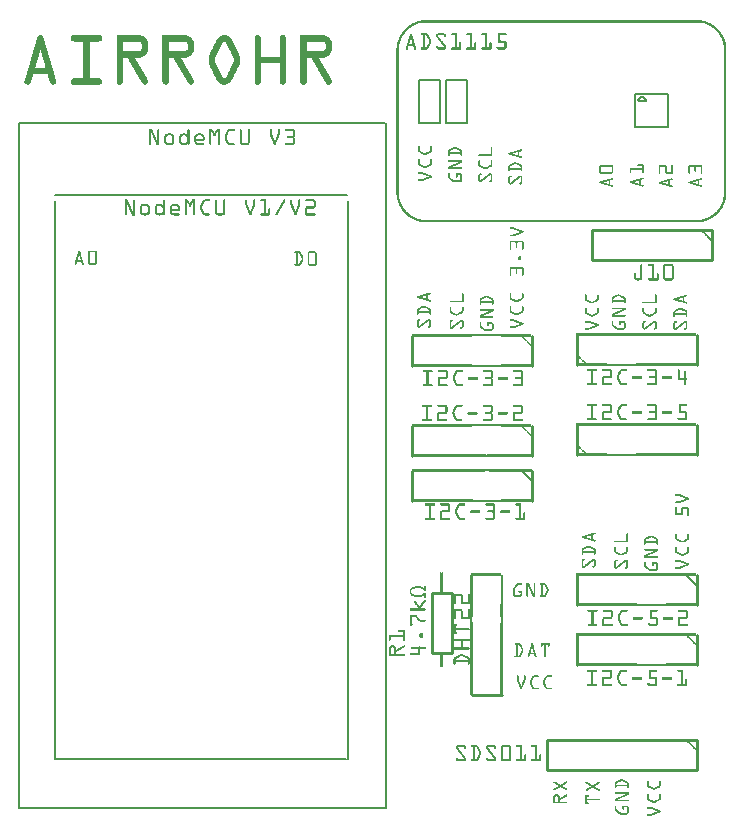
<source format=gto>
G04 MADE WITH FRITZING*
G04 WWW.FRITZING.ORG*
G04 DOUBLE SIDED*
G04 HOLES PLATED*
G04 CONTOUR ON CENTER OF CONTOUR VECTOR*
%ASAXBY*%
%FSLAX23Y23*%
%MOIN*%
%OFA0B0*%
%SFA1.0B1.0*%
%ADD10C,0.007960*%
%ADD11C,0.005000*%
%ADD12C,0.008000*%
%ADD13C,0.010000*%
%ADD14R,0.001000X0.001000*%
%LNSILK1*%
G90*
G70*
G54D10*
X266Y2095D02*
X266Y235D01*
D02*
X1242Y235D02*
X1242Y2095D01*
D02*
X266Y235D02*
X1236Y235D01*
D02*
X266Y2116D02*
X1239Y2116D01*
G54D11*
D02*
X1480Y2498D02*
X1551Y2498D01*
D02*
X1551Y2498D02*
X1551Y2356D01*
D02*
X1551Y2356D02*
X1480Y2356D01*
D02*
X1480Y2356D02*
X1480Y2498D01*
D02*
X1570Y2498D02*
X1641Y2498D01*
D02*
X1641Y2498D02*
X1641Y2356D01*
D02*
X1641Y2356D02*
X1570Y2356D01*
D02*
X1570Y2356D02*
X1570Y2498D01*
G54D12*
D02*
X2311Y2452D02*
X2311Y2342D01*
D02*
X2311Y2342D02*
X2201Y2342D01*
D02*
X2201Y2342D02*
X2201Y2452D01*
D02*
X2201Y2452D02*
X2311Y2452D01*
D02*
X2236Y2428D02*
X2212Y2428D01*
G54D13*
D02*
X2456Y1997D02*
X2056Y1997D01*
D02*
X2056Y1997D02*
X2056Y1897D01*
D02*
X2056Y1897D02*
X2456Y1897D01*
D02*
X2456Y1897D02*
X2456Y1997D01*
G54D10*
D02*
X146Y2356D02*
X146Y72D01*
D02*
X1370Y71D02*
X1370Y2355D01*
D02*
X150Y73D02*
X1367Y73D01*
D02*
X146Y2355D02*
X1366Y2355D01*
G54D13*
D02*
X1589Y787D02*
X1589Y587D01*
D02*
X1589Y587D02*
X1523Y587D01*
D02*
X1523Y587D02*
X1523Y787D01*
D02*
X1523Y787D02*
X1589Y787D01*
D02*
X2406Y1247D02*
X2406Y1347D01*
D02*
X2006Y1347D02*
X2006Y1247D01*
D02*
X2406Y1547D02*
X2406Y1647D01*
D02*
X2006Y1647D02*
X2006Y1547D01*
D02*
X2006Y847D02*
X2006Y747D01*
D02*
X2406Y747D02*
X2406Y847D01*
G54D11*
D02*
X2371Y847D02*
X2406Y812D01*
G54D13*
D02*
X1456Y1346D02*
X1456Y1246D01*
D02*
X1856Y1246D02*
X1856Y1346D01*
D02*
X1457Y1195D02*
X1457Y1095D01*
D02*
X1857Y1095D02*
X1857Y1195D01*
G54D11*
D02*
X1822Y1195D02*
X1857Y1160D01*
G54D13*
D02*
X1456Y1646D02*
X1456Y1546D01*
D02*
X1856Y1546D02*
X1856Y1646D01*
D02*
X2006Y647D02*
X2006Y547D01*
D02*
X2406Y547D02*
X2406Y647D01*
D02*
X1656Y447D02*
X1756Y447D01*
D02*
X2406Y297D02*
X1906Y297D01*
D02*
X1906Y297D02*
X1906Y197D01*
D02*
X1906Y197D02*
X2406Y197D01*
D02*
X2406Y197D02*
X2406Y297D01*
G54D14*
X1508Y2698D02*
X1508Y2698D01*
X2401Y2698D02*
X2401Y2698D01*
X1492Y2697D02*
X2418Y2697D01*
X1486Y2696D02*
X2423Y2696D01*
X1481Y2695D02*
X2428Y2695D01*
X1478Y2694D02*
X2432Y2694D01*
X1474Y2693D02*
X2435Y2693D01*
X1471Y2692D02*
X2438Y2692D01*
X1469Y2691D02*
X2441Y2691D01*
X1466Y2690D02*
X2443Y2690D01*
X1464Y2689D02*
X1491Y2689D01*
X2419Y2689D02*
X2445Y2689D01*
X1462Y2688D02*
X1485Y2688D01*
X2424Y2688D02*
X2447Y2688D01*
X1460Y2687D02*
X1481Y2687D01*
X2428Y2687D02*
X2449Y2687D01*
X1458Y2686D02*
X1477Y2686D01*
X2432Y2686D02*
X2451Y2686D01*
X1456Y2685D02*
X1474Y2685D01*
X2435Y2685D02*
X2453Y2685D01*
X1454Y2684D02*
X1471Y2684D01*
X2438Y2684D02*
X2455Y2684D01*
X1453Y2683D02*
X1469Y2683D01*
X2440Y2683D02*
X2457Y2683D01*
X1451Y2682D02*
X1467Y2682D01*
X2442Y2682D02*
X2458Y2682D01*
X1450Y2681D02*
X1465Y2681D01*
X2445Y2681D02*
X2460Y2681D01*
X1448Y2680D02*
X1462Y2680D01*
X2447Y2680D02*
X2461Y2680D01*
X1447Y2679D02*
X1461Y2679D01*
X2449Y2679D02*
X2463Y2679D01*
X1445Y2678D02*
X1459Y2678D01*
X2450Y2678D02*
X2464Y2678D01*
X1444Y2677D02*
X1457Y2677D01*
X2452Y2677D02*
X2465Y2677D01*
X1443Y2676D02*
X1455Y2676D01*
X2454Y2676D02*
X2467Y2676D01*
X1441Y2675D02*
X1454Y2675D01*
X2455Y2675D02*
X2468Y2675D01*
X1440Y2674D02*
X1452Y2674D01*
X2457Y2674D02*
X2469Y2674D01*
X1439Y2673D02*
X1451Y2673D01*
X2458Y2673D02*
X2470Y2673D01*
X1438Y2672D02*
X1450Y2672D01*
X2460Y2672D02*
X2471Y2672D01*
X1437Y2671D02*
X1448Y2671D01*
X2461Y2671D02*
X2472Y2671D01*
X1436Y2670D02*
X1447Y2670D01*
X2462Y2670D02*
X2473Y2670D01*
X1435Y2669D02*
X1446Y2669D01*
X2463Y2669D02*
X2474Y2669D01*
X1434Y2668D02*
X1445Y2668D01*
X2465Y2668D02*
X2475Y2668D01*
X1433Y2667D02*
X1444Y2667D01*
X2466Y2667D02*
X2476Y2667D01*
X1432Y2666D02*
X1442Y2666D01*
X2467Y2666D02*
X2477Y2666D01*
X1431Y2665D02*
X1441Y2665D01*
X2468Y2665D02*
X2478Y2665D01*
X1430Y2664D02*
X1440Y2664D01*
X2469Y2664D02*
X2479Y2664D01*
X1429Y2663D02*
X1439Y2663D01*
X2470Y2663D02*
X2480Y2663D01*
X1428Y2662D02*
X1438Y2662D01*
X2471Y2662D02*
X2481Y2662D01*
X1428Y2661D02*
X1437Y2661D01*
X2472Y2661D02*
X2482Y2661D01*
X1427Y2660D02*
X1436Y2660D01*
X2473Y2660D02*
X2482Y2660D01*
X1426Y2659D02*
X1435Y2659D01*
X2474Y2659D02*
X2483Y2659D01*
X1425Y2658D02*
X1435Y2658D01*
X2475Y2658D02*
X2484Y2658D01*
X1425Y2657D02*
X1434Y2657D01*
X2476Y2657D02*
X2485Y2657D01*
X1424Y2656D02*
X1433Y2656D01*
X2476Y2656D02*
X2485Y2656D01*
X1423Y2655D02*
X1432Y2655D01*
X2477Y2655D02*
X2486Y2655D01*
X1422Y2654D02*
X1431Y2654D01*
X2478Y2654D02*
X2487Y2654D01*
X1422Y2653D02*
X1431Y2653D01*
X1452Y2653D02*
X1454Y2653D01*
X1488Y2653D02*
X1505Y2653D01*
X1542Y2653D02*
X1563Y2653D01*
X1589Y2653D02*
X1606Y2653D01*
X1639Y2653D02*
X1657Y2653D01*
X1689Y2653D02*
X1707Y2653D01*
X1744Y2653D02*
X1769Y2653D01*
X2479Y2653D02*
X2487Y2653D01*
X1421Y2652D02*
X1430Y2652D01*
X1451Y2652D02*
X1455Y2652D01*
X1487Y2652D02*
X1507Y2652D01*
X1540Y2652D02*
X1566Y2652D01*
X1587Y2652D02*
X1606Y2652D01*
X1638Y2652D02*
X1657Y2652D01*
X1688Y2652D02*
X1707Y2652D01*
X1744Y2652D02*
X1770Y2652D01*
X2479Y2652D02*
X2488Y2652D01*
X1420Y2651D02*
X1429Y2651D01*
X1450Y2651D02*
X1456Y2651D01*
X1487Y2651D02*
X1508Y2651D01*
X1539Y2651D02*
X1567Y2651D01*
X1587Y2651D02*
X1606Y2651D01*
X1637Y2651D02*
X1657Y2651D01*
X1687Y2651D02*
X1707Y2651D01*
X1744Y2651D02*
X1771Y2651D01*
X2480Y2651D02*
X2489Y2651D01*
X1420Y2650D02*
X1428Y2650D01*
X1450Y2650D02*
X1456Y2650D01*
X1486Y2650D02*
X1509Y2650D01*
X1538Y2650D02*
X1568Y2650D01*
X1587Y2650D02*
X1606Y2650D01*
X1637Y2650D02*
X1657Y2650D01*
X1687Y2650D02*
X1707Y2650D01*
X1744Y2650D02*
X1771Y2650D01*
X2481Y2650D02*
X2489Y2650D01*
X1419Y2649D02*
X1428Y2649D01*
X1449Y2649D02*
X1456Y2649D01*
X1487Y2649D02*
X1510Y2649D01*
X1537Y2649D02*
X1569Y2649D01*
X1587Y2649D02*
X1606Y2649D01*
X1637Y2649D02*
X1657Y2649D01*
X1687Y2649D02*
X1707Y2649D01*
X1744Y2649D02*
X1771Y2649D01*
X2482Y2649D02*
X2490Y2649D01*
X1419Y2648D02*
X1427Y2648D01*
X1449Y2648D02*
X1457Y2648D01*
X1487Y2648D02*
X1511Y2648D01*
X1537Y2648D02*
X1569Y2648D01*
X1587Y2648D02*
X1606Y2648D01*
X1638Y2648D02*
X1657Y2648D01*
X1688Y2648D02*
X1707Y2648D01*
X1744Y2648D02*
X1770Y2648D01*
X2482Y2648D02*
X2491Y2648D01*
X215Y2647D02*
X220Y2647D01*
X327Y2647D02*
X415Y2647D01*
X472Y2647D02*
X549Y2647D01*
X625Y2647D02*
X703Y2647D01*
X827Y2647D02*
X835Y2647D01*
X940Y2647D02*
X944Y2647D01*
X1024Y2647D02*
X1028Y2647D01*
X1085Y2647D02*
X1162Y2647D01*
X1418Y2647D02*
X1426Y2647D01*
X1449Y2647D02*
X1457Y2647D01*
X1488Y2647D02*
X1511Y2647D01*
X1537Y2647D02*
X1570Y2647D01*
X1588Y2647D02*
X1606Y2647D01*
X1639Y2647D02*
X1657Y2647D01*
X1689Y2647D02*
X1707Y2647D01*
X1744Y2647D02*
X1769Y2647D01*
X2483Y2647D02*
X2491Y2647D01*
X213Y2646D02*
X223Y2646D01*
X324Y2646D02*
X418Y2646D01*
X472Y2646D02*
X554Y2646D01*
X625Y2646D02*
X707Y2646D01*
X823Y2646D02*
X839Y2646D01*
X937Y2646D02*
X947Y2646D01*
X1021Y2646D02*
X1031Y2646D01*
X1085Y2646D02*
X1167Y2646D01*
X1418Y2646D02*
X1426Y2646D01*
X1449Y2646D02*
X1457Y2646D01*
X1493Y2646D02*
X1499Y2646D01*
X1504Y2646D02*
X1512Y2646D01*
X1537Y2646D02*
X1543Y2646D01*
X1563Y2646D02*
X1570Y2646D01*
X1600Y2646D02*
X1606Y2646D01*
X1651Y2646D02*
X1657Y2646D01*
X1701Y2646D02*
X1707Y2646D01*
X1744Y2646D02*
X1750Y2646D01*
X2483Y2646D02*
X2492Y2646D01*
X212Y2645D02*
X224Y2645D01*
X323Y2645D02*
X419Y2645D01*
X472Y2645D02*
X557Y2645D01*
X625Y2645D02*
X710Y2645D01*
X820Y2645D02*
X841Y2645D01*
X936Y2645D02*
X948Y2645D01*
X1020Y2645D02*
X1032Y2645D01*
X1085Y2645D02*
X1170Y2645D01*
X1417Y2645D02*
X1425Y2645D01*
X1448Y2645D02*
X1458Y2645D01*
X1493Y2645D02*
X1499Y2645D01*
X1505Y2645D02*
X1512Y2645D01*
X1537Y2645D02*
X1543Y2645D01*
X1564Y2645D02*
X1570Y2645D01*
X1600Y2645D02*
X1606Y2645D01*
X1651Y2645D02*
X1657Y2645D01*
X1701Y2645D02*
X1707Y2645D01*
X1744Y2645D02*
X1750Y2645D01*
X2484Y2645D02*
X2492Y2645D01*
X211Y2644D02*
X225Y2644D01*
X322Y2644D02*
X420Y2644D01*
X472Y2644D02*
X559Y2644D01*
X625Y2644D02*
X712Y2644D01*
X818Y2644D02*
X843Y2644D01*
X935Y2644D02*
X949Y2644D01*
X1019Y2644D02*
X1033Y2644D01*
X1085Y2644D02*
X1172Y2644D01*
X1417Y2644D02*
X1425Y2644D01*
X1448Y2644D02*
X1458Y2644D01*
X1493Y2644D02*
X1499Y2644D01*
X1506Y2644D02*
X1513Y2644D01*
X1537Y2644D02*
X1544Y2644D01*
X1564Y2644D02*
X1570Y2644D01*
X1600Y2644D02*
X1606Y2644D01*
X1651Y2644D02*
X1657Y2644D01*
X1701Y2644D02*
X1707Y2644D01*
X1744Y2644D02*
X1750Y2644D01*
X2485Y2644D02*
X2493Y2644D01*
X210Y2643D02*
X226Y2643D01*
X321Y2643D02*
X421Y2643D01*
X472Y2643D02*
X561Y2643D01*
X625Y2643D02*
X714Y2643D01*
X816Y2643D02*
X845Y2643D01*
X934Y2643D02*
X950Y2643D01*
X1018Y2643D02*
X1034Y2643D01*
X1085Y2643D02*
X1173Y2643D01*
X1416Y2643D02*
X1424Y2643D01*
X1448Y2643D02*
X1458Y2643D01*
X1493Y2643D02*
X1499Y2643D01*
X1507Y2643D02*
X1513Y2643D01*
X1537Y2643D02*
X1544Y2643D01*
X1564Y2643D02*
X1570Y2643D01*
X1600Y2643D02*
X1606Y2643D01*
X1651Y2643D02*
X1657Y2643D01*
X1701Y2643D02*
X1707Y2643D01*
X1744Y2643D02*
X1750Y2643D01*
X2485Y2643D02*
X2493Y2643D01*
X209Y2642D02*
X227Y2642D01*
X320Y2642D02*
X422Y2642D01*
X472Y2642D02*
X562Y2642D01*
X625Y2642D02*
X715Y2642D01*
X815Y2642D02*
X846Y2642D01*
X933Y2642D02*
X951Y2642D01*
X1017Y2642D02*
X1035Y2642D01*
X1085Y2642D02*
X1175Y2642D01*
X1416Y2642D02*
X1423Y2642D01*
X1447Y2642D02*
X1458Y2642D01*
X1493Y2642D02*
X1499Y2642D01*
X1507Y2642D02*
X1514Y2642D01*
X1537Y2642D02*
X1545Y2642D01*
X1565Y2642D02*
X1569Y2642D01*
X1600Y2642D02*
X1606Y2642D01*
X1651Y2642D02*
X1657Y2642D01*
X1701Y2642D02*
X1707Y2642D01*
X1744Y2642D02*
X1750Y2642D01*
X2486Y2642D02*
X2494Y2642D01*
X208Y2641D02*
X227Y2641D01*
X320Y2641D02*
X422Y2641D01*
X472Y2641D02*
X563Y2641D01*
X625Y2641D02*
X717Y2641D01*
X814Y2641D02*
X848Y2641D01*
X933Y2641D02*
X951Y2641D01*
X1017Y2641D02*
X1035Y2641D01*
X1085Y2641D02*
X1176Y2641D01*
X1415Y2641D02*
X1423Y2641D01*
X1447Y2641D02*
X1459Y2641D01*
X1493Y2641D02*
X1499Y2641D01*
X1508Y2641D02*
X1514Y2641D01*
X1538Y2641D02*
X1546Y2641D01*
X1566Y2641D02*
X1568Y2641D01*
X1600Y2641D02*
X1606Y2641D01*
X1651Y2641D02*
X1657Y2641D01*
X1701Y2641D02*
X1707Y2641D01*
X1744Y2641D02*
X1750Y2641D01*
X2486Y2641D02*
X2494Y2641D01*
X208Y2640D02*
X227Y2640D01*
X319Y2640D02*
X423Y2640D01*
X472Y2640D02*
X565Y2640D01*
X625Y2640D02*
X718Y2640D01*
X812Y2640D02*
X849Y2640D01*
X932Y2640D02*
X952Y2640D01*
X1016Y2640D02*
X1036Y2640D01*
X1085Y2640D02*
X1178Y2640D01*
X1415Y2640D02*
X1422Y2640D01*
X1447Y2640D02*
X1459Y2640D01*
X1493Y2640D02*
X1499Y2640D01*
X1508Y2640D02*
X1515Y2640D01*
X1539Y2640D02*
X1547Y2640D01*
X1600Y2640D02*
X1606Y2640D01*
X1651Y2640D02*
X1657Y2640D01*
X1701Y2640D02*
X1707Y2640D01*
X1744Y2640D02*
X1750Y2640D01*
X2487Y2640D02*
X2495Y2640D01*
X208Y2639D02*
X228Y2639D01*
X319Y2639D02*
X423Y2639D01*
X472Y2639D02*
X566Y2639D01*
X625Y2639D02*
X719Y2639D01*
X811Y2639D02*
X850Y2639D01*
X932Y2639D02*
X952Y2639D01*
X1016Y2639D02*
X1036Y2639D01*
X1085Y2639D02*
X1179Y2639D01*
X1414Y2639D02*
X1422Y2639D01*
X1447Y2639D02*
X1459Y2639D01*
X1493Y2639D02*
X1499Y2639D01*
X1509Y2639D02*
X1515Y2639D01*
X1539Y2639D02*
X1547Y2639D01*
X1600Y2639D02*
X1606Y2639D01*
X1651Y2639D02*
X1657Y2639D01*
X1701Y2639D02*
X1707Y2639D01*
X1744Y2639D02*
X1750Y2639D01*
X2487Y2639D02*
X2495Y2639D01*
X207Y2638D02*
X228Y2638D01*
X319Y2638D02*
X423Y2638D01*
X472Y2638D02*
X567Y2638D01*
X625Y2638D02*
X720Y2638D01*
X810Y2638D02*
X851Y2638D01*
X932Y2638D02*
X952Y2638D01*
X1016Y2638D02*
X1036Y2638D01*
X1085Y2638D02*
X1180Y2638D01*
X1414Y2638D02*
X1421Y2638D01*
X1446Y2638D02*
X1460Y2638D01*
X1493Y2638D02*
X1499Y2638D01*
X1509Y2638D02*
X1516Y2638D01*
X1540Y2638D02*
X1548Y2638D01*
X1600Y2638D02*
X1606Y2638D01*
X1651Y2638D02*
X1657Y2638D01*
X1701Y2638D02*
X1707Y2638D01*
X1744Y2638D02*
X1750Y2638D01*
X2488Y2638D02*
X2496Y2638D01*
X207Y2637D02*
X228Y2637D01*
X319Y2637D02*
X423Y2637D01*
X472Y2637D02*
X568Y2637D01*
X625Y2637D02*
X721Y2637D01*
X810Y2637D02*
X852Y2637D01*
X932Y2637D02*
X952Y2637D01*
X1016Y2637D02*
X1036Y2637D01*
X1085Y2637D02*
X1181Y2637D01*
X1413Y2637D02*
X1421Y2637D01*
X1446Y2637D02*
X1460Y2637D01*
X1493Y2637D02*
X1499Y2637D01*
X1510Y2637D02*
X1516Y2637D01*
X1541Y2637D02*
X1549Y2637D01*
X1600Y2637D02*
X1606Y2637D01*
X1651Y2637D02*
X1657Y2637D01*
X1701Y2637D02*
X1707Y2637D01*
X1744Y2637D02*
X1750Y2637D01*
X2488Y2637D02*
X2496Y2637D01*
X207Y2636D02*
X229Y2636D01*
X319Y2636D02*
X423Y2636D01*
X472Y2636D02*
X569Y2636D01*
X625Y2636D02*
X722Y2636D01*
X809Y2636D02*
X853Y2636D01*
X932Y2636D02*
X952Y2636D01*
X1016Y2636D02*
X1036Y2636D01*
X1085Y2636D02*
X1182Y2636D01*
X1413Y2636D02*
X1420Y2636D01*
X1446Y2636D02*
X1452Y2636D01*
X1454Y2636D02*
X1460Y2636D01*
X1493Y2636D02*
X1499Y2636D01*
X1510Y2636D02*
X1517Y2636D01*
X1542Y2636D02*
X1550Y2636D01*
X1600Y2636D02*
X1606Y2636D01*
X1651Y2636D02*
X1657Y2636D01*
X1701Y2636D02*
X1707Y2636D01*
X1744Y2636D02*
X1750Y2636D01*
X2489Y2636D02*
X2496Y2636D01*
X207Y2635D02*
X229Y2635D01*
X319Y2635D02*
X423Y2635D01*
X472Y2635D02*
X570Y2635D01*
X625Y2635D02*
X723Y2635D01*
X808Y2635D02*
X853Y2635D01*
X932Y2635D02*
X952Y2635D01*
X1016Y2635D02*
X1036Y2635D01*
X1085Y2635D02*
X1183Y2635D01*
X1412Y2635D02*
X1420Y2635D01*
X1445Y2635D02*
X1452Y2635D01*
X1454Y2635D02*
X1460Y2635D01*
X1493Y2635D02*
X1499Y2635D01*
X1511Y2635D02*
X1517Y2635D01*
X1543Y2635D02*
X1551Y2635D01*
X1600Y2635D02*
X1606Y2635D01*
X1651Y2635D02*
X1657Y2635D01*
X1701Y2635D02*
X1707Y2635D01*
X1744Y2635D02*
X1750Y2635D01*
X2489Y2635D02*
X2497Y2635D01*
X206Y2634D02*
X229Y2634D01*
X319Y2634D02*
X423Y2634D01*
X472Y2634D02*
X570Y2634D01*
X625Y2634D02*
X724Y2634D01*
X807Y2634D02*
X854Y2634D01*
X932Y2634D02*
X952Y2634D01*
X1016Y2634D02*
X1036Y2634D01*
X1085Y2634D02*
X1183Y2634D01*
X1412Y2634D02*
X1420Y2634D01*
X1445Y2634D02*
X1451Y2634D01*
X1454Y2634D02*
X1461Y2634D01*
X1493Y2634D02*
X1499Y2634D01*
X1511Y2634D02*
X1518Y2634D01*
X1543Y2634D02*
X1551Y2634D01*
X1600Y2634D02*
X1606Y2634D01*
X1651Y2634D02*
X1657Y2634D01*
X1701Y2634D02*
X1707Y2634D01*
X1744Y2634D02*
X1750Y2634D01*
X2490Y2634D02*
X2497Y2634D01*
X206Y2633D02*
X230Y2633D01*
X320Y2633D02*
X423Y2633D01*
X472Y2633D02*
X571Y2633D01*
X625Y2633D02*
X724Y2633D01*
X807Y2633D02*
X855Y2633D01*
X932Y2633D02*
X952Y2633D01*
X1016Y2633D02*
X1036Y2633D01*
X1085Y2633D02*
X1184Y2633D01*
X1412Y2633D02*
X1419Y2633D01*
X1445Y2633D02*
X1451Y2633D01*
X1455Y2633D02*
X1461Y2633D01*
X1493Y2633D02*
X1499Y2633D01*
X1512Y2633D02*
X1518Y2633D01*
X1544Y2633D02*
X1552Y2633D01*
X1600Y2633D02*
X1606Y2633D01*
X1651Y2633D02*
X1657Y2633D01*
X1701Y2633D02*
X1707Y2633D01*
X1744Y2633D02*
X1750Y2633D01*
X2490Y2633D02*
X2498Y2633D01*
X206Y2632D02*
X230Y2632D01*
X320Y2632D02*
X422Y2632D01*
X472Y2632D02*
X572Y2632D01*
X625Y2632D02*
X725Y2632D01*
X806Y2632D02*
X855Y2632D01*
X932Y2632D02*
X952Y2632D01*
X1016Y2632D02*
X1036Y2632D01*
X1085Y2632D02*
X1185Y2632D01*
X1411Y2632D02*
X1419Y2632D01*
X1444Y2632D02*
X1451Y2632D01*
X1455Y2632D02*
X1461Y2632D01*
X1493Y2632D02*
X1499Y2632D01*
X1512Y2632D02*
X1519Y2632D01*
X1545Y2632D02*
X1553Y2632D01*
X1600Y2632D02*
X1606Y2632D01*
X1651Y2632D02*
X1657Y2632D01*
X1701Y2632D02*
X1707Y2632D01*
X1744Y2632D02*
X1750Y2632D01*
X2491Y2632D02*
X2498Y2632D01*
X205Y2631D02*
X230Y2631D01*
X321Y2631D02*
X422Y2631D01*
X472Y2631D02*
X572Y2631D01*
X625Y2631D02*
X726Y2631D01*
X806Y2631D02*
X856Y2631D01*
X932Y2631D02*
X952Y2631D01*
X1016Y2631D02*
X1036Y2631D01*
X1085Y2631D02*
X1185Y2631D01*
X1411Y2631D02*
X1418Y2631D01*
X1444Y2631D02*
X1450Y2631D01*
X1455Y2631D02*
X1462Y2631D01*
X1493Y2631D02*
X1499Y2631D01*
X1513Y2631D02*
X1519Y2631D01*
X1546Y2631D02*
X1554Y2631D01*
X1600Y2631D02*
X1606Y2631D01*
X1651Y2631D02*
X1657Y2631D01*
X1701Y2631D02*
X1707Y2631D01*
X1744Y2631D02*
X1750Y2631D01*
X2491Y2631D02*
X2498Y2631D01*
X205Y2630D02*
X230Y2630D01*
X321Y2630D02*
X421Y2630D01*
X472Y2630D02*
X573Y2630D01*
X625Y2630D02*
X726Y2630D01*
X805Y2630D02*
X856Y2630D01*
X932Y2630D02*
X952Y2630D01*
X1016Y2630D02*
X1036Y2630D01*
X1085Y2630D02*
X1186Y2630D01*
X1411Y2630D02*
X1418Y2630D01*
X1444Y2630D02*
X1450Y2630D01*
X1456Y2630D02*
X1462Y2630D01*
X1493Y2630D02*
X1499Y2630D01*
X1513Y2630D02*
X1519Y2630D01*
X1546Y2630D02*
X1554Y2630D01*
X1600Y2630D02*
X1606Y2630D01*
X1651Y2630D02*
X1657Y2630D01*
X1701Y2630D02*
X1707Y2630D01*
X1744Y2630D02*
X1751Y2630D01*
X2491Y2630D02*
X2499Y2630D01*
X205Y2629D02*
X231Y2629D01*
X322Y2629D02*
X420Y2629D01*
X472Y2629D02*
X573Y2629D01*
X625Y2629D02*
X727Y2629D01*
X805Y2629D02*
X857Y2629D01*
X932Y2629D02*
X952Y2629D01*
X1016Y2629D02*
X1036Y2629D01*
X1085Y2629D02*
X1186Y2629D01*
X1410Y2629D02*
X1418Y2629D01*
X1444Y2629D02*
X1450Y2629D01*
X1456Y2629D02*
X1462Y2629D01*
X1493Y2629D02*
X1499Y2629D01*
X1513Y2629D02*
X1520Y2629D01*
X1547Y2629D02*
X1555Y2629D01*
X1600Y2629D02*
X1606Y2629D01*
X1651Y2629D02*
X1657Y2629D01*
X1701Y2629D02*
X1707Y2629D01*
X1744Y2629D02*
X1767Y2629D01*
X2492Y2629D02*
X2499Y2629D01*
X205Y2628D02*
X231Y2628D01*
X323Y2628D02*
X419Y2628D01*
X472Y2628D02*
X574Y2628D01*
X625Y2628D02*
X727Y2628D01*
X804Y2628D02*
X857Y2628D01*
X932Y2628D02*
X952Y2628D01*
X1016Y2628D02*
X1036Y2628D01*
X1085Y2628D02*
X1187Y2628D01*
X1410Y2628D02*
X1417Y2628D01*
X1443Y2628D02*
X1450Y2628D01*
X1456Y2628D02*
X1462Y2628D01*
X1493Y2628D02*
X1499Y2628D01*
X1514Y2628D02*
X1520Y2628D01*
X1548Y2628D02*
X1556Y2628D01*
X1600Y2628D02*
X1606Y2628D01*
X1651Y2628D02*
X1657Y2628D01*
X1701Y2628D02*
X1707Y2628D01*
X1744Y2628D02*
X1769Y2628D01*
X2492Y2628D02*
X2499Y2628D01*
X204Y2627D02*
X231Y2627D01*
X325Y2627D02*
X417Y2627D01*
X472Y2627D02*
X574Y2627D01*
X625Y2627D02*
X728Y2627D01*
X804Y2627D02*
X858Y2627D01*
X932Y2627D02*
X952Y2627D01*
X1016Y2627D02*
X1036Y2627D01*
X1085Y2627D02*
X1187Y2627D01*
X1410Y2627D02*
X1417Y2627D01*
X1443Y2627D02*
X1449Y2627D01*
X1456Y2627D02*
X1463Y2627D01*
X1493Y2627D02*
X1499Y2627D01*
X1514Y2627D02*
X1520Y2627D01*
X1549Y2627D02*
X1557Y2627D01*
X1600Y2627D02*
X1606Y2627D01*
X1651Y2627D02*
X1657Y2627D01*
X1701Y2627D02*
X1707Y2627D01*
X1744Y2627D02*
X1769Y2627D01*
X2492Y2627D02*
X2500Y2627D01*
X204Y2626D02*
X232Y2626D01*
X329Y2626D02*
X413Y2626D01*
X472Y2626D02*
X575Y2626D01*
X625Y2626D02*
X728Y2626D01*
X803Y2626D02*
X858Y2626D01*
X932Y2626D02*
X952Y2626D01*
X1016Y2626D02*
X1036Y2626D01*
X1085Y2626D02*
X1188Y2626D01*
X1409Y2626D02*
X1417Y2626D01*
X1443Y2626D02*
X1449Y2626D01*
X1457Y2626D02*
X1463Y2626D01*
X1493Y2626D02*
X1499Y2626D01*
X1514Y2626D02*
X1520Y2626D01*
X1550Y2626D02*
X1558Y2626D01*
X1600Y2626D02*
X1606Y2626D01*
X1651Y2626D02*
X1657Y2626D01*
X1701Y2626D02*
X1707Y2626D01*
X1744Y2626D02*
X1770Y2626D01*
X2493Y2626D02*
X2500Y2626D01*
X204Y2625D02*
X232Y2625D01*
X361Y2625D02*
X381Y2625D01*
X472Y2625D02*
X492Y2625D01*
X550Y2625D02*
X575Y2625D01*
X625Y2625D02*
X646Y2625D01*
X703Y2625D02*
X728Y2625D01*
X803Y2625D02*
X827Y2625D01*
X834Y2625D02*
X859Y2625D01*
X932Y2625D02*
X952Y2625D01*
X1016Y2625D02*
X1036Y2625D01*
X1085Y2625D02*
X1105Y2625D01*
X1163Y2625D02*
X1188Y2625D01*
X1409Y2625D02*
X1416Y2625D01*
X1442Y2625D02*
X1449Y2625D01*
X1457Y2625D02*
X1463Y2625D01*
X1493Y2625D02*
X1499Y2625D01*
X1514Y2625D02*
X1520Y2625D01*
X1550Y2625D02*
X1558Y2625D01*
X1600Y2625D02*
X1606Y2625D01*
X1651Y2625D02*
X1657Y2625D01*
X1701Y2625D02*
X1707Y2625D01*
X1744Y2625D02*
X1771Y2625D01*
X2493Y2625D02*
X2500Y2625D01*
X203Y2624D02*
X232Y2624D01*
X361Y2624D02*
X381Y2624D01*
X472Y2624D02*
X492Y2624D01*
X551Y2624D02*
X575Y2624D01*
X625Y2624D02*
X646Y2624D01*
X705Y2624D02*
X729Y2624D01*
X802Y2624D02*
X826Y2624D01*
X836Y2624D02*
X859Y2624D01*
X932Y2624D02*
X952Y2624D01*
X1016Y2624D02*
X1036Y2624D01*
X1085Y2624D02*
X1105Y2624D01*
X1164Y2624D02*
X1188Y2624D01*
X1409Y2624D02*
X1416Y2624D01*
X1442Y2624D02*
X1448Y2624D01*
X1457Y2624D02*
X1464Y2624D01*
X1493Y2624D02*
X1499Y2624D01*
X1513Y2624D02*
X1520Y2624D01*
X1551Y2624D02*
X1559Y2624D01*
X1600Y2624D02*
X1606Y2624D01*
X1651Y2624D02*
X1657Y2624D01*
X1701Y2624D02*
X1707Y2624D01*
X1744Y2624D02*
X1771Y2624D01*
X2493Y2624D02*
X2500Y2624D01*
X203Y2623D02*
X232Y2623D01*
X361Y2623D02*
X381Y2623D01*
X472Y2623D02*
X492Y2623D01*
X553Y2623D02*
X576Y2623D01*
X625Y2623D02*
X646Y2623D01*
X706Y2623D02*
X729Y2623D01*
X802Y2623D02*
X825Y2623D01*
X836Y2623D02*
X860Y2623D01*
X932Y2623D02*
X952Y2623D01*
X1016Y2623D02*
X1036Y2623D01*
X1085Y2623D02*
X1105Y2623D01*
X1166Y2623D02*
X1189Y2623D01*
X1408Y2623D02*
X1416Y2623D01*
X1442Y2623D02*
X1448Y2623D01*
X1458Y2623D02*
X1464Y2623D01*
X1493Y2623D02*
X1499Y2623D01*
X1513Y2623D02*
X1519Y2623D01*
X1552Y2623D02*
X1560Y2623D01*
X1600Y2623D02*
X1606Y2623D01*
X1615Y2623D02*
X1619Y2623D01*
X1651Y2623D02*
X1657Y2623D01*
X1666Y2623D02*
X1669Y2623D01*
X1701Y2623D02*
X1707Y2623D01*
X1716Y2623D02*
X1720Y2623D01*
X1745Y2623D02*
X1771Y2623D01*
X2494Y2623D02*
X2501Y2623D01*
X203Y2622D02*
X233Y2622D01*
X361Y2622D02*
X381Y2622D01*
X472Y2622D02*
X492Y2622D01*
X554Y2622D02*
X576Y2622D01*
X625Y2622D02*
X646Y2622D01*
X707Y2622D02*
X729Y2622D01*
X801Y2622D02*
X824Y2622D01*
X837Y2622D02*
X860Y2622D01*
X932Y2622D02*
X952Y2622D01*
X1016Y2622D02*
X1036Y2622D01*
X1085Y2622D02*
X1105Y2622D01*
X1166Y2622D02*
X1189Y2622D01*
X1408Y2622D02*
X1415Y2622D01*
X1442Y2622D02*
X1448Y2622D01*
X1458Y2622D02*
X1464Y2622D01*
X1493Y2622D02*
X1499Y2622D01*
X1513Y2622D02*
X1519Y2622D01*
X1553Y2622D02*
X1561Y2622D01*
X1600Y2622D02*
X1606Y2622D01*
X1615Y2622D02*
X1620Y2622D01*
X1651Y2622D02*
X1657Y2622D01*
X1665Y2622D02*
X1670Y2622D01*
X1701Y2622D02*
X1707Y2622D01*
X1715Y2622D02*
X1720Y2622D01*
X1765Y2622D02*
X1771Y2622D01*
X2494Y2622D02*
X2501Y2622D01*
X203Y2621D02*
X233Y2621D01*
X361Y2621D02*
X381Y2621D01*
X472Y2621D02*
X492Y2621D01*
X554Y2621D02*
X576Y2621D01*
X625Y2621D02*
X646Y2621D01*
X708Y2621D02*
X729Y2621D01*
X801Y2621D02*
X824Y2621D01*
X837Y2621D02*
X861Y2621D01*
X932Y2621D02*
X952Y2621D01*
X1016Y2621D02*
X1036Y2621D01*
X1085Y2621D02*
X1105Y2621D01*
X1167Y2621D02*
X1189Y2621D01*
X1408Y2621D02*
X1415Y2621D01*
X1441Y2621D02*
X1448Y2621D01*
X1458Y2621D02*
X1464Y2621D01*
X1493Y2621D02*
X1499Y2621D01*
X1512Y2621D02*
X1519Y2621D01*
X1553Y2621D02*
X1561Y2621D01*
X1600Y2621D02*
X1606Y2621D01*
X1614Y2621D02*
X1620Y2621D01*
X1651Y2621D02*
X1657Y2621D01*
X1665Y2621D02*
X1670Y2621D01*
X1701Y2621D02*
X1707Y2621D01*
X1715Y2621D02*
X1721Y2621D01*
X1765Y2621D02*
X1771Y2621D01*
X2494Y2621D02*
X2501Y2621D01*
X202Y2620D02*
X233Y2620D01*
X361Y2620D02*
X381Y2620D01*
X472Y2620D02*
X492Y2620D01*
X555Y2620D02*
X576Y2620D01*
X625Y2620D02*
X646Y2620D01*
X708Y2620D02*
X729Y2620D01*
X800Y2620D02*
X823Y2620D01*
X838Y2620D02*
X861Y2620D01*
X932Y2620D02*
X952Y2620D01*
X1016Y2620D02*
X1036Y2620D01*
X1085Y2620D02*
X1105Y2620D01*
X1168Y2620D02*
X1189Y2620D01*
X1408Y2620D02*
X1415Y2620D01*
X1441Y2620D02*
X1447Y2620D01*
X1458Y2620D02*
X1465Y2620D01*
X1493Y2620D02*
X1499Y2620D01*
X1512Y2620D02*
X1518Y2620D01*
X1554Y2620D02*
X1562Y2620D01*
X1600Y2620D02*
X1606Y2620D01*
X1614Y2620D02*
X1620Y2620D01*
X1651Y2620D02*
X1657Y2620D01*
X1664Y2620D02*
X1670Y2620D01*
X1701Y2620D02*
X1707Y2620D01*
X1715Y2620D02*
X1721Y2620D01*
X1765Y2620D02*
X1771Y2620D01*
X2494Y2620D02*
X2501Y2620D01*
X202Y2619D02*
X234Y2619D01*
X361Y2619D02*
X381Y2619D01*
X472Y2619D02*
X492Y2619D01*
X555Y2619D02*
X576Y2619D01*
X625Y2619D02*
X646Y2619D01*
X709Y2619D02*
X730Y2619D01*
X800Y2619D02*
X823Y2619D01*
X838Y2619D02*
X862Y2619D01*
X932Y2619D02*
X952Y2619D01*
X1016Y2619D02*
X1036Y2619D01*
X1085Y2619D02*
X1105Y2619D01*
X1168Y2619D02*
X1189Y2619D01*
X1408Y2619D02*
X1415Y2619D01*
X1441Y2619D02*
X1447Y2619D01*
X1459Y2619D02*
X1465Y2619D01*
X1493Y2619D02*
X1499Y2619D01*
X1511Y2619D02*
X1518Y2619D01*
X1555Y2619D02*
X1563Y2619D01*
X1600Y2619D02*
X1606Y2619D01*
X1614Y2619D02*
X1620Y2619D01*
X1651Y2619D02*
X1657Y2619D01*
X1664Y2619D02*
X1670Y2619D01*
X1701Y2619D02*
X1707Y2619D01*
X1715Y2619D02*
X1721Y2619D01*
X1765Y2619D02*
X1771Y2619D01*
X2495Y2619D02*
X2502Y2619D01*
X202Y2618D02*
X234Y2618D01*
X361Y2618D02*
X381Y2618D01*
X472Y2618D02*
X492Y2618D01*
X556Y2618D02*
X576Y2618D01*
X625Y2618D02*
X646Y2618D01*
X709Y2618D02*
X730Y2618D01*
X799Y2618D02*
X822Y2618D01*
X839Y2618D02*
X862Y2618D01*
X932Y2618D02*
X952Y2618D01*
X1016Y2618D02*
X1036Y2618D01*
X1085Y2618D02*
X1105Y2618D01*
X1169Y2618D02*
X1189Y2618D01*
X1407Y2618D02*
X1414Y2618D01*
X1440Y2618D02*
X1465Y2618D01*
X1493Y2618D02*
X1499Y2618D01*
X1511Y2618D02*
X1518Y2618D01*
X1556Y2618D02*
X1564Y2618D01*
X1600Y2618D02*
X1606Y2618D01*
X1614Y2618D02*
X1620Y2618D01*
X1651Y2618D02*
X1657Y2618D01*
X1664Y2618D02*
X1670Y2618D01*
X1701Y2618D02*
X1707Y2618D01*
X1715Y2618D02*
X1721Y2618D01*
X1765Y2618D02*
X1771Y2618D01*
X2495Y2618D02*
X2502Y2618D01*
X201Y2617D02*
X234Y2617D01*
X361Y2617D02*
X381Y2617D01*
X472Y2617D02*
X492Y2617D01*
X556Y2617D02*
X577Y2617D01*
X625Y2617D02*
X646Y2617D01*
X709Y2617D02*
X730Y2617D01*
X799Y2617D02*
X822Y2617D01*
X839Y2617D02*
X863Y2617D01*
X932Y2617D02*
X952Y2617D01*
X1016Y2617D02*
X1036Y2617D01*
X1085Y2617D02*
X1105Y2617D01*
X1169Y2617D02*
X1189Y2617D01*
X1407Y2617D02*
X1414Y2617D01*
X1440Y2617D02*
X1466Y2617D01*
X1493Y2617D02*
X1499Y2617D01*
X1510Y2617D02*
X1517Y2617D01*
X1556Y2617D02*
X1565Y2617D01*
X1600Y2617D02*
X1606Y2617D01*
X1614Y2617D02*
X1620Y2617D01*
X1651Y2617D02*
X1657Y2617D01*
X1664Y2617D02*
X1670Y2617D01*
X1701Y2617D02*
X1707Y2617D01*
X1715Y2617D02*
X1721Y2617D01*
X1765Y2617D02*
X1771Y2617D01*
X2495Y2617D02*
X2502Y2617D01*
X201Y2616D02*
X234Y2616D01*
X361Y2616D02*
X381Y2616D01*
X472Y2616D02*
X492Y2616D01*
X556Y2616D02*
X577Y2616D01*
X625Y2616D02*
X646Y2616D01*
X709Y2616D02*
X730Y2616D01*
X798Y2616D02*
X821Y2616D01*
X840Y2616D02*
X863Y2616D01*
X932Y2616D02*
X952Y2616D01*
X1016Y2616D02*
X1036Y2616D01*
X1085Y2616D02*
X1105Y2616D01*
X1169Y2616D02*
X1189Y2616D01*
X1407Y2616D02*
X1414Y2616D01*
X1440Y2616D02*
X1466Y2616D01*
X1493Y2616D02*
X1499Y2616D01*
X1510Y2616D02*
X1517Y2616D01*
X1557Y2616D02*
X1565Y2616D01*
X1600Y2616D02*
X1606Y2616D01*
X1614Y2616D02*
X1620Y2616D01*
X1651Y2616D02*
X1657Y2616D01*
X1664Y2616D02*
X1670Y2616D01*
X1701Y2616D02*
X1707Y2616D01*
X1715Y2616D02*
X1721Y2616D01*
X1765Y2616D02*
X1771Y2616D01*
X2495Y2616D02*
X2502Y2616D01*
X201Y2615D02*
X235Y2615D01*
X361Y2615D02*
X381Y2615D01*
X472Y2615D02*
X492Y2615D01*
X556Y2615D02*
X577Y2615D01*
X625Y2615D02*
X646Y2615D01*
X709Y2615D02*
X730Y2615D01*
X798Y2615D02*
X821Y2615D01*
X840Y2615D02*
X864Y2615D01*
X932Y2615D02*
X952Y2615D01*
X1016Y2615D02*
X1036Y2615D01*
X1085Y2615D02*
X1105Y2615D01*
X1169Y2615D02*
X1190Y2615D01*
X1407Y2615D02*
X1414Y2615D01*
X1439Y2615D02*
X1466Y2615D01*
X1493Y2615D02*
X1499Y2615D01*
X1509Y2615D02*
X1516Y2615D01*
X1558Y2615D02*
X1566Y2615D01*
X1600Y2615D02*
X1606Y2615D01*
X1614Y2615D02*
X1620Y2615D01*
X1651Y2615D02*
X1657Y2615D01*
X1664Y2615D02*
X1670Y2615D01*
X1701Y2615D02*
X1707Y2615D01*
X1715Y2615D02*
X1721Y2615D01*
X1765Y2615D02*
X1771Y2615D01*
X2495Y2615D02*
X2502Y2615D01*
X200Y2614D02*
X235Y2614D01*
X361Y2614D02*
X381Y2614D01*
X472Y2614D02*
X492Y2614D01*
X556Y2614D02*
X577Y2614D01*
X625Y2614D02*
X646Y2614D01*
X709Y2614D02*
X730Y2614D01*
X797Y2614D02*
X820Y2614D01*
X841Y2614D02*
X864Y2614D01*
X932Y2614D02*
X952Y2614D01*
X1016Y2614D02*
X1036Y2614D01*
X1085Y2614D02*
X1105Y2614D01*
X1169Y2614D02*
X1190Y2614D01*
X1407Y2614D02*
X1414Y2614D01*
X1439Y2614D02*
X1467Y2614D01*
X1493Y2614D02*
X1499Y2614D01*
X1509Y2614D02*
X1516Y2614D01*
X1559Y2614D02*
X1567Y2614D01*
X1600Y2614D02*
X1606Y2614D01*
X1614Y2614D02*
X1620Y2614D01*
X1651Y2614D02*
X1657Y2614D01*
X1664Y2614D02*
X1670Y2614D01*
X1701Y2614D02*
X1707Y2614D01*
X1715Y2614D02*
X1721Y2614D01*
X1765Y2614D02*
X1771Y2614D01*
X2496Y2614D02*
X2503Y2614D01*
X200Y2613D02*
X235Y2613D01*
X361Y2613D02*
X381Y2613D01*
X472Y2613D02*
X492Y2613D01*
X556Y2613D02*
X577Y2613D01*
X625Y2613D02*
X646Y2613D01*
X709Y2613D02*
X730Y2613D01*
X797Y2613D02*
X820Y2613D01*
X841Y2613D02*
X865Y2613D01*
X932Y2613D02*
X952Y2613D01*
X1016Y2613D02*
X1036Y2613D01*
X1085Y2613D02*
X1105Y2613D01*
X1169Y2613D02*
X1190Y2613D01*
X1406Y2613D02*
X1413Y2613D01*
X1439Y2613D02*
X1467Y2613D01*
X1493Y2613D02*
X1499Y2613D01*
X1508Y2613D02*
X1515Y2613D01*
X1560Y2613D02*
X1568Y2613D01*
X1600Y2613D02*
X1606Y2613D01*
X1614Y2613D02*
X1620Y2613D01*
X1651Y2613D02*
X1657Y2613D01*
X1664Y2613D02*
X1670Y2613D01*
X1701Y2613D02*
X1707Y2613D01*
X1715Y2613D02*
X1721Y2613D01*
X1765Y2613D02*
X1771Y2613D01*
X2496Y2613D02*
X2503Y2613D01*
X200Y2612D02*
X236Y2612D01*
X361Y2612D02*
X381Y2612D01*
X472Y2612D02*
X492Y2612D01*
X556Y2612D02*
X577Y2612D01*
X625Y2612D02*
X646Y2612D01*
X709Y2612D02*
X730Y2612D01*
X796Y2612D02*
X819Y2612D01*
X842Y2612D02*
X865Y2612D01*
X932Y2612D02*
X952Y2612D01*
X1016Y2612D02*
X1036Y2612D01*
X1085Y2612D02*
X1105Y2612D01*
X1169Y2612D02*
X1190Y2612D01*
X1406Y2612D02*
X1413Y2612D01*
X1439Y2612D02*
X1467Y2612D01*
X1493Y2612D02*
X1499Y2612D01*
X1508Y2612D02*
X1515Y2612D01*
X1539Y2612D02*
X1540Y2612D01*
X1560Y2612D02*
X1568Y2612D01*
X1600Y2612D02*
X1606Y2612D01*
X1614Y2612D02*
X1620Y2612D01*
X1651Y2612D02*
X1657Y2612D01*
X1664Y2612D02*
X1670Y2612D01*
X1701Y2612D02*
X1707Y2612D01*
X1715Y2612D02*
X1721Y2612D01*
X1765Y2612D02*
X1771Y2612D01*
X2496Y2612D02*
X2503Y2612D01*
X200Y2611D02*
X236Y2611D01*
X361Y2611D02*
X381Y2611D01*
X472Y2611D02*
X492Y2611D01*
X556Y2611D02*
X577Y2611D01*
X625Y2611D02*
X646Y2611D01*
X709Y2611D02*
X730Y2611D01*
X796Y2611D02*
X819Y2611D01*
X842Y2611D02*
X866Y2611D01*
X932Y2611D02*
X952Y2611D01*
X1016Y2611D02*
X1036Y2611D01*
X1085Y2611D02*
X1105Y2611D01*
X1169Y2611D02*
X1190Y2611D01*
X1406Y2611D02*
X1413Y2611D01*
X1438Y2611D02*
X1445Y2611D01*
X1461Y2611D02*
X1467Y2611D01*
X1493Y2611D02*
X1499Y2611D01*
X1507Y2611D02*
X1514Y2611D01*
X1537Y2611D02*
X1542Y2611D01*
X1561Y2611D02*
X1569Y2611D01*
X1600Y2611D02*
X1606Y2611D01*
X1614Y2611D02*
X1620Y2611D01*
X1651Y2611D02*
X1657Y2611D01*
X1664Y2611D02*
X1670Y2611D01*
X1701Y2611D02*
X1707Y2611D01*
X1715Y2611D02*
X1721Y2611D01*
X1765Y2611D02*
X1771Y2611D01*
X2496Y2611D02*
X2503Y2611D01*
X199Y2610D02*
X236Y2610D01*
X361Y2610D02*
X381Y2610D01*
X472Y2610D02*
X492Y2610D01*
X556Y2610D02*
X577Y2610D01*
X625Y2610D02*
X646Y2610D01*
X709Y2610D02*
X730Y2610D01*
X795Y2610D02*
X818Y2610D01*
X843Y2610D02*
X866Y2610D01*
X932Y2610D02*
X952Y2610D01*
X1016Y2610D02*
X1036Y2610D01*
X1085Y2610D02*
X1105Y2610D01*
X1169Y2610D02*
X1190Y2610D01*
X1406Y2610D02*
X1413Y2610D01*
X1438Y2610D02*
X1444Y2610D01*
X1461Y2610D02*
X1468Y2610D01*
X1493Y2610D02*
X1499Y2610D01*
X1507Y2610D02*
X1514Y2610D01*
X1537Y2610D02*
X1542Y2610D01*
X1562Y2610D02*
X1570Y2610D01*
X1600Y2610D02*
X1606Y2610D01*
X1614Y2610D02*
X1620Y2610D01*
X1651Y2610D02*
X1657Y2610D01*
X1664Y2610D02*
X1670Y2610D01*
X1701Y2610D02*
X1707Y2610D01*
X1715Y2610D02*
X1721Y2610D01*
X1765Y2610D02*
X1771Y2610D01*
X2496Y2610D02*
X2503Y2610D01*
X199Y2609D02*
X237Y2609D01*
X361Y2609D02*
X381Y2609D01*
X472Y2609D02*
X492Y2609D01*
X556Y2609D02*
X577Y2609D01*
X625Y2609D02*
X646Y2609D01*
X709Y2609D02*
X730Y2609D01*
X795Y2609D02*
X818Y2609D01*
X843Y2609D02*
X867Y2609D01*
X932Y2609D02*
X952Y2609D01*
X1016Y2609D02*
X1036Y2609D01*
X1085Y2609D02*
X1105Y2609D01*
X1169Y2609D02*
X1190Y2609D01*
X1406Y2609D02*
X1413Y2609D01*
X1438Y2609D02*
X1444Y2609D01*
X1462Y2609D02*
X1468Y2609D01*
X1493Y2609D02*
X1499Y2609D01*
X1506Y2609D02*
X1513Y2609D01*
X1537Y2609D02*
X1542Y2609D01*
X1563Y2609D02*
X1570Y2609D01*
X1600Y2609D02*
X1606Y2609D01*
X1614Y2609D02*
X1620Y2609D01*
X1651Y2609D02*
X1657Y2609D01*
X1664Y2609D02*
X1670Y2609D01*
X1701Y2609D02*
X1707Y2609D01*
X1715Y2609D02*
X1721Y2609D01*
X1740Y2609D02*
X1741Y2609D01*
X1765Y2609D02*
X1771Y2609D01*
X2496Y2609D02*
X2503Y2609D01*
X199Y2608D02*
X237Y2608D01*
X361Y2608D02*
X381Y2608D01*
X472Y2608D02*
X492Y2608D01*
X556Y2608D02*
X577Y2608D01*
X625Y2608D02*
X646Y2608D01*
X709Y2608D02*
X730Y2608D01*
X794Y2608D02*
X817Y2608D01*
X844Y2608D02*
X867Y2608D01*
X932Y2608D02*
X952Y2608D01*
X1016Y2608D02*
X1036Y2608D01*
X1085Y2608D02*
X1105Y2608D01*
X1169Y2608D02*
X1190Y2608D01*
X1406Y2608D02*
X1413Y2608D01*
X1437Y2608D02*
X1444Y2608D01*
X1462Y2608D02*
X1468Y2608D01*
X1493Y2608D02*
X1499Y2608D01*
X1506Y2608D02*
X1513Y2608D01*
X1537Y2608D02*
X1543Y2608D01*
X1563Y2608D02*
X1570Y2608D01*
X1600Y2608D02*
X1606Y2608D01*
X1614Y2608D02*
X1620Y2608D01*
X1651Y2608D02*
X1657Y2608D01*
X1664Y2608D02*
X1670Y2608D01*
X1701Y2608D02*
X1707Y2608D01*
X1715Y2608D02*
X1721Y2608D01*
X1738Y2608D02*
X1743Y2608D01*
X1765Y2608D02*
X1771Y2608D01*
X2496Y2608D02*
X2503Y2608D01*
X198Y2607D02*
X237Y2607D01*
X361Y2607D02*
X381Y2607D01*
X472Y2607D02*
X492Y2607D01*
X556Y2607D02*
X577Y2607D01*
X625Y2607D02*
X646Y2607D01*
X709Y2607D02*
X730Y2607D01*
X794Y2607D02*
X817Y2607D01*
X844Y2607D02*
X868Y2607D01*
X932Y2607D02*
X952Y2607D01*
X1016Y2607D02*
X1036Y2607D01*
X1085Y2607D02*
X1105Y2607D01*
X1169Y2607D02*
X1190Y2607D01*
X1406Y2607D02*
X1413Y2607D01*
X1437Y2607D02*
X1443Y2607D01*
X1462Y2607D02*
X1469Y2607D01*
X1493Y2607D02*
X1499Y2607D01*
X1505Y2607D02*
X1512Y2607D01*
X1537Y2607D02*
X1543Y2607D01*
X1564Y2607D02*
X1570Y2607D01*
X1600Y2607D02*
X1606Y2607D01*
X1614Y2607D02*
X1620Y2607D01*
X1651Y2607D02*
X1657Y2607D01*
X1664Y2607D02*
X1670Y2607D01*
X1701Y2607D02*
X1707Y2607D01*
X1715Y2607D02*
X1721Y2607D01*
X1738Y2607D02*
X1746Y2607D01*
X1765Y2607D02*
X1771Y2607D01*
X2497Y2607D02*
X2504Y2607D01*
X198Y2606D02*
X237Y2606D01*
X361Y2606D02*
X381Y2606D01*
X472Y2606D02*
X492Y2606D01*
X556Y2606D02*
X577Y2606D01*
X625Y2606D02*
X646Y2606D01*
X709Y2606D02*
X730Y2606D01*
X793Y2606D02*
X816Y2606D01*
X845Y2606D02*
X868Y2606D01*
X932Y2606D02*
X952Y2606D01*
X1016Y2606D02*
X1036Y2606D01*
X1085Y2606D02*
X1105Y2606D01*
X1169Y2606D02*
X1190Y2606D01*
X1406Y2606D02*
X1413Y2606D01*
X1437Y2606D02*
X1443Y2606D01*
X1463Y2606D02*
X1469Y2606D01*
X1488Y2606D02*
X1512Y2606D01*
X1537Y2606D02*
X1570Y2606D01*
X1589Y2606D02*
X1620Y2606D01*
X1639Y2606D02*
X1670Y2606D01*
X1689Y2606D02*
X1721Y2606D01*
X1737Y2606D02*
X1771Y2606D01*
X2497Y2606D02*
X2504Y2606D01*
X198Y2605D02*
X238Y2605D01*
X361Y2605D02*
X381Y2605D01*
X472Y2605D02*
X492Y2605D01*
X556Y2605D02*
X577Y2605D01*
X625Y2605D02*
X646Y2605D01*
X709Y2605D02*
X730Y2605D01*
X793Y2605D02*
X816Y2605D01*
X845Y2605D02*
X869Y2605D01*
X932Y2605D02*
X952Y2605D01*
X1016Y2605D02*
X1036Y2605D01*
X1085Y2605D02*
X1105Y2605D01*
X1169Y2605D02*
X1190Y2605D01*
X1405Y2605D02*
X1412Y2605D01*
X1437Y2605D02*
X1443Y2605D01*
X1463Y2605D02*
X1469Y2605D01*
X1487Y2605D02*
X1511Y2605D01*
X1537Y2605D02*
X1570Y2605D01*
X1588Y2605D02*
X1620Y2605D01*
X1638Y2605D02*
X1670Y2605D01*
X1688Y2605D02*
X1721Y2605D01*
X1737Y2605D02*
X1771Y2605D01*
X2497Y2605D02*
X2504Y2605D01*
X198Y2604D02*
X238Y2604D01*
X361Y2604D02*
X381Y2604D01*
X472Y2604D02*
X492Y2604D01*
X556Y2604D02*
X577Y2604D01*
X625Y2604D02*
X646Y2604D01*
X709Y2604D02*
X730Y2604D01*
X792Y2604D02*
X815Y2604D01*
X846Y2604D02*
X869Y2604D01*
X932Y2604D02*
X952Y2604D01*
X1016Y2604D02*
X1036Y2604D01*
X1085Y2604D02*
X1105Y2604D01*
X1169Y2604D02*
X1189Y2604D01*
X1405Y2604D02*
X1412Y2604D01*
X1436Y2604D02*
X1443Y2604D01*
X1463Y2604D02*
X1469Y2604D01*
X1487Y2604D02*
X1510Y2604D01*
X1538Y2604D02*
X1569Y2604D01*
X1587Y2604D02*
X1620Y2604D01*
X1637Y2604D02*
X1670Y2604D01*
X1687Y2604D02*
X1721Y2604D01*
X1738Y2604D02*
X1770Y2604D01*
X2497Y2604D02*
X2504Y2604D01*
X197Y2603D02*
X238Y2603D01*
X361Y2603D02*
X381Y2603D01*
X472Y2603D02*
X492Y2603D01*
X556Y2603D02*
X577Y2603D01*
X625Y2603D02*
X646Y2603D01*
X709Y2603D02*
X730Y2603D01*
X792Y2603D02*
X815Y2603D01*
X847Y2603D02*
X870Y2603D01*
X932Y2603D02*
X952Y2603D01*
X1016Y2603D02*
X1036Y2603D01*
X1085Y2603D02*
X1105Y2603D01*
X1169Y2603D02*
X1189Y2603D01*
X1405Y2603D02*
X1412Y2603D01*
X1436Y2603D02*
X1442Y2603D01*
X1463Y2603D02*
X1470Y2603D01*
X1486Y2603D02*
X1510Y2603D01*
X1539Y2603D02*
X1569Y2603D01*
X1587Y2603D02*
X1620Y2603D01*
X1637Y2603D02*
X1670Y2603D01*
X1687Y2603D02*
X1721Y2603D01*
X1739Y2603D02*
X1770Y2603D01*
X2497Y2603D02*
X2504Y2603D01*
X197Y2602D02*
X239Y2602D01*
X361Y2602D02*
X381Y2602D01*
X472Y2602D02*
X492Y2602D01*
X556Y2602D02*
X577Y2602D01*
X625Y2602D02*
X646Y2602D01*
X709Y2602D02*
X730Y2602D01*
X791Y2602D02*
X814Y2602D01*
X847Y2602D02*
X870Y2602D01*
X932Y2602D02*
X952Y2602D01*
X1016Y2602D02*
X1036Y2602D01*
X1085Y2602D02*
X1105Y2602D01*
X1169Y2602D02*
X1189Y2602D01*
X1405Y2602D02*
X1412Y2602D01*
X1436Y2602D02*
X1442Y2602D01*
X1464Y2602D02*
X1470Y2602D01*
X1486Y2602D02*
X1509Y2602D01*
X1539Y2602D02*
X1568Y2602D01*
X1587Y2602D02*
X1620Y2602D01*
X1637Y2602D02*
X1670Y2602D01*
X1687Y2602D02*
X1721Y2602D01*
X1740Y2602D02*
X1769Y2602D01*
X2497Y2602D02*
X2504Y2602D01*
X197Y2601D02*
X239Y2601D01*
X361Y2601D02*
X381Y2601D01*
X472Y2601D02*
X492Y2601D01*
X556Y2601D02*
X576Y2601D01*
X625Y2601D02*
X646Y2601D01*
X709Y2601D02*
X730Y2601D01*
X791Y2601D02*
X814Y2601D01*
X848Y2601D02*
X871Y2601D01*
X932Y2601D02*
X952Y2601D01*
X1016Y2601D02*
X1036Y2601D01*
X1085Y2601D02*
X1105Y2601D01*
X1169Y2601D02*
X1189Y2601D01*
X1405Y2601D02*
X1412Y2601D01*
X1437Y2601D02*
X1442Y2601D01*
X1464Y2601D02*
X1469Y2601D01*
X1487Y2601D02*
X1508Y2601D01*
X1541Y2601D02*
X1567Y2601D01*
X1587Y2601D02*
X1620Y2601D01*
X1637Y2601D02*
X1670Y2601D01*
X1688Y2601D02*
X1720Y2601D01*
X1743Y2601D02*
X1768Y2601D01*
X2497Y2601D02*
X2504Y2601D01*
X196Y2600D02*
X239Y2600D01*
X361Y2600D02*
X381Y2600D01*
X472Y2600D02*
X492Y2600D01*
X555Y2600D02*
X576Y2600D01*
X625Y2600D02*
X646Y2600D01*
X709Y2600D02*
X730Y2600D01*
X790Y2600D02*
X813Y2600D01*
X848Y2600D02*
X871Y2600D01*
X932Y2600D02*
X952Y2600D01*
X1016Y2600D02*
X1036Y2600D01*
X1085Y2600D02*
X1105Y2600D01*
X1168Y2600D02*
X1189Y2600D01*
X1405Y2600D02*
X1412Y2600D01*
X1438Y2600D02*
X1441Y2600D01*
X1465Y2600D02*
X1468Y2600D01*
X1488Y2600D02*
X1505Y2600D01*
X1542Y2600D02*
X1565Y2600D01*
X1588Y2600D02*
X1619Y2600D01*
X1638Y2600D02*
X1669Y2600D01*
X1689Y2600D02*
X1719Y2600D01*
X1745Y2600D02*
X1767Y2600D01*
X2497Y2600D02*
X2504Y2600D01*
X196Y2599D02*
X239Y2599D01*
X361Y2599D02*
X381Y2599D01*
X472Y2599D02*
X492Y2599D01*
X555Y2599D02*
X576Y2599D01*
X625Y2599D02*
X646Y2599D01*
X708Y2599D02*
X729Y2599D01*
X790Y2599D02*
X813Y2599D01*
X849Y2599D02*
X872Y2599D01*
X932Y2599D02*
X952Y2599D01*
X1016Y2599D02*
X1036Y2599D01*
X1085Y2599D02*
X1105Y2599D01*
X1168Y2599D02*
X1189Y2599D01*
X1405Y2599D02*
X1412Y2599D01*
X2497Y2599D02*
X2504Y2599D01*
X196Y2598D02*
X240Y2598D01*
X361Y2598D02*
X381Y2598D01*
X472Y2598D02*
X492Y2598D01*
X554Y2598D02*
X576Y2598D01*
X625Y2598D02*
X646Y2598D01*
X707Y2598D02*
X729Y2598D01*
X789Y2598D02*
X812Y2598D01*
X849Y2598D02*
X872Y2598D01*
X932Y2598D02*
X952Y2598D01*
X1016Y2598D02*
X1036Y2598D01*
X1085Y2598D02*
X1105Y2598D01*
X1167Y2598D02*
X1189Y2598D01*
X1405Y2598D02*
X1412Y2598D01*
X2497Y2598D02*
X2504Y2598D01*
X195Y2597D02*
X217Y2597D01*
X219Y2597D02*
X240Y2597D01*
X361Y2597D02*
X381Y2597D01*
X472Y2597D02*
X492Y2597D01*
X553Y2597D02*
X576Y2597D01*
X625Y2597D02*
X646Y2597D01*
X706Y2597D02*
X729Y2597D01*
X789Y2597D02*
X812Y2597D01*
X850Y2597D02*
X873Y2597D01*
X932Y2597D02*
X952Y2597D01*
X1016Y2597D02*
X1036Y2597D01*
X1085Y2597D02*
X1105Y2597D01*
X1166Y2597D02*
X1189Y2597D01*
X1405Y2597D02*
X1412Y2597D01*
X2497Y2597D02*
X2504Y2597D01*
X195Y2596D02*
X216Y2596D01*
X219Y2596D02*
X240Y2596D01*
X361Y2596D02*
X381Y2596D01*
X472Y2596D02*
X492Y2596D01*
X552Y2596D02*
X576Y2596D01*
X625Y2596D02*
X646Y2596D01*
X705Y2596D02*
X729Y2596D01*
X788Y2596D02*
X811Y2596D01*
X850Y2596D02*
X873Y2596D01*
X932Y2596D02*
X952Y2596D01*
X1016Y2596D02*
X1036Y2596D01*
X1085Y2596D02*
X1105Y2596D01*
X1165Y2596D02*
X1188Y2596D01*
X1405Y2596D02*
X1412Y2596D01*
X2497Y2596D02*
X2504Y2596D01*
X195Y2595D02*
X216Y2595D01*
X219Y2595D02*
X241Y2595D01*
X361Y2595D02*
X381Y2595D01*
X472Y2595D02*
X492Y2595D01*
X551Y2595D02*
X575Y2595D01*
X625Y2595D02*
X646Y2595D01*
X704Y2595D02*
X729Y2595D01*
X788Y2595D02*
X811Y2595D01*
X851Y2595D02*
X874Y2595D01*
X932Y2595D02*
X952Y2595D01*
X1016Y2595D02*
X1036Y2595D01*
X1085Y2595D02*
X1105Y2595D01*
X1164Y2595D02*
X1188Y2595D01*
X1405Y2595D02*
X1412Y2595D01*
X2497Y2595D02*
X2504Y2595D01*
X195Y2594D02*
X216Y2594D01*
X219Y2594D02*
X241Y2594D01*
X361Y2594D02*
X381Y2594D01*
X472Y2594D02*
X492Y2594D01*
X549Y2594D02*
X575Y2594D01*
X625Y2594D02*
X646Y2594D01*
X702Y2594D02*
X728Y2594D01*
X787Y2594D02*
X810Y2594D01*
X851Y2594D02*
X874Y2594D01*
X932Y2594D02*
X952Y2594D01*
X1016Y2594D02*
X1036Y2594D01*
X1085Y2594D02*
X1105Y2594D01*
X1162Y2594D02*
X1188Y2594D01*
X1405Y2594D02*
X1412Y2594D01*
X2497Y2594D02*
X2504Y2594D01*
X194Y2593D02*
X216Y2593D01*
X220Y2593D02*
X241Y2593D01*
X361Y2593D02*
X381Y2593D01*
X472Y2593D02*
X575Y2593D01*
X625Y2593D02*
X728Y2593D01*
X787Y2593D02*
X810Y2593D01*
X852Y2593D02*
X875Y2593D01*
X932Y2593D02*
X952Y2593D01*
X1016Y2593D02*
X1036Y2593D01*
X1085Y2593D02*
X1187Y2593D01*
X1405Y2593D02*
X1412Y2593D01*
X2497Y2593D02*
X2504Y2593D01*
X194Y2592D02*
X215Y2592D01*
X220Y2592D02*
X241Y2592D01*
X361Y2592D02*
X381Y2592D01*
X472Y2592D02*
X574Y2592D01*
X625Y2592D02*
X727Y2592D01*
X786Y2592D02*
X809Y2592D01*
X852Y2592D02*
X875Y2592D01*
X932Y2592D02*
X952Y2592D01*
X1016Y2592D02*
X1036Y2592D01*
X1085Y2592D02*
X1187Y2592D01*
X1405Y2592D02*
X1412Y2592D01*
X2497Y2592D02*
X2504Y2592D01*
X194Y2591D02*
X215Y2591D01*
X220Y2591D02*
X242Y2591D01*
X361Y2591D02*
X381Y2591D01*
X472Y2591D02*
X574Y2591D01*
X625Y2591D02*
X727Y2591D01*
X786Y2591D02*
X809Y2591D01*
X853Y2591D02*
X876Y2591D01*
X932Y2591D02*
X952Y2591D01*
X1016Y2591D02*
X1036Y2591D01*
X1085Y2591D02*
X1187Y2591D01*
X1405Y2591D02*
X1412Y2591D01*
X2497Y2591D02*
X2504Y2591D01*
X193Y2590D02*
X215Y2590D01*
X221Y2590D02*
X242Y2590D01*
X361Y2590D02*
X381Y2590D01*
X472Y2590D02*
X573Y2590D01*
X625Y2590D02*
X726Y2590D01*
X785Y2590D02*
X808Y2590D01*
X853Y2590D02*
X876Y2590D01*
X932Y2590D02*
X952Y2590D01*
X1016Y2590D02*
X1036Y2590D01*
X1085Y2590D02*
X1186Y2590D01*
X1405Y2590D02*
X1412Y2590D01*
X2497Y2590D02*
X2504Y2590D01*
X193Y2589D02*
X214Y2589D01*
X221Y2589D02*
X242Y2589D01*
X361Y2589D02*
X381Y2589D01*
X472Y2589D02*
X573Y2589D01*
X625Y2589D02*
X726Y2589D01*
X785Y2589D02*
X808Y2589D01*
X854Y2589D02*
X877Y2589D01*
X932Y2589D02*
X952Y2589D01*
X1016Y2589D02*
X1036Y2589D01*
X1085Y2589D02*
X1186Y2589D01*
X1405Y2589D02*
X1412Y2589D01*
X2497Y2589D02*
X2504Y2589D01*
X193Y2588D02*
X214Y2588D01*
X221Y2588D02*
X243Y2588D01*
X361Y2588D02*
X381Y2588D01*
X472Y2588D02*
X572Y2588D01*
X625Y2588D02*
X725Y2588D01*
X784Y2588D02*
X807Y2588D01*
X854Y2588D02*
X877Y2588D01*
X932Y2588D02*
X952Y2588D01*
X1016Y2588D02*
X1036Y2588D01*
X1085Y2588D02*
X1185Y2588D01*
X1405Y2588D02*
X1412Y2588D01*
X2497Y2588D02*
X2504Y2588D01*
X193Y2587D02*
X214Y2587D01*
X222Y2587D02*
X243Y2587D01*
X361Y2587D02*
X381Y2587D01*
X472Y2587D02*
X572Y2587D01*
X625Y2587D02*
X725Y2587D01*
X784Y2587D02*
X807Y2587D01*
X855Y2587D02*
X878Y2587D01*
X932Y2587D02*
X952Y2587D01*
X1016Y2587D02*
X1036Y2587D01*
X1085Y2587D02*
X1184Y2587D01*
X1405Y2587D02*
X1412Y2587D01*
X2497Y2587D02*
X2504Y2587D01*
X192Y2586D02*
X214Y2586D01*
X222Y2586D02*
X243Y2586D01*
X361Y2586D02*
X381Y2586D01*
X472Y2586D02*
X571Y2586D01*
X625Y2586D02*
X724Y2586D01*
X783Y2586D02*
X806Y2586D01*
X855Y2586D02*
X878Y2586D01*
X932Y2586D02*
X952Y2586D01*
X1016Y2586D02*
X1036Y2586D01*
X1085Y2586D02*
X1184Y2586D01*
X1405Y2586D02*
X1412Y2586D01*
X2497Y2586D02*
X2504Y2586D01*
X192Y2585D02*
X213Y2585D01*
X222Y2585D02*
X244Y2585D01*
X361Y2585D02*
X381Y2585D01*
X472Y2585D02*
X570Y2585D01*
X625Y2585D02*
X723Y2585D01*
X783Y2585D02*
X806Y2585D01*
X856Y2585D02*
X878Y2585D01*
X932Y2585D02*
X952Y2585D01*
X1016Y2585D02*
X1036Y2585D01*
X1085Y2585D02*
X1183Y2585D01*
X1405Y2585D02*
X1412Y2585D01*
X2497Y2585D02*
X2504Y2585D01*
X192Y2584D02*
X213Y2584D01*
X222Y2584D02*
X244Y2584D01*
X361Y2584D02*
X381Y2584D01*
X472Y2584D02*
X569Y2584D01*
X625Y2584D02*
X723Y2584D01*
X783Y2584D02*
X805Y2584D01*
X856Y2584D02*
X879Y2584D01*
X932Y2584D02*
X952Y2584D01*
X1016Y2584D02*
X1036Y2584D01*
X1085Y2584D02*
X1182Y2584D01*
X1405Y2584D02*
X1412Y2584D01*
X2497Y2584D02*
X2504Y2584D01*
X191Y2583D02*
X213Y2583D01*
X223Y2583D02*
X244Y2583D01*
X361Y2583D02*
X381Y2583D01*
X472Y2583D02*
X568Y2583D01*
X625Y2583D02*
X722Y2583D01*
X782Y2583D02*
X805Y2583D01*
X857Y2583D02*
X879Y2583D01*
X932Y2583D02*
X952Y2583D01*
X1016Y2583D02*
X1036Y2583D01*
X1085Y2583D02*
X1181Y2583D01*
X1405Y2583D02*
X1412Y2583D01*
X2497Y2583D02*
X2504Y2583D01*
X191Y2582D02*
X212Y2582D01*
X223Y2582D02*
X244Y2582D01*
X361Y2582D02*
X381Y2582D01*
X472Y2582D02*
X567Y2582D01*
X625Y2582D02*
X721Y2582D01*
X782Y2582D02*
X804Y2582D01*
X857Y2582D02*
X880Y2582D01*
X932Y2582D02*
X952Y2582D01*
X1016Y2582D02*
X1036Y2582D01*
X1085Y2582D02*
X1180Y2582D01*
X1405Y2582D02*
X1412Y2582D01*
X2497Y2582D02*
X2504Y2582D01*
X191Y2581D02*
X212Y2581D01*
X223Y2581D02*
X245Y2581D01*
X361Y2581D02*
X381Y2581D01*
X472Y2581D02*
X566Y2581D01*
X625Y2581D02*
X720Y2581D01*
X781Y2581D02*
X804Y2581D01*
X858Y2581D02*
X880Y2581D01*
X932Y2581D02*
X952Y2581D01*
X1016Y2581D02*
X1036Y2581D01*
X1085Y2581D02*
X1179Y2581D01*
X1405Y2581D02*
X1412Y2581D01*
X2497Y2581D02*
X2504Y2581D01*
X190Y2580D02*
X212Y2580D01*
X224Y2580D02*
X245Y2580D01*
X361Y2580D02*
X381Y2580D01*
X472Y2580D02*
X565Y2580D01*
X625Y2580D02*
X719Y2580D01*
X781Y2580D02*
X803Y2580D01*
X858Y2580D02*
X880Y2580D01*
X932Y2580D02*
X952Y2580D01*
X1016Y2580D02*
X1036Y2580D01*
X1085Y2580D02*
X1178Y2580D01*
X1405Y2580D02*
X1412Y2580D01*
X2497Y2580D02*
X2504Y2580D01*
X190Y2579D02*
X212Y2579D01*
X224Y2579D02*
X245Y2579D01*
X361Y2579D02*
X381Y2579D01*
X472Y2579D02*
X564Y2579D01*
X625Y2579D02*
X717Y2579D01*
X781Y2579D02*
X803Y2579D01*
X859Y2579D02*
X881Y2579D01*
X932Y2579D02*
X952Y2579D01*
X1016Y2579D02*
X1036Y2579D01*
X1085Y2579D02*
X1177Y2579D01*
X1405Y2579D02*
X1412Y2579D01*
X2497Y2579D02*
X2504Y2579D01*
X190Y2578D02*
X211Y2578D01*
X224Y2578D02*
X246Y2578D01*
X361Y2578D02*
X381Y2578D01*
X472Y2578D02*
X563Y2578D01*
X625Y2578D02*
X716Y2578D01*
X780Y2578D02*
X802Y2578D01*
X859Y2578D02*
X881Y2578D01*
X932Y2578D02*
X952Y2578D01*
X1016Y2578D02*
X1036Y2578D01*
X1085Y2578D02*
X1176Y2578D01*
X1405Y2578D02*
X1412Y2578D01*
X2497Y2578D02*
X2504Y2578D01*
X190Y2577D02*
X211Y2577D01*
X225Y2577D02*
X246Y2577D01*
X361Y2577D02*
X381Y2577D01*
X472Y2577D02*
X561Y2577D01*
X625Y2577D02*
X715Y2577D01*
X780Y2577D02*
X802Y2577D01*
X860Y2577D02*
X881Y2577D01*
X932Y2577D02*
X952Y2577D01*
X1016Y2577D02*
X1036Y2577D01*
X1085Y2577D02*
X1174Y2577D01*
X1405Y2577D02*
X1412Y2577D01*
X2497Y2577D02*
X2504Y2577D01*
X189Y2576D02*
X211Y2576D01*
X225Y2576D02*
X246Y2576D01*
X361Y2576D02*
X381Y2576D01*
X472Y2576D02*
X560Y2576D01*
X625Y2576D02*
X713Y2576D01*
X780Y2576D02*
X801Y2576D01*
X860Y2576D02*
X882Y2576D01*
X932Y2576D02*
X952Y2576D01*
X1016Y2576D02*
X1036Y2576D01*
X1085Y2576D02*
X1173Y2576D01*
X1405Y2576D02*
X1412Y2576D01*
X2497Y2576D02*
X2504Y2576D01*
X189Y2575D02*
X210Y2575D01*
X225Y2575D02*
X246Y2575D01*
X361Y2575D02*
X381Y2575D01*
X472Y2575D02*
X558Y2575D01*
X625Y2575D02*
X711Y2575D01*
X780Y2575D02*
X801Y2575D01*
X861Y2575D02*
X882Y2575D01*
X932Y2575D02*
X1036Y2575D01*
X1085Y2575D02*
X1171Y2575D01*
X1405Y2575D02*
X1412Y2575D01*
X2497Y2575D02*
X2504Y2575D01*
X189Y2574D02*
X210Y2574D01*
X225Y2574D02*
X247Y2574D01*
X361Y2574D02*
X381Y2574D01*
X472Y2574D02*
X556Y2574D01*
X625Y2574D02*
X709Y2574D01*
X779Y2574D02*
X800Y2574D01*
X861Y2574D02*
X882Y2574D01*
X932Y2574D02*
X1036Y2574D01*
X1085Y2574D02*
X1168Y2574D01*
X1405Y2574D02*
X1412Y2574D01*
X2497Y2574D02*
X2504Y2574D01*
X188Y2573D02*
X210Y2573D01*
X226Y2573D02*
X247Y2573D01*
X361Y2573D02*
X381Y2573D01*
X472Y2573D02*
X553Y2573D01*
X625Y2573D02*
X706Y2573D01*
X779Y2573D02*
X800Y2573D01*
X861Y2573D02*
X882Y2573D01*
X932Y2573D02*
X1036Y2573D01*
X1085Y2573D02*
X1165Y2573D01*
X1405Y2573D02*
X1412Y2573D01*
X2497Y2573D02*
X2504Y2573D01*
X188Y2572D02*
X209Y2572D01*
X226Y2572D02*
X247Y2572D01*
X361Y2572D02*
X381Y2572D01*
X472Y2572D02*
X546Y2572D01*
X625Y2572D02*
X699Y2572D01*
X779Y2572D02*
X800Y2572D01*
X862Y2572D02*
X882Y2572D01*
X932Y2572D02*
X1036Y2572D01*
X1085Y2572D02*
X1159Y2572D01*
X1405Y2572D02*
X1412Y2572D01*
X2497Y2572D02*
X2504Y2572D01*
X188Y2571D02*
X209Y2571D01*
X226Y2571D02*
X248Y2571D01*
X361Y2571D02*
X381Y2571D01*
X472Y2571D02*
X492Y2571D01*
X509Y2571D02*
X533Y2571D01*
X625Y2571D02*
X646Y2571D01*
X662Y2571D02*
X686Y2571D01*
X779Y2571D02*
X800Y2571D01*
X862Y2571D02*
X883Y2571D01*
X932Y2571D02*
X1036Y2571D01*
X1085Y2571D02*
X1105Y2571D01*
X1122Y2571D02*
X1146Y2571D01*
X1405Y2571D02*
X1412Y2571D01*
X2497Y2571D02*
X2504Y2571D01*
X188Y2570D02*
X209Y2570D01*
X227Y2570D02*
X248Y2570D01*
X361Y2570D02*
X381Y2570D01*
X472Y2570D02*
X492Y2570D01*
X509Y2570D02*
X533Y2570D01*
X625Y2570D02*
X646Y2570D01*
X662Y2570D02*
X686Y2570D01*
X779Y2570D02*
X799Y2570D01*
X862Y2570D02*
X883Y2570D01*
X932Y2570D02*
X1036Y2570D01*
X1085Y2570D02*
X1105Y2570D01*
X1122Y2570D02*
X1146Y2570D01*
X1405Y2570D02*
X1412Y2570D01*
X2497Y2570D02*
X2504Y2570D01*
X187Y2569D02*
X209Y2569D01*
X227Y2569D02*
X248Y2569D01*
X361Y2569D02*
X381Y2569D01*
X472Y2569D02*
X492Y2569D01*
X510Y2569D02*
X534Y2569D01*
X625Y2569D02*
X646Y2569D01*
X663Y2569D02*
X687Y2569D01*
X779Y2569D02*
X799Y2569D01*
X862Y2569D02*
X883Y2569D01*
X932Y2569D02*
X1036Y2569D01*
X1085Y2569D02*
X1105Y2569D01*
X1123Y2569D02*
X1147Y2569D01*
X1405Y2569D02*
X1412Y2569D01*
X2497Y2569D02*
X2504Y2569D01*
X187Y2568D02*
X208Y2568D01*
X227Y2568D02*
X248Y2568D01*
X361Y2568D02*
X381Y2568D01*
X472Y2568D02*
X492Y2568D01*
X510Y2568D02*
X534Y2568D01*
X625Y2568D02*
X646Y2568D01*
X664Y2568D02*
X688Y2568D01*
X779Y2568D02*
X799Y2568D01*
X862Y2568D02*
X883Y2568D01*
X932Y2568D02*
X1036Y2568D01*
X1085Y2568D02*
X1105Y2568D01*
X1123Y2568D02*
X1147Y2568D01*
X1405Y2568D02*
X1412Y2568D01*
X2497Y2568D02*
X2504Y2568D01*
X187Y2567D02*
X208Y2567D01*
X227Y2567D02*
X249Y2567D01*
X361Y2567D02*
X381Y2567D01*
X472Y2567D02*
X492Y2567D01*
X511Y2567D02*
X535Y2567D01*
X625Y2567D02*
X646Y2567D01*
X664Y2567D02*
X688Y2567D01*
X779Y2567D02*
X799Y2567D01*
X863Y2567D02*
X883Y2567D01*
X932Y2567D02*
X1036Y2567D01*
X1085Y2567D02*
X1105Y2567D01*
X1124Y2567D02*
X1148Y2567D01*
X1405Y2567D02*
X1412Y2567D01*
X2497Y2567D02*
X2504Y2567D01*
X186Y2566D02*
X208Y2566D01*
X228Y2566D02*
X249Y2566D01*
X361Y2566D02*
X381Y2566D01*
X472Y2566D02*
X492Y2566D01*
X512Y2566D02*
X536Y2566D01*
X625Y2566D02*
X646Y2566D01*
X665Y2566D02*
X689Y2566D01*
X779Y2566D02*
X799Y2566D01*
X863Y2566D02*
X883Y2566D01*
X932Y2566D02*
X1036Y2566D01*
X1085Y2566D02*
X1105Y2566D01*
X1124Y2566D02*
X1148Y2566D01*
X1405Y2566D02*
X1412Y2566D01*
X2497Y2566D02*
X2504Y2566D01*
X186Y2565D02*
X207Y2565D01*
X228Y2565D02*
X249Y2565D01*
X361Y2565D02*
X381Y2565D01*
X472Y2565D02*
X492Y2565D01*
X512Y2565D02*
X536Y2565D01*
X625Y2565D02*
X646Y2565D01*
X665Y2565D02*
X689Y2565D01*
X779Y2565D02*
X799Y2565D01*
X863Y2565D02*
X883Y2565D01*
X932Y2565D02*
X1036Y2565D01*
X1085Y2565D02*
X1105Y2565D01*
X1125Y2565D02*
X1149Y2565D01*
X1405Y2565D02*
X1412Y2565D01*
X2497Y2565D02*
X2504Y2565D01*
X186Y2564D02*
X207Y2564D01*
X228Y2564D02*
X250Y2564D01*
X361Y2564D02*
X381Y2564D01*
X472Y2564D02*
X492Y2564D01*
X513Y2564D02*
X537Y2564D01*
X625Y2564D02*
X646Y2564D01*
X666Y2564D02*
X690Y2564D01*
X779Y2564D02*
X799Y2564D01*
X863Y2564D02*
X883Y2564D01*
X932Y2564D02*
X1036Y2564D01*
X1085Y2564D02*
X1105Y2564D01*
X1126Y2564D02*
X1150Y2564D01*
X1405Y2564D02*
X1412Y2564D01*
X2497Y2564D02*
X2504Y2564D01*
X186Y2563D02*
X207Y2563D01*
X229Y2563D02*
X250Y2563D01*
X361Y2563D02*
X381Y2563D01*
X472Y2563D02*
X492Y2563D01*
X513Y2563D02*
X537Y2563D01*
X625Y2563D02*
X646Y2563D01*
X667Y2563D02*
X691Y2563D01*
X779Y2563D02*
X799Y2563D01*
X863Y2563D02*
X883Y2563D01*
X932Y2563D02*
X1036Y2563D01*
X1085Y2563D02*
X1105Y2563D01*
X1126Y2563D02*
X1150Y2563D01*
X1405Y2563D02*
X1412Y2563D01*
X2497Y2563D02*
X2504Y2563D01*
X185Y2562D02*
X207Y2562D01*
X229Y2562D02*
X250Y2562D01*
X361Y2562D02*
X381Y2562D01*
X472Y2562D02*
X492Y2562D01*
X514Y2562D02*
X538Y2562D01*
X625Y2562D02*
X646Y2562D01*
X667Y2562D02*
X691Y2562D01*
X779Y2562D02*
X799Y2562D01*
X862Y2562D02*
X883Y2562D01*
X932Y2562D02*
X1036Y2562D01*
X1085Y2562D02*
X1105Y2562D01*
X1127Y2562D02*
X1151Y2562D01*
X1405Y2562D02*
X1412Y2562D01*
X2497Y2562D02*
X2504Y2562D01*
X185Y2561D02*
X206Y2561D01*
X229Y2561D02*
X251Y2561D01*
X361Y2561D02*
X381Y2561D01*
X472Y2561D02*
X492Y2561D01*
X514Y2561D02*
X538Y2561D01*
X625Y2561D02*
X646Y2561D01*
X668Y2561D02*
X692Y2561D01*
X779Y2561D02*
X799Y2561D01*
X862Y2561D02*
X883Y2561D01*
X932Y2561D02*
X1036Y2561D01*
X1085Y2561D02*
X1105Y2561D01*
X1127Y2561D02*
X1151Y2561D01*
X1405Y2561D02*
X1412Y2561D01*
X2497Y2561D02*
X2504Y2561D01*
X185Y2560D02*
X206Y2560D01*
X230Y2560D02*
X251Y2560D01*
X361Y2560D02*
X381Y2560D01*
X472Y2560D02*
X492Y2560D01*
X515Y2560D02*
X539Y2560D01*
X625Y2560D02*
X646Y2560D01*
X668Y2560D02*
X692Y2560D01*
X779Y2560D02*
X799Y2560D01*
X862Y2560D02*
X883Y2560D01*
X932Y2560D02*
X1036Y2560D01*
X1085Y2560D02*
X1105Y2560D01*
X1128Y2560D02*
X1152Y2560D01*
X1405Y2560D02*
X1412Y2560D01*
X2497Y2560D02*
X2504Y2560D01*
X184Y2559D02*
X206Y2559D01*
X230Y2559D02*
X251Y2559D01*
X361Y2559D02*
X381Y2559D01*
X472Y2559D02*
X492Y2559D01*
X516Y2559D02*
X540Y2559D01*
X625Y2559D02*
X646Y2559D01*
X669Y2559D02*
X693Y2559D01*
X779Y2559D02*
X800Y2559D01*
X862Y2559D02*
X883Y2559D01*
X932Y2559D02*
X1036Y2559D01*
X1085Y2559D02*
X1105Y2559D01*
X1129Y2559D02*
X1153Y2559D01*
X1405Y2559D02*
X1412Y2559D01*
X2497Y2559D02*
X2504Y2559D01*
X184Y2558D02*
X205Y2558D01*
X230Y2558D02*
X251Y2558D01*
X361Y2558D02*
X381Y2558D01*
X472Y2558D02*
X492Y2558D01*
X516Y2558D02*
X540Y2558D01*
X625Y2558D02*
X646Y2558D01*
X669Y2558D02*
X693Y2558D01*
X779Y2558D02*
X800Y2558D01*
X862Y2558D02*
X882Y2558D01*
X932Y2558D02*
X1036Y2558D01*
X1085Y2558D02*
X1105Y2558D01*
X1129Y2558D02*
X1153Y2558D01*
X1405Y2558D02*
X1412Y2558D01*
X2497Y2558D02*
X2504Y2558D01*
X184Y2557D02*
X205Y2557D01*
X230Y2557D02*
X252Y2557D01*
X361Y2557D02*
X381Y2557D01*
X472Y2557D02*
X492Y2557D01*
X517Y2557D02*
X541Y2557D01*
X625Y2557D02*
X646Y2557D01*
X670Y2557D02*
X694Y2557D01*
X779Y2557D02*
X800Y2557D01*
X861Y2557D02*
X882Y2557D01*
X932Y2557D02*
X1036Y2557D01*
X1085Y2557D02*
X1105Y2557D01*
X1130Y2557D02*
X1154Y2557D01*
X1405Y2557D02*
X1412Y2557D01*
X2497Y2557D02*
X2504Y2557D01*
X183Y2556D02*
X205Y2556D01*
X231Y2556D02*
X252Y2556D01*
X361Y2556D02*
X381Y2556D01*
X472Y2556D02*
X492Y2556D01*
X517Y2556D02*
X541Y2556D01*
X625Y2556D02*
X646Y2556D01*
X671Y2556D02*
X695Y2556D01*
X779Y2556D02*
X800Y2556D01*
X861Y2556D02*
X882Y2556D01*
X932Y2556D02*
X1036Y2556D01*
X1085Y2556D02*
X1105Y2556D01*
X1130Y2556D02*
X1154Y2556D01*
X1405Y2556D02*
X1412Y2556D01*
X2497Y2556D02*
X2504Y2556D01*
X183Y2555D02*
X205Y2555D01*
X231Y2555D02*
X252Y2555D01*
X361Y2555D02*
X381Y2555D01*
X472Y2555D02*
X492Y2555D01*
X518Y2555D02*
X542Y2555D01*
X625Y2555D02*
X646Y2555D01*
X671Y2555D02*
X695Y2555D01*
X779Y2555D02*
X801Y2555D01*
X861Y2555D02*
X882Y2555D01*
X932Y2555D02*
X1036Y2555D01*
X1085Y2555D02*
X1105Y2555D01*
X1131Y2555D02*
X1155Y2555D01*
X1405Y2555D02*
X1412Y2555D01*
X2497Y2555D02*
X2504Y2555D01*
X183Y2554D02*
X204Y2554D01*
X231Y2554D02*
X253Y2554D01*
X361Y2554D02*
X381Y2554D01*
X472Y2554D02*
X492Y2554D01*
X519Y2554D02*
X543Y2554D01*
X625Y2554D02*
X646Y2554D01*
X672Y2554D02*
X696Y2554D01*
X780Y2554D02*
X801Y2554D01*
X860Y2554D02*
X882Y2554D01*
X932Y2554D02*
X952Y2554D01*
X1016Y2554D02*
X1036Y2554D01*
X1085Y2554D02*
X1105Y2554D01*
X1131Y2554D02*
X1155Y2554D01*
X1405Y2554D02*
X1412Y2554D01*
X2497Y2554D02*
X2504Y2554D01*
X183Y2553D02*
X204Y2553D01*
X232Y2553D02*
X253Y2553D01*
X361Y2553D02*
X381Y2553D01*
X472Y2553D02*
X492Y2553D01*
X519Y2553D02*
X543Y2553D01*
X625Y2553D02*
X646Y2553D01*
X672Y2553D02*
X696Y2553D01*
X780Y2553D02*
X801Y2553D01*
X860Y2553D02*
X881Y2553D01*
X932Y2553D02*
X952Y2553D01*
X1016Y2553D02*
X1036Y2553D01*
X1085Y2553D02*
X1105Y2553D01*
X1132Y2553D02*
X1156Y2553D01*
X1405Y2553D02*
X1412Y2553D01*
X2497Y2553D02*
X2504Y2553D01*
X182Y2552D02*
X204Y2552D01*
X232Y2552D02*
X253Y2552D01*
X361Y2552D02*
X381Y2552D01*
X472Y2552D02*
X492Y2552D01*
X520Y2552D02*
X544Y2552D01*
X625Y2552D02*
X646Y2552D01*
X673Y2552D02*
X697Y2552D01*
X780Y2552D02*
X802Y2552D01*
X859Y2552D02*
X881Y2552D01*
X932Y2552D02*
X952Y2552D01*
X1016Y2552D02*
X1036Y2552D01*
X1085Y2552D02*
X1105Y2552D01*
X1133Y2552D02*
X1157Y2552D01*
X1405Y2552D02*
X1412Y2552D01*
X2497Y2552D02*
X2504Y2552D01*
X182Y2551D02*
X203Y2551D01*
X232Y2551D02*
X253Y2551D01*
X361Y2551D02*
X381Y2551D01*
X472Y2551D02*
X492Y2551D01*
X520Y2551D02*
X544Y2551D01*
X625Y2551D02*
X646Y2551D01*
X674Y2551D02*
X698Y2551D01*
X780Y2551D02*
X802Y2551D01*
X859Y2551D02*
X881Y2551D01*
X932Y2551D02*
X952Y2551D01*
X1016Y2551D02*
X1036Y2551D01*
X1085Y2551D02*
X1105Y2551D01*
X1133Y2551D02*
X1157Y2551D01*
X1405Y2551D02*
X1412Y2551D01*
X2497Y2551D02*
X2504Y2551D01*
X182Y2550D02*
X203Y2550D01*
X232Y2550D02*
X254Y2550D01*
X361Y2550D02*
X381Y2550D01*
X472Y2550D02*
X492Y2550D01*
X521Y2550D02*
X545Y2550D01*
X625Y2550D02*
X646Y2550D01*
X674Y2550D02*
X698Y2550D01*
X781Y2550D02*
X803Y2550D01*
X858Y2550D02*
X881Y2550D01*
X932Y2550D02*
X952Y2550D01*
X1016Y2550D02*
X1036Y2550D01*
X1085Y2550D02*
X1105Y2550D01*
X1134Y2550D02*
X1158Y2550D01*
X1405Y2550D02*
X1412Y2550D01*
X2497Y2550D02*
X2504Y2550D01*
X181Y2549D02*
X203Y2549D01*
X233Y2549D02*
X254Y2549D01*
X361Y2549D02*
X381Y2549D01*
X472Y2549D02*
X492Y2549D01*
X521Y2549D02*
X545Y2549D01*
X625Y2549D02*
X646Y2549D01*
X675Y2549D02*
X699Y2549D01*
X781Y2549D02*
X803Y2549D01*
X858Y2549D02*
X880Y2549D01*
X932Y2549D02*
X952Y2549D01*
X1016Y2549D02*
X1036Y2549D01*
X1085Y2549D02*
X1105Y2549D01*
X1134Y2549D02*
X1158Y2549D01*
X1405Y2549D02*
X1412Y2549D01*
X2497Y2549D02*
X2504Y2549D01*
X181Y2548D02*
X202Y2548D01*
X233Y2548D02*
X254Y2548D01*
X361Y2548D02*
X381Y2548D01*
X472Y2548D02*
X492Y2548D01*
X522Y2548D02*
X546Y2548D01*
X625Y2548D02*
X646Y2548D01*
X675Y2548D02*
X699Y2548D01*
X781Y2548D02*
X804Y2548D01*
X857Y2548D02*
X880Y2548D01*
X932Y2548D02*
X952Y2548D01*
X1016Y2548D02*
X1036Y2548D01*
X1085Y2548D02*
X1105Y2548D01*
X1135Y2548D02*
X1159Y2548D01*
X1405Y2548D02*
X1412Y2548D01*
X2497Y2548D02*
X2504Y2548D01*
X181Y2547D02*
X202Y2547D01*
X233Y2547D02*
X255Y2547D01*
X361Y2547D02*
X381Y2547D01*
X472Y2547D02*
X492Y2547D01*
X523Y2547D02*
X547Y2547D01*
X625Y2547D02*
X646Y2547D01*
X676Y2547D02*
X700Y2547D01*
X782Y2547D02*
X804Y2547D01*
X857Y2547D02*
X879Y2547D01*
X932Y2547D02*
X952Y2547D01*
X1016Y2547D02*
X1036Y2547D01*
X1085Y2547D02*
X1105Y2547D01*
X1136Y2547D02*
X1160Y2547D01*
X1405Y2547D02*
X1412Y2547D01*
X2497Y2547D02*
X2504Y2547D01*
X181Y2546D02*
X202Y2546D01*
X234Y2546D02*
X255Y2546D01*
X361Y2546D02*
X381Y2546D01*
X472Y2546D02*
X492Y2546D01*
X523Y2546D02*
X547Y2546D01*
X625Y2546D02*
X646Y2546D01*
X676Y2546D02*
X700Y2546D01*
X782Y2546D02*
X805Y2546D01*
X856Y2546D02*
X879Y2546D01*
X932Y2546D02*
X952Y2546D01*
X1016Y2546D02*
X1036Y2546D01*
X1085Y2546D02*
X1105Y2546D01*
X1136Y2546D02*
X1160Y2546D01*
X1405Y2546D02*
X1412Y2546D01*
X2497Y2546D02*
X2504Y2546D01*
X180Y2545D02*
X202Y2545D01*
X234Y2545D02*
X255Y2545D01*
X361Y2545D02*
X381Y2545D01*
X472Y2545D02*
X492Y2545D01*
X524Y2545D02*
X548Y2545D01*
X625Y2545D02*
X646Y2545D01*
X677Y2545D02*
X701Y2545D01*
X783Y2545D02*
X805Y2545D01*
X856Y2545D02*
X879Y2545D01*
X932Y2545D02*
X952Y2545D01*
X1016Y2545D02*
X1036Y2545D01*
X1085Y2545D02*
X1105Y2545D01*
X1137Y2545D02*
X1161Y2545D01*
X1405Y2545D02*
X1412Y2545D01*
X2497Y2545D02*
X2504Y2545D01*
X180Y2544D02*
X201Y2544D01*
X234Y2544D02*
X255Y2544D01*
X361Y2544D02*
X381Y2544D01*
X472Y2544D02*
X492Y2544D01*
X524Y2544D02*
X548Y2544D01*
X625Y2544D02*
X646Y2544D01*
X678Y2544D02*
X702Y2544D01*
X783Y2544D02*
X806Y2544D01*
X855Y2544D02*
X878Y2544D01*
X932Y2544D02*
X952Y2544D01*
X1016Y2544D02*
X1036Y2544D01*
X1085Y2544D02*
X1105Y2544D01*
X1137Y2544D02*
X1161Y2544D01*
X1405Y2544D02*
X1412Y2544D01*
X2497Y2544D02*
X2504Y2544D01*
X180Y2543D02*
X201Y2543D01*
X235Y2543D02*
X256Y2543D01*
X361Y2543D02*
X381Y2543D01*
X472Y2543D02*
X492Y2543D01*
X525Y2543D02*
X549Y2543D01*
X625Y2543D02*
X646Y2543D01*
X678Y2543D02*
X702Y2543D01*
X784Y2543D02*
X806Y2543D01*
X855Y2543D02*
X878Y2543D01*
X932Y2543D02*
X952Y2543D01*
X1016Y2543D02*
X1036Y2543D01*
X1085Y2543D02*
X1105Y2543D01*
X1138Y2543D02*
X1162Y2543D01*
X1405Y2543D02*
X1412Y2543D01*
X2497Y2543D02*
X2504Y2543D01*
X179Y2542D02*
X201Y2542D01*
X235Y2542D02*
X256Y2542D01*
X361Y2542D02*
X381Y2542D01*
X472Y2542D02*
X492Y2542D01*
X526Y2542D02*
X550Y2542D01*
X625Y2542D02*
X646Y2542D01*
X679Y2542D02*
X703Y2542D01*
X784Y2542D02*
X807Y2542D01*
X854Y2542D02*
X877Y2542D01*
X932Y2542D02*
X952Y2542D01*
X1016Y2542D02*
X1036Y2542D01*
X1085Y2542D02*
X1105Y2542D01*
X1138Y2542D02*
X1162Y2542D01*
X1405Y2542D02*
X1412Y2542D01*
X2497Y2542D02*
X2504Y2542D01*
X179Y2541D02*
X200Y2541D01*
X235Y2541D02*
X256Y2541D01*
X361Y2541D02*
X381Y2541D01*
X472Y2541D02*
X492Y2541D01*
X526Y2541D02*
X550Y2541D01*
X625Y2541D02*
X646Y2541D01*
X679Y2541D02*
X703Y2541D01*
X785Y2541D02*
X807Y2541D01*
X854Y2541D02*
X877Y2541D01*
X932Y2541D02*
X952Y2541D01*
X1016Y2541D02*
X1036Y2541D01*
X1085Y2541D02*
X1105Y2541D01*
X1139Y2541D02*
X1163Y2541D01*
X1405Y2541D02*
X1412Y2541D01*
X2497Y2541D02*
X2504Y2541D01*
X179Y2540D02*
X200Y2540D01*
X235Y2540D02*
X257Y2540D01*
X361Y2540D02*
X381Y2540D01*
X472Y2540D02*
X492Y2540D01*
X527Y2540D02*
X551Y2540D01*
X625Y2540D02*
X646Y2540D01*
X680Y2540D02*
X704Y2540D01*
X785Y2540D02*
X808Y2540D01*
X853Y2540D02*
X876Y2540D01*
X932Y2540D02*
X952Y2540D01*
X1016Y2540D02*
X1036Y2540D01*
X1085Y2540D02*
X1105Y2540D01*
X1140Y2540D02*
X1164Y2540D01*
X1405Y2540D02*
X1412Y2540D01*
X2497Y2540D02*
X2504Y2540D01*
X178Y2539D02*
X257Y2539D01*
X361Y2539D02*
X381Y2539D01*
X472Y2539D02*
X492Y2539D01*
X527Y2539D02*
X551Y2539D01*
X625Y2539D02*
X646Y2539D01*
X681Y2539D02*
X705Y2539D01*
X786Y2539D02*
X808Y2539D01*
X853Y2539D02*
X876Y2539D01*
X932Y2539D02*
X952Y2539D01*
X1016Y2539D02*
X1036Y2539D01*
X1085Y2539D02*
X1105Y2539D01*
X1140Y2539D02*
X1164Y2539D01*
X1405Y2539D02*
X1412Y2539D01*
X2497Y2539D02*
X2504Y2539D01*
X178Y2538D02*
X257Y2538D01*
X361Y2538D02*
X381Y2538D01*
X472Y2538D02*
X492Y2538D01*
X528Y2538D02*
X552Y2538D01*
X625Y2538D02*
X646Y2538D01*
X681Y2538D02*
X705Y2538D01*
X786Y2538D02*
X809Y2538D01*
X852Y2538D02*
X875Y2538D01*
X932Y2538D02*
X952Y2538D01*
X1016Y2538D02*
X1036Y2538D01*
X1085Y2538D02*
X1105Y2538D01*
X1141Y2538D02*
X1165Y2538D01*
X1405Y2538D02*
X1412Y2538D01*
X2497Y2538D02*
X2504Y2538D01*
X178Y2537D02*
X258Y2537D01*
X361Y2537D02*
X381Y2537D01*
X472Y2537D02*
X492Y2537D01*
X528Y2537D02*
X552Y2537D01*
X625Y2537D02*
X646Y2537D01*
X682Y2537D02*
X706Y2537D01*
X787Y2537D02*
X809Y2537D01*
X852Y2537D02*
X875Y2537D01*
X932Y2537D02*
X952Y2537D01*
X1016Y2537D02*
X1036Y2537D01*
X1085Y2537D02*
X1105Y2537D01*
X1141Y2537D02*
X1165Y2537D01*
X1405Y2537D02*
X1412Y2537D01*
X2497Y2537D02*
X2504Y2537D01*
X178Y2536D02*
X258Y2536D01*
X361Y2536D02*
X381Y2536D01*
X472Y2536D02*
X492Y2536D01*
X529Y2536D02*
X553Y2536D01*
X625Y2536D02*
X646Y2536D01*
X682Y2536D02*
X706Y2536D01*
X787Y2536D02*
X810Y2536D01*
X851Y2536D02*
X874Y2536D01*
X932Y2536D02*
X952Y2536D01*
X1016Y2536D02*
X1036Y2536D01*
X1085Y2536D02*
X1105Y2536D01*
X1142Y2536D02*
X1166Y2536D01*
X1405Y2536D02*
X1412Y2536D01*
X2497Y2536D02*
X2504Y2536D01*
X177Y2535D02*
X258Y2535D01*
X361Y2535D02*
X381Y2535D01*
X472Y2535D02*
X492Y2535D01*
X530Y2535D02*
X554Y2535D01*
X625Y2535D02*
X646Y2535D01*
X683Y2535D02*
X707Y2535D01*
X788Y2535D02*
X810Y2535D01*
X851Y2535D02*
X874Y2535D01*
X932Y2535D02*
X952Y2535D01*
X1016Y2535D02*
X1036Y2535D01*
X1085Y2535D02*
X1105Y2535D01*
X1143Y2535D02*
X1167Y2535D01*
X1405Y2535D02*
X1412Y2535D01*
X2497Y2535D02*
X2504Y2535D01*
X177Y2534D02*
X258Y2534D01*
X361Y2534D02*
X381Y2534D01*
X472Y2534D02*
X492Y2534D01*
X530Y2534D02*
X554Y2534D01*
X625Y2534D02*
X646Y2534D01*
X683Y2534D02*
X707Y2534D01*
X788Y2534D02*
X811Y2534D01*
X850Y2534D02*
X873Y2534D01*
X932Y2534D02*
X952Y2534D01*
X1016Y2534D02*
X1036Y2534D01*
X1085Y2534D02*
X1105Y2534D01*
X1143Y2534D02*
X1167Y2534D01*
X1405Y2534D02*
X1412Y2534D01*
X2497Y2534D02*
X2504Y2534D01*
X177Y2533D02*
X259Y2533D01*
X361Y2533D02*
X381Y2533D01*
X472Y2533D02*
X492Y2533D01*
X531Y2533D02*
X555Y2533D01*
X625Y2533D02*
X646Y2533D01*
X684Y2533D02*
X708Y2533D01*
X789Y2533D02*
X811Y2533D01*
X850Y2533D02*
X873Y2533D01*
X932Y2533D02*
X952Y2533D01*
X1016Y2533D02*
X1036Y2533D01*
X1085Y2533D02*
X1105Y2533D01*
X1144Y2533D02*
X1168Y2533D01*
X1405Y2533D02*
X1412Y2533D01*
X2497Y2533D02*
X2504Y2533D01*
X176Y2532D02*
X259Y2532D01*
X361Y2532D02*
X381Y2532D01*
X472Y2532D02*
X492Y2532D01*
X531Y2532D02*
X555Y2532D01*
X625Y2532D02*
X646Y2532D01*
X685Y2532D02*
X709Y2532D01*
X789Y2532D02*
X812Y2532D01*
X849Y2532D02*
X872Y2532D01*
X932Y2532D02*
X952Y2532D01*
X1016Y2532D02*
X1036Y2532D01*
X1085Y2532D02*
X1105Y2532D01*
X1144Y2532D02*
X1168Y2532D01*
X1405Y2532D02*
X1412Y2532D01*
X2497Y2532D02*
X2504Y2532D01*
X176Y2531D02*
X259Y2531D01*
X361Y2531D02*
X381Y2531D01*
X472Y2531D02*
X492Y2531D01*
X532Y2531D02*
X556Y2531D01*
X625Y2531D02*
X646Y2531D01*
X685Y2531D02*
X709Y2531D01*
X790Y2531D02*
X812Y2531D01*
X849Y2531D02*
X872Y2531D01*
X932Y2531D02*
X952Y2531D01*
X1016Y2531D02*
X1036Y2531D01*
X1085Y2531D02*
X1105Y2531D01*
X1145Y2531D02*
X1169Y2531D01*
X1405Y2531D02*
X1412Y2531D01*
X2497Y2531D02*
X2504Y2531D01*
X176Y2530D02*
X260Y2530D01*
X361Y2530D02*
X381Y2530D01*
X472Y2530D02*
X492Y2530D01*
X533Y2530D02*
X557Y2530D01*
X625Y2530D02*
X646Y2530D01*
X686Y2530D02*
X710Y2530D01*
X790Y2530D02*
X813Y2530D01*
X849Y2530D02*
X871Y2530D01*
X932Y2530D02*
X952Y2530D01*
X1016Y2530D02*
X1036Y2530D01*
X1085Y2530D02*
X1105Y2530D01*
X1145Y2530D02*
X1169Y2530D01*
X1405Y2530D02*
X1412Y2530D01*
X2497Y2530D02*
X2504Y2530D01*
X176Y2529D02*
X260Y2529D01*
X361Y2529D02*
X381Y2529D01*
X472Y2529D02*
X492Y2529D01*
X533Y2529D02*
X557Y2529D01*
X625Y2529D02*
X646Y2529D01*
X686Y2529D02*
X710Y2529D01*
X791Y2529D02*
X814Y2529D01*
X848Y2529D02*
X871Y2529D01*
X932Y2529D02*
X952Y2529D01*
X1016Y2529D02*
X1036Y2529D01*
X1085Y2529D02*
X1105Y2529D01*
X1146Y2529D02*
X1170Y2529D01*
X1405Y2529D02*
X1412Y2529D01*
X2497Y2529D02*
X2504Y2529D01*
X175Y2528D02*
X260Y2528D01*
X361Y2528D02*
X381Y2528D01*
X472Y2528D02*
X492Y2528D01*
X534Y2528D02*
X558Y2528D01*
X625Y2528D02*
X646Y2528D01*
X687Y2528D02*
X711Y2528D01*
X791Y2528D02*
X814Y2528D01*
X848Y2528D02*
X870Y2528D01*
X932Y2528D02*
X952Y2528D01*
X1016Y2528D02*
X1036Y2528D01*
X1085Y2528D02*
X1105Y2528D01*
X1147Y2528D02*
X1171Y2528D01*
X1405Y2528D02*
X1412Y2528D01*
X2497Y2528D02*
X2504Y2528D01*
X175Y2527D02*
X260Y2527D01*
X361Y2527D02*
X381Y2527D01*
X472Y2527D02*
X492Y2527D01*
X534Y2527D02*
X558Y2527D01*
X625Y2527D02*
X646Y2527D01*
X688Y2527D02*
X712Y2527D01*
X792Y2527D02*
X815Y2527D01*
X847Y2527D02*
X870Y2527D01*
X932Y2527D02*
X952Y2527D01*
X1016Y2527D02*
X1036Y2527D01*
X1085Y2527D02*
X1105Y2527D01*
X1147Y2527D02*
X1171Y2527D01*
X1405Y2527D02*
X1412Y2527D01*
X2497Y2527D02*
X2504Y2527D01*
X175Y2526D02*
X261Y2526D01*
X361Y2526D02*
X381Y2526D01*
X472Y2526D02*
X492Y2526D01*
X535Y2526D02*
X559Y2526D01*
X625Y2526D02*
X646Y2526D01*
X688Y2526D02*
X712Y2526D01*
X792Y2526D02*
X815Y2526D01*
X847Y2526D02*
X869Y2526D01*
X932Y2526D02*
X952Y2526D01*
X1016Y2526D02*
X1036Y2526D01*
X1085Y2526D02*
X1105Y2526D01*
X1148Y2526D02*
X1172Y2526D01*
X1405Y2526D02*
X1412Y2526D01*
X2497Y2526D02*
X2504Y2526D01*
X174Y2525D02*
X261Y2525D01*
X361Y2525D02*
X381Y2525D01*
X472Y2525D02*
X492Y2525D01*
X535Y2525D02*
X559Y2525D01*
X625Y2525D02*
X646Y2525D01*
X689Y2525D02*
X713Y2525D01*
X792Y2525D02*
X816Y2525D01*
X846Y2525D02*
X869Y2525D01*
X932Y2525D02*
X952Y2525D01*
X1016Y2525D02*
X1036Y2525D01*
X1085Y2525D02*
X1105Y2525D01*
X1148Y2525D02*
X1172Y2525D01*
X1405Y2525D02*
X1412Y2525D01*
X2497Y2525D02*
X2504Y2525D01*
X174Y2524D02*
X261Y2524D01*
X361Y2524D02*
X381Y2524D01*
X472Y2524D02*
X492Y2524D01*
X536Y2524D02*
X560Y2524D01*
X625Y2524D02*
X646Y2524D01*
X689Y2524D02*
X713Y2524D01*
X793Y2524D02*
X816Y2524D01*
X846Y2524D02*
X868Y2524D01*
X932Y2524D02*
X952Y2524D01*
X1016Y2524D02*
X1036Y2524D01*
X1085Y2524D02*
X1105Y2524D01*
X1149Y2524D02*
X1173Y2524D01*
X1405Y2524D02*
X1412Y2524D01*
X2497Y2524D02*
X2504Y2524D01*
X174Y2523D02*
X262Y2523D01*
X361Y2523D02*
X381Y2523D01*
X472Y2523D02*
X492Y2523D01*
X537Y2523D02*
X561Y2523D01*
X625Y2523D02*
X646Y2523D01*
X690Y2523D02*
X714Y2523D01*
X793Y2523D02*
X817Y2523D01*
X845Y2523D02*
X868Y2523D01*
X932Y2523D02*
X952Y2523D01*
X1016Y2523D02*
X1036Y2523D01*
X1085Y2523D02*
X1105Y2523D01*
X1150Y2523D02*
X1174Y2523D01*
X1405Y2523D02*
X1412Y2523D01*
X2497Y2523D02*
X2504Y2523D01*
X174Y2522D02*
X262Y2522D01*
X361Y2522D02*
X381Y2522D01*
X472Y2522D02*
X492Y2522D01*
X537Y2522D02*
X561Y2522D01*
X625Y2522D02*
X646Y2522D01*
X690Y2522D02*
X714Y2522D01*
X794Y2522D02*
X817Y2522D01*
X845Y2522D02*
X867Y2522D01*
X932Y2522D02*
X952Y2522D01*
X1016Y2522D02*
X1036Y2522D01*
X1085Y2522D02*
X1105Y2522D01*
X1150Y2522D02*
X1174Y2522D01*
X1405Y2522D02*
X1412Y2522D01*
X2497Y2522D02*
X2504Y2522D01*
X173Y2521D02*
X262Y2521D01*
X361Y2521D02*
X381Y2521D01*
X472Y2521D02*
X492Y2521D01*
X538Y2521D02*
X562Y2521D01*
X625Y2521D02*
X646Y2521D01*
X691Y2521D02*
X715Y2521D01*
X794Y2521D02*
X818Y2521D01*
X844Y2521D02*
X867Y2521D01*
X932Y2521D02*
X952Y2521D01*
X1016Y2521D02*
X1036Y2521D01*
X1085Y2521D02*
X1105Y2521D01*
X1151Y2521D02*
X1175Y2521D01*
X1405Y2521D02*
X1412Y2521D01*
X2497Y2521D02*
X2504Y2521D01*
X173Y2520D02*
X262Y2520D01*
X361Y2520D02*
X381Y2520D01*
X472Y2520D02*
X492Y2520D01*
X538Y2520D02*
X562Y2520D01*
X625Y2520D02*
X646Y2520D01*
X692Y2520D02*
X716Y2520D01*
X795Y2520D02*
X818Y2520D01*
X844Y2520D02*
X866Y2520D01*
X932Y2520D02*
X952Y2520D01*
X1016Y2520D02*
X1036Y2520D01*
X1085Y2520D02*
X1105Y2520D01*
X1151Y2520D02*
X1175Y2520D01*
X1405Y2520D02*
X1412Y2520D01*
X2497Y2520D02*
X2504Y2520D01*
X173Y2519D02*
X263Y2519D01*
X361Y2519D02*
X381Y2519D01*
X472Y2519D02*
X492Y2519D01*
X539Y2519D02*
X563Y2519D01*
X625Y2519D02*
X646Y2519D01*
X692Y2519D02*
X716Y2519D01*
X795Y2519D02*
X819Y2519D01*
X843Y2519D02*
X866Y2519D01*
X932Y2519D02*
X952Y2519D01*
X1016Y2519D02*
X1036Y2519D01*
X1085Y2519D02*
X1105Y2519D01*
X1152Y2519D02*
X1176Y2519D01*
X1405Y2519D02*
X1412Y2519D01*
X2497Y2519D02*
X2504Y2519D01*
X172Y2518D02*
X194Y2518D01*
X242Y2518D02*
X263Y2518D01*
X361Y2518D02*
X381Y2518D01*
X472Y2518D02*
X492Y2518D01*
X540Y2518D02*
X564Y2518D01*
X625Y2518D02*
X646Y2518D01*
X693Y2518D02*
X717Y2518D01*
X796Y2518D02*
X819Y2518D01*
X843Y2518D02*
X865Y2518D01*
X932Y2518D02*
X952Y2518D01*
X1016Y2518D02*
X1036Y2518D01*
X1085Y2518D02*
X1105Y2518D01*
X1152Y2518D02*
X1176Y2518D01*
X1405Y2518D02*
X1412Y2518D01*
X2497Y2518D02*
X2504Y2518D01*
X172Y2517D02*
X193Y2517D01*
X242Y2517D02*
X263Y2517D01*
X361Y2517D02*
X381Y2517D01*
X472Y2517D02*
X492Y2517D01*
X540Y2517D02*
X564Y2517D01*
X625Y2517D02*
X646Y2517D01*
X693Y2517D02*
X717Y2517D01*
X796Y2517D02*
X820Y2517D01*
X842Y2517D02*
X865Y2517D01*
X932Y2517D02*
X952Y2517D01*
X1016Y2517D02*
X1036Y2517D01*
X1085Y2517D02*
X1105Y2517D01*
X1153Y2517D02*
X1177Y2517D01*
X1405Y2517D02*
X1412Y2517D01*
X2497Y2517D02*
X2504Y2517D01*
X172Y2516D02*
X193Y2516D01*
X243Y2516D02*
X264Y2516D01*
X361Y2516D02*
X381Y2516D01*
X472Y2516D02*
X492Y2516D01*
X541Y2516D02*
X565Y2516D01*
X625Y2516D02*
X646Y2516D01*
X694Y2516D02*
X718Y2516D01*
X797Y2516D02*
X820Y2516D01*
X842Y2516D02*
X864Y2516D01*
X932Y2516D02*
X952Y2516D01*
X1016Y2516D02*
X1036Y2516D01*
X1085Y2516D02*
X1105Y2516D01*
X1154Y2516D02*
X1178Y2516D01*
X1405Y2516D02*
X1412Y2516D01*
X2497Y2516D02*
X2504Y2516D01*
X171Y2515D02*
X193Y2515D01*
X243Y2515D02*
X264Y2515D01*
X361Y2515D02*
X381Y2515D01*
X472Y2515D02*
X492Y2515D01*
X541Y2515D02*
X565Y2515D01*
X625Y2515D02*
X646Y2515D01*
X695Y2515D02*
X719Y2515D01*
X797Y2515D02*
X821Y2515D01*
X841Y2515D02*
X864Y2515D01*
X932Y2515D02*
X952Y2515D01*
X1016Y2515D02*
X1036Y2515D01*
X1085Y2515D02*
X1105Y2515D01*
X1154Y2515D02*
X1178Y2515D01*
X1405Y2515D02*
X1412Y2515D01*
X2497Y2515D02*
X2504Y2515D01*
X171Y2514D02*
X192Y2514D01*
X243Y2514D02*
X264Y2514D01*
X361Y2514D02*
X381Y2514D01*
X472Y2514D02*
X492Y2514D01*
X542Y2514D02*
X566Y2514D01*
X625Y2514D02*
X646Y2514D01*
X695Y2514D02*
X719Y2514D01*
X798Y2514D02*
X821Y2514D01*
X841Y2514D02*
X863Y2514D01*
X932Y2514D02*
X952Y2514D01*
X1016Y2514D02*
X1036Y2514D01*
X1085Y2514D02*
X1105Y2514D01*
X1155Y2514D02*
X1179Y2514D01*
X1405Y2514D02*
X1412Y2514D01*
X2497Y2514D02*
X2504Y2514D01*
X171Y2513D02*
X192Y2513D01*
X243Y2513D02*
X265Y2513D01*
X361Y2513D02*
X381Y2513D01*
X472Y2513D02*
X492Y2513D01*
X543Y2513D02*
X566Y2513D01*
X625Y2513D02*
X646Y2513D01*
X696Y2513D02*
X720Y2513D01*
X798Y2513D02*
X822Y2513D01*
X840Y2513D02*
X863Y2513D01*
X932Y2513D02*
X952Y2513D01*
X1016Y2513D02*
X1036Y2513D01*
X1085Y2513D02*
X1105Y2513D01*
X1155Y2513D02*
X1179Y2513D01*
X1405Y2513D02*
X1412Y2513D01*
X2497Y2513D02*
X2504Y2513D01*
X171Y2512D02*
X192Y2512D01*
X244Y2512D02*
X265Y2512D01*
X361Y2512D02*
X381Y2512D01*
X472Y2512D02*
X492Y2512D01*
X543Y2512D02*
X567Y2512D01*
X625Y2512D02*
X646Y2512D01*
X696Y2512D02*
X720Y2512D01*
X799Y2512D02*
X822Y2512D01*
X840Y2512D02*
X862Y2512D01*
X932Y2512D02*
X952Y2512D01*
X1016Y2512D02*
X1036Y2512D01*
X1085Y2512D02*
X1105Y2512D01*
X1156Y2512D02*
X1180Y2512D01*
X1405Y2512D02*
X1412Y2512D01*
X2497Y2512D02*
X2504Y2512D01*
X170Y2511D02*
X192Y2511D01*
X244Y2511D02*
X265Y2511D01*
X361Y2511D02*
X381Y2511D01*
X472Y2511D02*
X492Y2511D01*
X544Y2511D02*
X568Y2511D01*
X625Y2511D02*
X646Y2511D01*
X697Y2511D02*
X721Y2511D01*
X799Y2511D02*
X823Y2511D01*
X839Y2511D02*
X862Y2511D01*
X932Y2511D02*
X952Y2511D01*
X1016Y2511D02*
X1036Y2511D01*
X1085Y2511D02*
X1105Y2511D01*
X1157Y2511D02*
X1181Y2511D01*
X1405Y2511D02*
X1412Y2511D01*
X2497Y2511D02*
X2504Y2511D01*
X170Y2510D02*
X191Y2510D01*
X244Y2510D02*
X265Y2510D01*
X361Y2510D02*
X381Y2510D01*
X472Y2510D02*
X492Y2510D01*
X544Y2510D02*
X568Y2510D01*
X625Y2510D02*
X646Y2510D01*
X697Y2510D02*
X721Y2510D01*
X800Y2510D02*
X823Y2510D01*
X839Y2510D02*
X861Y2510D01*
X932Y2510D02*
X952Y2510D01*
X1016Y2510D02*
X1036Y2510D01*
X1085Y2510D02*
X1105Y2510D01*
X1157Y2510D02*
X1181Y2510D01*
X1405Y2510D02*
X1412Y2510D01*
X2497Y2510D02*
X2504Y2510D01*
X170Y2509D02*
X191Y2509D01*
X245Y2509D02*
X266Y2509D01*
X361Y2509D02*
X381Y2509D01*
X472Y2509D02*
X492Y2509D01*
X545Y2509D02*
X569Y2509D01*
X625Y2509D02*
X646Y2509D01*
X698Y2509D02*
X722Y2509D01*
X800Y2509D02*
X824Y2509D01*
X838Y2509D02*
X861Y2509D01*
X932Y2509D02*
X952Y2509D01*
X1016Y2509D02*
X1036Y2509D01*
X1085Y2509D02*
X1105Y2509D01*
X1158Y2509D02*
X1182Y2509D01*
X1405Y2509D02*
X1412Y2509D01*
X2497Y2509D02*
X2504Y2509D01*
X169Y2508D02*
X191Y2508D01*
X245Y2508D02*
X266Y2508D01*
X361Y2508D02*
X381Y2508D01*
X472Y2508D02*
X492Y2508D01*
X545Y2508D02*
X569Y2508D01*
X625Y2508D02*
X646Y2508D01*
X699Y2508D02*
X723Y2508D01*
X801Y2508D02*
X824Y2508D01*
X838Y2508D02*
X860Y2508D01*
X932Y2508D02*
X952Y2508D01*
X1016Y2508D02*
X1036Y2508D01*
X1085Y2508D02*
X1105Y2508D01*
X1158Y2508D02*
X1182Y2508D01*
X1405Y2508D02*
X1412Y2508D01*
X2497Y2508D02*
X2504Y2508D01*
X169Y2507D02*
X190Y2507D01*
X245Y2507D02*
X266Y2507D01*
X361Y2507D02*
X381Y2507D01*
X472Y2507D02*
X492Y2507D01*
X546Y2507D02*
X570Y2507D01*
X625Y2507D02*
X646Y2507D01*
X699Y2507D02*
X723Y2507D01*
X801Y2507D02*
X825Y2507D01*
X837Y2507D02*
X860Y2507D01*
X932Y2507D02*
X952Y2507D01*
X1016Y2507D02*
X1036Y2507D01*
X1085Y2507D02*
X1105Y2507D01*
X1159Y2507D02*
X1183Y2507D01*
X1405Y2507D02*
X1412Y2507D01*
X2497Y2507D02*
X2504Y2507D01*
X169Y2506D02*
X190Y2506D01*
X245Y2506D02*
X267Y2506D01*
X361Y2506D02*
X381Y2506D01*
X472Y2506D02*
X492Y2506D01*
X547Y2506D02*
X571Y2506D01*
X625Y2506D02*
X646Y2506D01*
X700Y2506D02*
X724Y2506D01*
X802Y2506D02*
X825Y2506D01*
X836Y2506D02*
X859Y2506D01*
X932Y2506D02*
X952Y2506D01*
X1016Y2506D02*
X1036Y2506D01*
X1085Y2506D02*
X1105Y2506D01*
X1159Y2506D02*
X1183Y2506D01*
X1405Y2506D02*
X1412Y2506D01*
X2497Y2506D02*
X2504Y2506D01*
X169Y2505D02*
X190Y2505D01*
X246Y2505D02*
X267Y2505D01*
X361Y2505D02*
X381Y2505D01*
X472Y2505D02*
X492Y2505D01*
X547Y2505D02*
X571Y2505D01*
X625Y2505D02*
X646Y2505D01*
X700Y2505D02*
X724Y2505D01*
X802Y2505D02*
X826Y2505D01*
X836Y2505D02*
X859Y2505D01*
X932Y2505D02*
X952Y2505D01*
X1016Y2505D02*
X1036Y2505D01*
X1085Y2505D02*
X1105Y2505D01*
X1160Y2505D02*
X1184Y2505D01*
X1405Y2505D02*
X1412Y2505D01*
X2497Y2505D02*
X2504Y2505D01*
X168Y2504D02*
X190Y2504D01*
X246Y2504D02*
X267Y2504D01*
X361Y2504D02*
X381Y2504D01*
X472Y2504D02*
X492Y2504D01*
X548Y2504D02*
X572Y2504D01*
X625Y2504D02*
X646Y2504D01*
X701Y2504D02*
X725Y2504D01*
X803Y2504D02*
X828Y2504D01*
X834Y2504D02*
X858Y2504D01*
X932Y2504D02*
X952Y2504D01*
X1016Y2504D02*
X1036Y2504D01*
X1085Y2504D02*
X1105Y2504D01*
X1161Y2504D02*
X1185Y2504D01*
X1405Y2504D02*
X1412Y2504D01*
X2497Y2504D02*
X2504Y2504D01*
X168Y2503D02*
X189Y2503D01*
X246Y2503D02*
X267Y2503D01*
X326Y2503D02*
X416Y2503D01*
X472Y2503D02*
X492Y2503D01*
X548Y2503D02*
X572Y2503D01*
X625Y2503D02*
X646Y2503D01*
X702Y2503D02*
X726Y2503D01*
X803Y2503D02*
X858Y2503D01*
X932Y2503D02*
X952Y2503D01*
X1016Y2503D02*
X1036Y2503D01*
X1085Y2503D02*
X1105Y2503D01*
X1161Y2503D02*
X1185Y2503D01*
X1405Y2503D02*
X1412Y2503D01*
X2497Y2503D02*
X2504Y2503D01*
X168Y2502D02*
X189Y2502D01*
X247Y2502D02*
X268Y2502D01*
X324Y2502D02*
X418Y2502D01*
X472Y2502D02*
X492Y2502D01*
X549Y2502D02*
X573Y2502D01*
X625Y2502D02*
X646Y2502D01*
X702Y2502D02*
X726Y2502D01*
X804Y2502D02*
X857Y2502D01*
X932Y2502D02*
X952Y2502D01*
X1016Y2502D02*
X1036Y2502D01*
X1085Y2502D02*
X1105Y2502D01*
X1162Y2502D02*
X1186Y2502D01*
X1405Y2502D02*
X1412Y2502D01*
X2497Y2502D02*
X2504Y2502D01*
X167Y2501D02*
X189Y2501D01*
X247Y2501D02*
X268Y2501D01*
X323Y2501D02*
X419Y2501D01*
X472Y2501D02*
X492Y2501D01*
X550Y2501D02*
X573Y2501D01*
X625Y2501D02*
X646Y2501D01*
X703Y2501D02*
X727Y2501D01*
X804Y2501D02*
X857Y2501D01*
X932Y2501D02*
X952Y2501D01*
X1016Y2501D02*
X1036Y2501D01*
X1085Y2501D02*
X1105Y2501D01*
X1162Y2501D02*
X1186Y2501D01*
X1405Y2501D02*
X1412Y2501D01*
X2497Y2501D02*
X2504Y2501D01*
X167Y2500D02*
X188Y2500D01*
X247Y2500D02*
X268Y2500D01*
X322Y2500D02*
X420Y2500D01*
X472Y2500D02*
X492Y2500D01*
X550Y2500D02*
X574Y2500D01*
X625Y2500D02*
X646Y2500D01*
X703Y2500D02*
X727Y2500D01*
X805Y2500D02*
X856Y2500D01*
X932Y2500D02*
X952Y2500D01*
X1016Y2500D02*
X1036Y2500D01*
X1085Y2500D02*
X1105Y2500D01*
X1163Y2500D02*
X1187Y2500D01*
X1405Y2500D02*
X1412Y2500D01*
X2497Y2500D02*
X2504Y2500D01*
X167Y2499D02*
X188Y2499D01*
X247Y2499D02*
X269Y2499D01*
X321Y2499D02*
X421Y2499D01*
X472Y2499D02*
X492Y2499D01*
X551Y2499D02*
X575Y2499D01*
X625Y2499D02*
X646Y2499D01*
X704Y2499D02*
X728Y2499D01*
X805Y2499D02*
X856Y2499D01*
X932Y2499D02*
X952Y2499D01*
X1016Y2499D02*
X1036Y2499D01*
X1085Y2499D02*
X1105Y2499D01*
X1164Y2499D02*
X1188Y2499D01*
X1405Y2499D02*
X1412Y2499D01*
X2497Y2499D02*
X2504Y2499D01*
X166Y2498D02*
X188Y2498D01*
X248Y2498D02*
X269Y2498D01*
X320Y2498D02*
X422Y2498D01*
X472Y2498D02*
X492Y2498D01*
X551Y2498D02*
X575Y2498D01*
X625Y2498D02*
X646Y2498D01*
X704Y2498D02*
X728Y2498D01*
X806Y2498D02*
X855Y2498D01*
X932Y2498D02*
X952Y2498D01*
X1016Y2498D02*
X1036Y2498D01*
X1085Y2498D02*
X1105Y2498D01*
X1164Y2498D02*
X1188Y2498D01*
X1405Y2498D02*
X1412Y2498D01*
X2497Y2498D02*
X2504Y2498D01*
X166Y2497D02*
X188Y2497D01*
X248Y2497D02*
X269Y2497D01*
X320Y2497D02*
X423Y2497D01*
X472Y2497D02*
X492Y2497D01*
X552Y2497D02*
X576Y2497D01*
X625Y2497D02*
X646Y2497D01*
X705Y2497D02*
X729Y2497D01*
X806Y2497D02*
X855Y2497D01*
X932Y2497D02*
X952Y2497D01*
X1016Y2497D02*
X1036Y2497D01*
X1085Y2497D02*
X1105Y2497D01*
X1165Y2497D02*
X1188Y2497D01*
X1405Y2497D02*
X1412Y2497D01*
X2497Y2497D02*
X2504Y2497D01*
X166Y2496D02*
X187Y2496D01*
X248Y2496D02*
X269Y2496D01*
X319Y2496D02*
X423Y2496D01*
X472Y2496D02*
X492Y2496D01*
X552Y2496D02*
X576Y2496D01*
X625Y2496D02*
X646Y2496D01*
X706Y2496D02*
X729Y2496D01*
X807Y2496D02*
X854Y2496D01*
X932Y2496D02*
X952Y2496D01*
X1016Y2496D02*
X1036Y2496D01*
X1085Y2496D02*
X1105Y2496D01*
X1165Y2496D02*
X1189Y2496D01*
X1405Y2496D02*
X1412Y2496D01*
X2497Y2496D02*
X2504Y2496D01*
X166Y2495D02*
X187Y2495D01*
X249Y2495D02*
X270Y2495D01*
X319Y2495D02*
X423Y2495D01*
X472Y2495D02*
X492Y2495D01*
X553Y2495D02*
X576Y2495D01*
X625Y2495D02*
X646Y2495D01*
X706Y2495D02*
X730Y2495D01*
X808Y2495D02*
X854Y2495D01*
X932Y2495D02*
X952Y2495D01*
X1016Y2495D02*
X1036Y2495D01*
X1085Y2495D02*
X1105Y2495D01*
X1166Y2495D02*
X1189Y2495D01*
X1405Y2495D02*
X1412Y2495D01*
X2497Y2495D02*
X2504Y2495D01*
X165Y2494D02*
X187Y2494D01*
X249Y2494D02*
X270Y2494D01*
X319Y2494D02*
X423Y2494D01*
X472Y2494D02*
X492Y2494D01*
X554Y2494D02*
X576Y2494D01*
X625Y2494D02*
X646Y2494D01*
X707Y2494D02*
X730Y2494D01*
X808Y2494D02*
X853Y2494D01*
X932Y2494D02*
X952Y2494D01*
X1016Y2494D02*
X1036Y2494D01*
X1085Y2494D02*
X1105Y2494D01*
X1166Y2494D02*
X1189Y2494D01*
X1405Y2494D02*
X1412Y2494D01*
X2497Y2494D02*
X2504Y2494D01*
X165Y2493D02*
X186Y2493D01*
X249Y2493D02*
X270Y2493D01*
X319Y2493D02*
X423Y2493D01*
X472Y2493D02*
X492Y2493D01*
X554Y2493D02*
X577Y2493D01*
X625Y2493D02*
X646Y2493D01*
X707Y2493D02*
X730Y2493D01*
X809Y2493D02*
X852Y2493D01*
X932Y2493D02*
X952Y2493D01*
X1016Y2493D02*
X1036Y2493D01*
X1085Y2493D02*
X1105Y2493D01*
X1167Y2493D02*
X1189Y2493D01*
X1405Y2493D02*
X1412Y2493D01*
X2497Y2493D02*
X2504Y2493D01*
X165Y2492D02*
X186Y2492D01*
X250Y2492D02*
X270Y2492D01*
X319Y2492D02*
X423Y2492D01*
X472Y2492D02*
X492Y2492D01*
X555Y2492D02*
X577Y2492D01*
X625Y2492D02*
X646Y2492D01*
X708Y2492D02*
X730Y2492D01*
X810Y2492D02*
X851Y2492D01*
X932Y2492D02*
X952Y2492D01*
X1016Y2492D02*
X1036Y2492D01*
X1085Y2492D02*
X1105Y2492D01*
X1168Y2492D02*
X1189Y2492D01*
X1405Y2492D02*
X1412Y2492D01*
X2497Y2492D02*
X2504Y2492D01*
X165Y2491D02*
X186Y2491D01*
X250Y2491D02*
X270Y2491D01*
X319Y2491D02*
X423Y2491D01*
X472Y2491D02*
X492Y2491D01*
X555Y2491D02*
X576Y2491D01*
X625Y2491D02*
X646Y2491D01*
X709Y2491D02*
X730Y2491D01*
X811Y2491D02*
X851Y2491D01*
X932Y2491D02*
X952Y2491D01*
X1016Y2491D02*
X1036Y2491D01*
X1085Y2491D02*
X1105Y2491D01*
X1168Y2491D02*
X1189Y2491D01*
X1405Y2491D02*
X1412Y2491D01*
X2497Y2491D02*
X2504Y2491D01*
X165Y2490D02*
X185Y2490D01*
X250Y2490D02*
X270Y2490D01*
X319Y2490D02*
X423Y2490D01*
X472Y2490D02*
X492Y2490D01*
X556Y2490D02*
X576Y2490D01*
X626Y2490D02*
X645Y2490D01*
X709Y2490D02*
X729Y2490D01*
X812Y2490D02*
X849Y2490D01*
X932Y2490D02*
X952Y2490D01*
X1016Y2490D02*
X1036Y2490D01*
X1085Y2490D02*
X1105Y2490D01*
X1169Y2490D02*
X1189Y2490D01*
X1405Y2490D02*
X1412Y2490D01*
X2497Y2490D02*
X2504Y2490D01*
X166Y2489D02*
X185Y2489D01*
X250Y2489D02*
X270Y2489D01*
X320Y2489D02*
X423Y2489D01*
X473Y2489D02*
X492Y2489D01*
X557Y2489D02*
X576Y2489D01*
X626Y2489D02*
X645Y2489D01*
X710Y2489D02*
X729Y2489D01*
X813Y2489D02*
X848Y2489D01*
X932Y2489D02*
X951Y2489D01*
X1017Y2489D02*
X1036Y2489D01*
X1086Y2489D02*
X1105Y2489D01*
X1169Y2489D02*
X1189Y2489D01*
X1405Y2489D02*
X1412Y2489D01*
X2497Y2489D02*
X2504Y2489D01*
X166Y2488D02*
X185Y2488D01*
X251Y2488D02*
X269Y2488D01*
X320Y2488D02*
X422Y2488D01*
X473Y2488D02*
X491Y2488D01*
X557Y2488D02*
X575Y2488D01*
X626Y2488D02*
X644Y2488D01*
X710Y2488D02*
X729Y2488D01*
X814Y2488D02*
X847Y2488D01*
X933Y2488D02*
X951Y2488D01*
X1017Y2488D02*
X1035Y2488D01*
X1086Y2488D02*
X1104Y2488D01*
X1170Y2488D02*
X1188Y2488D01*
X1405Y2488D02*
X1412Y2488D01*
X2497Y2488D02*
X2504Y2488D01*
X167Y2487D02*
X184Y2487D01*
X251Y2487D02*
X269Y2487D01*
X321Y2487D02*
X422Y2487D01*
X474Y2487D02*
X491Y2487D01*
X558Y2487D02*
X575Y2487D01*
X627Y2487D02*
X644Y2487D01*
X711Y2487D02*
X728Y2487D01*
X816Y2487D02*
X846Y2487D01*
X933Y2487D02*
X950Y2487D01*
X1018Y2487D02*
X1035Y2487D01*
X1087Y2487D02*
X1104Y2487D01*
X1171Y2487D02*
X1188Y2487D01*
X1405Y2487D02*
X1412Y2487D01*
X2497Y2487D02*
X2504Y2487D01*
X168Y2486D02*
X183Y2486D01*
X252Y2486D02*
X268Y2486D01*
X321Y2486D02*
X421Y2486D01*
X475Y2486D02*
X490Y2486D01*
X559Y2486D02*
X574Y2486D01*
X628Y2486D02*
X643Y2486D01*
X712Y2486D02*
X727Y2486D01*
X817Y2486D02*
X844Y2486D01*
X934Y2486D02*
X950Y2486D01*
X1018Y2486D02*
X1034Y2486D01*
X1087Y2486D02*
X1103Y2486D01*
X1171Y2486D02*
X1187Y2486D01*
X1405Y2486D02*
X1412Y2486D01*
X2497Y2486D02*
X2504Y2486D01*
X169Y2485D02*
X182Y2485D01*
X253Y2485D02*
X267Y2485D01*
X322Y2485D02*
X420Y2485D01*
X475Y2485D02*
X489Y2485D01*
X559Y2485D02*
X573Y2485D01*
X629Y2485D02*
X642Y2485D01*
X713Y2485D02*
X726Y2485D01*
X819Y2485D02*
X842Y2485D01*
X935Y2485D02*
X949Y2485D01*
X1019Y2485D02*
X1033Y2485D01*
X1088Y2485D02*
X1102Y2485D01*
X1172Y2485D02*
X1186Y2485D01*
X1405Y2485D02*
X1412Y2485D01*
X2497Y2485D02*
X2504Y2485D01*
X170Y2484D02*
X181Y2484D01*
X254Y2484D02*
X266Y2484D01*
X323Y2484D02*
X419Y2484D01*
X477Y2484D02*
X488Y2484D01*
X561Y2484D02*
X572Y2484D01*
X630Y2484D02*
X641Y2484D01*
X714Y2484D02*
X725Y2484D01*
X821Y2484D02*
X840Y2484D01*
X936Y2484D02*
X947Y2484D01*
X1020Y2484D02*
X1032Y2484D01*
X1089Y2484D02*
X1101Y2484D01*
X1174Y2484D02*
X1185Y2484D01*
X1405Y2484D02*
X1412Y2484D01*
X2497Y2484D02*
X2504Y2484D01*
X172Y2483D02*
X179Y2483D01*
X256Y2483D02*
X264Y2483D01*
X325Y2483D02*
X417Y2483D01*
X478Y2483D02*
X486Y2483D01*
X562Y2483D02*
X570Y2483D01*
X632Y2483D02*
X639Y2483D01*
X716Y2483D02*
X723Y2483D01*
X824Y2483D02*
X837Y2483D01*
X938Y2483D02*
X946Y2483D01*
X1022Y2483D02*
X1030Y2483D01*
X1091Y2483D02*
X1099Y2483D01*
X1175Y2483D02*
X1183Y2483D01*
X1405Y2483D02*
X1412Y2483D01*
X2497Y2483D02*
X2504Y2483D01*
X1405Y2482D02*
X1412Y2482D01*
X2497Y2482D02*
X2504Y2482D01*
X1405Y2481D02*
X1412Y2481D01*
X2497Y2481D02*
X2504Y2481D01*
X1405Y2480D02*
X1412Y2480D01*
X2497Y2480D02*
X2504Y2480D01*
X1405Y2479D02*
X1412Y2479D01*
X2497Y2479D02*
X2504Y2479D01*
X1405Y2478D02*
X1412Y2478D01*
X2497Y2478D02*
X2504Y2478D01*
X1405Y2477D02*
X1412Y2477D01*
X2497Y2477D02*
X2504Y2477D01*
X1405Y2476D02*
X1412Y2476D01*
X2497Y2476D02*
X2504Y2476D01*
X1405Y2475D02*
X1412Y2475D01*
X2497Y2475D02*
X2504Y2475D01*
X1405Y2474D02*
X1412Y2474D01*
X2497Y2474D02*
X2504Y2474D01*
X1405Y2473D02*
X1412Y2473D01*
X2497Y2473D02*
X2504Y2473D01*
X1405Y2472D02*
X1412Y2472D01*
X2497Y2472D02*
X2504Y2472D01*
X1405Y2471D02*
X1412Y2471D01*
X2497Y2471D02*
X2504Y2471D01*
X1405Y2470D02*
X1412Y2470D01*
X2497Y2470D02*
X2504Y2470D01*
X1405Y2469D02*
X1412Y2469D01*
X2497Y2469D02*
X2504Y2469D01*
X1405Y2468D02*
X1412Y2468D01*
X2497Y2468D02*
X2504Y2468D01*
X1405Y2467D02*
X1412Y2467D01*
X2497Y2467D02*
X2504Y2467D01*
X1405Y2466D02*
X1412Y2466D01*
X2497Y2466D02*
X2504Y2466D01*
X1405Y2465D02*
X1412Y2465D01*
X2497Y2465D02*
X2504Y2465D01*
X1405Y2464D02*
X1412Y2464D01*
X2497Y2464D02*
X2504Y2464D01*
X1405Y2463D02*
X1412Y2463D01*
X2497Y2463D02*
X2504Y2463D01*
X1405Y2462D02*
X1412Y2462D01*
X2497Y2462D02*
X2504Y2462D01*
X1405Y2461D02*
X1412Y2461D01*
X2497Y2461D02*
X2504Y2461D01*
X1405Y2460D02*
X1412Y2460D01*
X2497Y2460D02*
X2504Y2460D01*
X1405Y2459D02*
X1412Y2459D01*
X2497Y2459D02*
X2504Y2459D01*
X1405Y2458D02*
X1412Y2458D01*
X2497Y2458D02*
X2504Y2458D01*
X1405Y2457D02*
X1412Y2457D01*
X2497Y2457D02*
X2504Y2457D01*
X1405Y2456D02*
X1412Y2456D01*
X2497Y2456D02*
X2504Y2456D01*
X1405Y2455D02*
X1412Y2455D01*
X2497Y2455D02*
X2504Y2455D01*
X1405Y2454D02*
X1412Y2454D01*
X2497Y2454D02*
X2504Y2454D01*
X1405Y2453D02*
X1412Y2453D01*
X2497Y2453D02*
X2504Y2453D01*
X1405Y2452D02*
X1412Y2452D01*
X2497Y2452D02*
X2504Y2452D01*
X1405Y2451D02*
X1412Y2451D01*
X2497Y2451D02*
X2504Y2451D01*
X1405Y2450D02*
X1412Y2450D01*
X2497Y2450D02*
X2504Y2450D01*
X1405Y2449D02*
X1412Y2449D01*
X2497Y2449D02*
X2504Y2449D01*
X1405Y2448D02*
X1412Y2448D01*
X2497Y2448D02*
X2504Y2448D01*
X1405Y2447D02*
X1412Y2447D01*
X2497Y2447D02*
X2504Y2447D01*
X1405Y2446D02*
X1412Y2446D01*
X2497Y2446D02*
X2504Y2446D01*
X1405Y2445D02*
X1412Y2445D01*
X2221Y2445D02*
X2225Y2445D01*
X2497Y2445D02*
X2504Y2445D01*
X1405Y2444D02*
X1412Y2444D01*
X2218Y2444D02*
X2229Y2444D01*
X2497Y2444D02*
X2504Y2444D01*
X1405Y2443D02*
X1412Y2443D01*
X2216Y2443D02*
X2230Y2443D01*
X2497Y2443D02*
X2504Y2443D01*
X1405Y2442D02*
X1412Y2442D01*
X2214Y2442D02*
X2232Y2442D01*
X2497Y2442D02*
X2504Y2442D01*
X1405Y2441D02*
X1412Y2441D01*
X2213Y2441D02*
X2233Y2441D01*
X2497Y2441D02*
X2504Y2441D01*
X1405Y2440D02*
X1412Y2440D01*
X2212Y2440D02*
X2234Y2440D01*
X2497Y2440D02*
X2504Y2440D01*
X1405Y2439D02*
X1412Y2439D01*
X2211Y2439D02*
X2235Y2439D01*
X2497Y2439D02*
X2504Y2439D01*
X1405Y2438D02*
X1412Y2438D01*
X2210Y2438D02*
X2236Y2438D01*
X2497Y2438D02*
X2504Y2438D01*
X1405Y2437D02*
X1412Y2437D01*
X2210Y2437D02*
X2220Y2437D01*
X2226Y2437D02*
X2236Y2437D01*
X2497Y2437D02*
X2504Y2437D01*
X1405Y2436D02*
X1412Y2436D01*
X2209Y2436D02*
X2218Y2436D01*
X2228Y2436D02*
X2237Y2436D01*
X2497Y2436D02*
X2504Y2436D01*
X1405Y2435D02*
X1412Y2435D01*
X2209Y2435D02*
X2217Y2435D01*
X2229Y2435D02*
X2237Y2435D01*
X2497Y2435D02*
X2504Y2435D01*
X1405Y2434D02*
X1412Y2434D01*
X2209Y2434D02*
X2216Y2434D01*
X2230Y2434D02*
X2238Y2434D01*
X2497Y2434D02*
X2504Y2434D01*
X1405Y2433D02*
X1412Y2433D01*
X2208Y2433D02*
X2216Y2433D01*
X2231Y2433D02*
X2238Y2433D01*
X2497Y2433D02*
X2504Y2433D01*
X1405Y2432D02*
X1412Y2432D01*
X2208Y2432D02*
X2215Y2432D01*
X2231Y2432D02*
X2238Y2432D01*
X2497Y2432D02*
X2504Y2432D01*
X1405Y2431D02*
X1412Y2431D01*
X2208Y2431D02*
X2215Y2431D01*
X2231Y2431D02*
X2238Y2431D01*
X2497Y2431D02*
X2504Y2431D01*
X1405Y2430D02*
X1412Y2430D01*
X2208Y2430D02*
X2215Y2430D01*
X2231Y2430D02*
X2238Y2430D01*
X2497Y2430D02*
X2504Y2430D01*
X1405Y2429D02*
X1412Y2429D01*
X2497Y2429D02*
X2504Y2429D01*
X1405Y2428D02*
X1412Y2428D01*
X2497Y2428D02*
X2504Y2428D01*
X1405Y2427D02*
X1412Y2427D01*
X2497Y2427D02*
X2504Y2427D01*
X1405Y2426D02*
X1412Y2426D01*
X2497Y2426D02*
X2504Y2426D01*
X1405Y2425D02*
X1412Y2425D01*
X2497Y2425D02*
X2504Y2425D01*
X1405Y2424D02*
X1412Y2424D01*
X2497Y2424D02*
X2504Y2424D01*
X1405Y2423D02*
X1412Y2423D01*
X2497Y2423D02*
X2504Y2423D01*
X1405Y2422D02*
X1412Y2422D01*
X2497Y2422D02*
X2504Y2422D01*
X1405Y2421D02*
X1412Y2421D01*
X2497Y2421D02*
X2504Y2421D01*
X1405Y2420D02*
X1412Y2420D01*
X2497Y2420D02*
X2504Y2420D01*
X1405Y2419D02*
X1412Y2419D01*
X2497Y2419D02*
X2504Y2419D01*
X1405Y2418D02*
X1412Y2418D01*
X2497Y2418D02*
X2504Y2418D01*
X1405Y2417D02*
X1412Y2417D01*
X2497Y2417D02*
X2504Y2417D01*
X1405Y2416D02*
X1412Y2416D01*
X2497Y2416D02*
X2504Y2416D01*
X1405Y2415D02*
X1412Y2415D01*
X2497Y2415D02*
X2504Y2415D01*
X1405Y2414D02*
X1412Y2414D01*
X2497Y2414D02*
X2504Y2414D01*
X1405Y2413D02*
X1412Y2413D01*
X2497Y2413D02*
X2504Y2413D01*
X1405Y2412D02*
X1412Y2412D01*
X2497Y2412D02*
X2504Y2412D01*
X1405Y2411D02*
X1412Y2411D01*
X2497Y2411D02*
X2504Y2411D01*
X1405Y2410D02*
X1412Y2410D01*
X2497Y2410D02*
X2504Y2410D01*
X1405Y2409D02*
X1412Y2409D01*
X2497Y2409D02*
X2504Y2409D01*
X1405Y2408D02*
X1412Y2408D01*
X2497Y2408D02*
X2504Y2408D01*
X1405Y2407D02*
X1412Y2407D01*
X2497Y2407D02*
X2504Y2407D01*
X1405Y2406D02*
X1412Y2406D01*
X2497Y2406D02*
X2504Y2406D01*
X1405Y2405D02*
X1412Y2405D01*
X2497Y2405D02*
X2504Y2405D01*
X1405Y2404D02*
X1412Y2404D01*
X2497Y2404D02*
X2504Y2404D01*
X1405Y2403D02*
X1412Y2403D01*
X2497Y2403D02*
X2504Y2403D01*
X1405Y2402D02*
X1412Y2402D01*
X2497Y2402D02*
X2504Y2402D01*
X1405Y2401D02*
X1412Y2401D01*
X2497Y2401D02*
X2504Y2401D01*
X1405Y2400D02*
X1412Y2400D01*
X2497Y2400D02*
X2504Y2400D01*
X1405Y2399D02*
X1412Y2399D01*
X2497Y2399D02*
X2504Y2399D01*
X1405Y2398D02*
X1412Y2398D01*
X2497Y2398D02*
X2504Y2398D01*
X1405Y2397D02*
X1412Y2397D01*
X2497Y2397D02*
X2504Y2397D01*
X1405Y2396D02*
X1412Y2396D01*
X2497Y2396D02*
X2504Y2396D01*
X1405Y2395D02*
X1412Y2395D01*
X2497Y2395D02*
X2504Y2395D01*
X1405Y2394D02*
X1412Y2394D01*
X2497Y2394D02*
X2504Y2394D01*
X1405Y2393D02*
X1412Y2393D01*
X2497Y2393D02*
X2504Y2393D01*
X1405Y2392D02*
X1412Y2392D01*
X2497Y2392D02*
X2504Y2392D01*
X1405Y2391D02*
X1412Y2391D01*
X2497Y2391D02*
X2504Y2391D01*
X1405Y2390D02*
X1412Y2390D01*
X2497Y2390D02*
X2504Y2390D01*
X1405Y2389D02*
X1412Y2389D01*
X2497Y2389D02*
X2504Y2389D01*
X1405Y2388D02*
X1412Y2388D01*
X2497Y2388D02*
X2504Y2388D01*
X1405Y2387D02*
X1412Y2387D01*
X2497Y2387D02*
X2504Y2387D01*
X1405Y2386D02*
X1412Y2386D01*
X2497Y2386D02*
X2504Y2386D01*
X1405Y2385D02*
X1412Y2385D01*
X2497Y2385D02*
X2504Y2385D01*
X1405Y2384D02*
X1412Y2384D01*
X2497Y2384D02*
X2504Y2384D01*
X1405Y2383D02*
X1412Y2383D01*
X2497Y2383D02*
X2504Y2383D01*
X1405Y2382D02*
X1412Y2382D01*
X2497Y2382D02*
X2504Y2382D01*
X1405Y2381D02*
X1412Y2381D01*
X2497Y2381D02*
X2504Y2381D01*
X1405Y2380D02*
X1412Y2380D01*
X2497Y2380D02*
X2504Y2380D01*
X1405Y2379D02*
X1412Y2379D01*
X2497Y2379D02*
X2504Y2379D01*
X1405Y2378D02*
X1412Y2378D01*
X2497Y2378D02*
X2504Y2378D01*
X1405Y2377D02*
X1412Y2377D01*
X2497Y2377D02*
X2504Y2377D01*
X1405Y2376D02*
X1412Y2376D01*
X2497Y2376D02*
X2504Y2376D01*
X1405Y2375D02*
X1412Y2375D01*
X2497Y2375D02*
X2504Y2375D01*
X1405Y2374D02*
X1412Y2374D01*
X2497Y2374D02*
X2504Y2374D01*
X1405Y2373D02*
X1412Y2373D01*
X2497Y2373D02*
X2504Y2373D01*
X1405Y2372D02*
X1412Y2372D01*
X2497Y2372D02*
X2504Y2372D01*
X1405Y2371D02*
X1412Y2371D01*
X2497Y2371D02*
X2504Y2371D01*
X1405Y2370D02*
X1412Y2370D01*
X2497Y2370D02*
X2504Y2370D01*
X1405Y2369D02*
X1412Y2369D01*
X2497Y2369D02*
X2504Y2369D01*
X1405Y2368D02*
X1412Y2368D01*
X2497Y2368D02*
X2504Y2368D01*
X1405Y2367D02*
X1412Y2367D01*
X2497Y2367D02*
X2504Y2367D01*
X1405Y2366D02*
X1412Y2366D01*
X2497Y2366D02*
X2504Y2366D01*
X1405Y2365D02*
X1412Y2365D01*
X2497Y2365D02*
X2504Y2365D01*
X1405Y2364D02*
X1412Y2364D01*
X2497Y2364D02*
X2504Y2364D01*
X1405Y2363D02*
X1412Y2363D01*
X2497Y2363D02*
X2504Y2363D01*
X1405Y2362D02*
X1412Y2362D01*
X2497Y2362D02*
X2504Y2362D01*
X1405Y2361D02*
X1412Y2361D01*
X2497Y2361D02*
X2504Y2361D01*
X1405Y2360D02*
X1412Y2360D01*
X2497Y2360D02*
X2504Y2360D01*
X1405Y2359D02*
X1412Y2359D01*
X2497Y2359D02*
X2504Y2359D01*
X1405Y2358D02*
X1412Y2358D01*
X2497Y2358D02*
X2504Y2358D01*
X1405Y2357D02*
X1412Y2357D01*
X2497Y2357D02*
X2504Y2357D01*
X1405Y2356D02*
X1412Y2356D01*
X2497Y2356D02*
X2504Y2356D01*
X1405Y2355D02*
X1412Y2355D01*
X2497Y2355D02*
X2504Y2355D01*
X1405Y2354D02*
X1412Y2354D01*
X2497Y2354D02*
X2504Y2354D01*
X1405Y2353D02*
X1412Y2353D01*
X2497Y2353D02*
X2504Y2353D01*
X1405Y2352D02*
X1412Y2352D01*
X2497Y2352D02*
X2504Y2352D01*
X1405Y2351D02*
X1412Y2351D01*
X2497Y2351D02*
X2504Y2351D01*
X1405Y2350D02*
X1412Y2350D01*
X2497Y2350D02*
X2504Y2350D01*
X1405Y2349D02*
X1412Y2349D01*
X2497Y2349D02*
X2504Y2349D01*
X1405Y2348D02*
X1412Y2348D01*
X2497Y2348D02*
X2504Y2348D01*
X1405Y2347D02*
X1412Y2347D01*
X2497Y2347D02*
X2504Y2347D01*
X1405Y2346D02*
X1412Y2346D01*
X2497Y2346D02*
X2504Y2346D01*
X1405Y2345D02*
X1412Y2345D01*
X2497Y2345D02*
X2504Y2345D01*
X1405Y2344D02*
X1412Y2344D01*
X2497Y2344D02*
X2504Y2344D01*
X1405Y2343D02*
X1412Y2343D01*
X2497Y2343D02*
X2504Y2343D01*
X1405Y2342D02*
X1412Y2342D01*
X2497Y2342D02*
X2504Y2342D01*
X1405Y2341D02*
X1412Y2341D01*
X2497Y2341D02*
X2504Y2341D01*
X1405Y2340D02*
X1412Y2340D01*
X2497Y2340D02*
X2504Y2340D01*
X1405Y2339D02*
X1412Y2339D01*
X2497Y2339D02*
X2504Y2339D01*
X1405Y2338D02*
X1412Y2338D01*
X2497Y2338D02*
X2504Y2338D01*
X1405Y2337D02*
X1412Y2337D01*
X2497Y2337D02*
X2504Y2337D01*
X1405Y2336D02*
X1412Y2336D01*
X2497Y2336D02*
X2504Y2336D01*
X1405Y2335D02*
X1412Y2335D01*
X2497Y2335D02*
X2504Y2335D01*
X581Y2334D02*
X589Y2334D01*
X610Y2334D02*
X613Y2334D01*
X710Y2334D02*
X713Y2334D01*
X781Y2334D02*
X790Y2334D01*
X807Y2334D02*
X815Y2334D01*
X846Y2334D02*
X864Y2334D01*
X883Y2334D02*
X886Y2334D01*
X911Y2334D02*
X914Y2334D01*
X983Y2334D02*
X987Y2334D01*
X1011Y2334D02*
X1014Y2334D01*
X1034Y2334D02*
X1062Y2334D01*
X1405Y2334D02*
X1412Y2334D01*
X2497Y2334D02*
X2504Y2334D01*
X581Y2333D02*
X590Y2333D01*
X609Y2333D02*
X614Y2333D01*
X709Y2333D02*
X714Y2333D01*
X781Y2333D02*
X790Y2333D01*
X806Y2333D02*
X815Y2333D01*
X844Y2333D02*
X865Y2333D01*
X882Y2333D02*
X887Y2333D01*
X910Y2333D02*
X915Y2333D01*
X983Y2333D02*
X988Y2333D01*
X1010Y2333D02*
X1015Y2333D01*
X1033Y2333D02*
X1063Y2333D01*
X1405Y2333D02*
X1412Y2333D01*
X2497Y2333D02*
X2504Y2333D01*
X581Y2332D02*
X590Y2332D01*
X608Y2332D02*
X614Y2332D01*
X709Y2332D02*
X714Y2332D01*
X781Y2332D02*
X791Y2332D01*
X805Y2332D02*
X815Y2332D01*
X843Y2332D02*
X865Y2332D01*
X882Y2332D02*
X888Y2332D01*
X909Y2332D02*
X915Y2332D01*
X982Y2332D02*
X988Y2332D01*
X1010Y2332D02*
X1016Y2332D01*
X1032Y2332D02*
X1064Y2332D01*
X1405Y2332D02*
X1412Y2332D01*
X2497Y2332D02*
X2504Y2332D01*
X581Y2331D02*
X590Y2331D01*
X608Y2331D02*
X614Y2331D01*
X709Y2331D02*
X715Y2331D01*
X781Y2331D02*
X792Y2331D01*
X804Y2331D02*
X815Y2331D01*
X841Y2331D02*
X865Y2331D01*
X882Y2331D02*
X888Y2331D01*
X909Y2331D02*
X915Y2331D01*
X982Y2331D02*
X988Y2331D01*
X1010Y2331D02*
X1016Y2331D01*
X1032Y2331D02*
X1065Y2331D01*
X1405Y2331D02*
X1412Y2331D01*
X2497Y2331D02*
X2504Y2331D01*
X581Y2330D02*
X591Y2330D01*
X608Y2330D02*
X614Y2330D01*
X708Y2330D02*
X715Y2330D01*
X781Y2330D02*
X792Y2330D01*
X804Y2330D02*
X815Y2330D01*
X841Y2330D02*
X865Y2330D01*
X882Y2330D02*
X888Y2330D01*
X909Y2330D02*
X915Y2330D01*
X982Y2330D02*
X988Y2330D01*
X1010Y2330D02*
X1016Y2330D01*
X1033Y2330D02*
X1065Y2330D01*
X1405Y2330D02*
X1412Y2330D01*
X2497Y2330D02*
X2504Y2330D01*
X581Y2329D02*
X591Y2329D01*
X608Y2329D02*
X614Y2329D01*
X708Y2329D02*
X715Y2329D01*
X781Y2329D02*
X793Y2329D01*
X803Y2329D02*
X815Y2329D01*
X840Y2329D02*
X864Y2329D01*
X882Y2329D02*
X888Y2329D01*
X909Y2329D02*
X915Y2329D01*
X982Y2329D02*
X988Y2329D01*
X1010Y2329D02*
X1016Y2329D01*
X1033Y2329D02*
X1066Y2329D01*
X1405Y2329D02*
X1412Y2329D01*
X2497Y2329D02*
X2504Y2329D01*
X581Y2328D02*
X592Y2328D01*
X608Y2328D02*
X614Y2328D01*
X708Y2328D02*
X715Y2328D01*
X781Y2328D02*
X794Y2328D01*
X802Y2328D02*
X815Y2328D01*
X840Y2328D02*
X863Y2328D01*
X882Y2328D02*
X888Y2328D01*
X909Y2328D02*
X915Y2328D01*
X982Y2328D02*
X988Y2328D01*
X1010Y2328D02*
X1016Y2328D01*
X1035Y2328D02*
X1066Y2328D01*
X1405Y2328D02*
X1412Y2328D01*
X2497Y2328D02*
X2504Y2328D01*
X581Y2327D02*
X592Y2327D01*
X608Y2327D02*
X614Y2327D01*
X708Y2327D02*
X715Y2327D01*
X781Y2327D02*
X795Y2327D01*
X802Y2327D02*
X815Y2327D01*
X839Y2327D02*
X847Y2327D01*
X882Y2327D02*
X888Y2327D01*
X909Y2327D02*
X915Y2327D01*
X982Y2327D02*
X988Y2327D01*
X1010Y2327D02*
X1016Y2327D01*
X1060Y2327D02*
X1066Y2327D01*
X1405Y2327D02*
X1412Y2327D01*
X2497Y2327D02*
X2504Y2327D01*
X581Y2326D02*
X593Y2326D01*
X608Y2326D02*
X614Y2326D01*
X708Y2326D02*
X715Y2326D01*
X781Y2326D02*
X795Y2326D01*
X801Y2326D02*
X815Y2326D01*
X839Y2326D02*
X846Y2326D01*
X882Y2326D02*
X888Y2326D01*
X909Y2326D02*
X915Y2326D01*
X982Y2326D02*
X988Y2326D01*
X1010Y2326D02*
X1016Y2326D01*
X1060Y2326D02*
X1066Y2326D01*
X1405Y2326D02*
X1412Y2326D01*
X2497Y2326D02*
X2504Y2326D01*
X581Y2325D02*
X593Y2325D01*
X608Y2325D02*
X614Y2325D01*
X708Y2325D02*
X715Y2325D01*
X781Y2325D02*
X796Y2325D01*
X800Y2325D02*
X815Y2325D01*
X838Y2325D02*
X845Y2325D01*
X882Y2325D02*
X888Y2325D01*
X909Y2325D02*
X915Y2325D01*
X982Y2325D02*
X988Y2325D01*
X1010Y2325D02*
X1016Y2325D01*
X1060Y2325D02*
X1066Y2325D01*
X1405Y2325D02*
X1412Y2325D01*
X2497Y2325D02*
X2504Y2325D01*
X581Y2324D02*
X594Y2324D01*
X608Y2324D02*
X614Y2324D01*
X708Y2324D02*
X715Y2324D01*
X781Y2324D02*
X787Y2324D01*
X789Y2324D02*
X797Y2324D01*
X800Y2324D02*
X807Y2324D01*
X809Y2324D02*
X815Y2324D01*
X838Y2324D02*
X845Y2324D01*
X882Y2324D02*
X888Y2324D01*
X909Y2324D02*
X915Y2324D01*
X982Y2324D02*
X988Y2324D01*
X1010Y2324D02*
X1016Y2324D01*
X1060Y2324D02*
X1066Y2324D01*
X1405Y2324D02*
X1412Y2324D01*
X2497Y2324D02*
X2504Y2324D01*
X581Y2323D02*
X594Y2323D01*
X608Y2323D02*
X614Y2323D01*
X708Y2323D02*
X715Y2323D01*
X781Y2323D02*
X787Y2323D01*
X790Y2323D02*
X797Y2323D01*
X799Y2323D02*
X806Y2323D01*
X809Y2323D02*
X815Y2323D01*
X837Y2323D02*
X844Y2323D01*
X882Y2323D02*
X888Y2323D01*
X909Y2323D02*
X915Y2323D01*
X982Y2323D02*
X988Y2323D01*
X1010Y2323D02*
X1016Y2323D01*
X1060Y2323D02*
X1066Y2323D01*
X1405Y2323D02*
X1412Y2323D01*
X2497Y2323D02*
X2504Y2323D01*
X581Y2322D02*
X594Y2322D01*
X608Y2322D02*
X614Y2322D01*
X708Y2322D02*
X715Y2322D01*
X781Y2322D02*
X787Y2322D01*
X790Y2322D02*
X806Y2322D01*
X809Y2322D02*
X815Y2322D01*
X837Y2322D02*
X844Y2322D01*
X882Y2322D02*
X888Y2322D01*
X909Y2322D02*
X915Y2322D01*
X982Y2322D02*
X988Y2322D01*
X1010Y2322D02*
X1016Y2322D01*
X1060Y2322D02*
X1066Y2322D01*
X1405Y2322D02*
X1412Y2322D01*
X2497Y2322D02*
X2504Y2322D01*
X581Y2321D02*
X595Y2321D01*
X608Y2321D02*
X614Y2321D01*
X708Y2321D02*
X715Y2321D01*
X781Y2321D02*
X787Y2321D01*
X791Y2321D02*
X805Y2321D01*
X809Y2321D02*
X815Y2321D01*
X836Y2321D02*
X843Y2321D01*
X882Y2321D02*
X888Y2321D01*
X909Y2321D02*
X915Y2321D01*
X982Y2321D02*
X988Y2321D01*
X1010Y2321D02*
X1016Y2321D01*
X1060Y2321D02*
X1066Y2321D01*
X1405Y2321D02*
X1412Y2321D01*
X2497Y2321D02*
X2504Y2321D01*
X581Y2320D02*
X587Y2320D01*
X589Y2320D02*
X595Y2320D01*
X608Y2320D02*
X614Y2320D01*
X643Y2320D02*
X652Y2320D01*
X693Y2320D02*
X698Y2320D01*
X708Y2320D02*
X715Y2320D01*
X744Y2320D02*
X752Y2320D01*
X781Y2320D02*
X787Y2320D01*
X792Y2320D02*
X804Y2320D01*
X809Y2320D02*
X815Y2320D01*
X836Y2320D02*
X843Y2320D01*
X882Y2320D02*
X888Y2320D01*
X909Y2320D02*
X915Y2320D01*
X982Y2320D02*
X988Y2320D01*
X1010Y2320D02*
X1016Y2320D01*
X1060Y2320D02*
X1066Y2320D01*
X1405Y2320D02*
X1412Y2320D01*
X2497Y2320D02*
X2504Y2320D01*
X581Y2319D02*
X587Y2319D01*
X589Y2319D02*
X596Y2319D01*
X608Y2319D02*
X614Y2319D01*
X639Y2319D02*
X656Y2319D01*
X689Y2319D02*
X702Y2319D01*
X708Y2319D02*
X715Y2319D01*
X740Y2319D02*
X756Y2319D01*
X781Y2319D02*
X787Y2319D01*
X793Y2319D02*
X804Y2319D01*
X809Y2319D02*
X815Y2319D01*
X835Y2319D02*
X842Y2319D01*
X882Y2319D02*
X888Y2319D01*
X909Y2319D02*
X915Y2319D01*
X982Y2319D02*
X989Y2319D01*
X1009Y2319D02*
X1016Y2319D01*
X1060Y2319D02*
X1066Y2319D01*
X1405Y2319D02*
X1412Y2319D01*
X2497Y2319D02*
X2504Y2319D01*
X581Y2318D02*
X587Y2318D01*
X589Y2318D02*
X596Y2318D01*
X608Y2318D02*
X614Y2318D01*
X638Y2318D02*
X657Y2318D01*
X688Y2318D02*
X704Y2318D01*
X708Y2318D02*
X715Y2318D01*
X738Y2318D02*
X758Y2318D01*
X781Y2318D02*
X787Y2318D01*
X793Y2318D02*
X803Y2318D01*
X809Y2318D02*
X815Y2318D01*
X835Y2318D02*
X842Y2318D01*
X882Y2318D02*
X888Y2318D01*
X909Y2318D02*
X915Y2318D01*
X982Y2318D02*
X989Y2318D01*
X1009Y2318D02*
X1015Y2318D01*
X1060Y2318D02*
X1066Y2318D01*
X1405Y2318D02*
X1412Y2318D01*
X2497Y2318D02*
X2504Y2318D01*
X581Y2317D02*
X587Y2317D01*
X590Y2317D02*
X597Y2317D01*
X608Y2317D02*
X614Y2317D01*
X636Y2317D02*
X659Y2317D01*
X686Y2317D02*
X705Y2317D01*
X708Y2317D02*
X715Y2317D01*
X737Y2317D02*
X759Y2317D01*
X781Y2317D02*
X787Y2317D01*
X794Y2317D02*
X802Y2317D01*
X809Y2317D02*
X815Y2317D01*
X834Y2317D02*
X841Y2317D01*
X882Y2317D02*
X888Y2317D01*
X909Y2317D02*
X915Y2317D01*
X983Y2317D02*
X989Y2317D01*
X1008Y2317D02*
X1015Y2317D01*
X1060Y2317D02*
X1066Y2317D01*
X1405Y2317D02*
X1412Y2317D01*
X2497Y2317D02*
X2504Y2317D01*
X581Y2316D02*
X587Y2316D01*
X590Y2316D02*
X597Y2316D01*
X608Y2316D02*
X614Y2316D01*
X635Y2316D02*
X660Y2316D01*
X685Y2316D02*
X715Y2316D01*
X736Y2316D02*
X760Y2316D01*
X781Y2316D02*
X787Y2316D01*
X795Y2316D02*
X802Y2316D01*
X809Y2316D02*
X815Y2316D01*
X834Y2316D02*
X841Y2316D01*
X882Y2316D02*
X888Y2316D01*
X909Y2316D02*
X915Y2316D01*
X983Y2316D02*
X990Y2316D01*
X1008Y2316D02*
X1015Y2316D01*
X1060Y2316D02*
X1066Y2316D01*
X1405Y2316D02*
X1412Y2316D01*
X2497Y2316D02*
X2504Y2316D01*
X581Y2315D02*
X587Y2315D01*
X591Y2315D02*
X597Y2315D01*
X608Y2315D02*
X614Y2315D01*
X634Y2315D02*
X661Y2315D01*
X684Y2315D02*
X715Y2315D01*
X734Y2315D02*
X761Y2315D01*
X781Y2315D02*
X787Y2315D01*
X795Y2315D02*
X801Y2315D01*
X809Y2315D02*
X815Y2315D01*
X833Y2315D02*
X840Y2315D01*
X882Y2315D02*
X888Y2315D01*
X909Y2315D02*
X915Y2315D01*
X984Y2315D02*
X990Y2315D01*
X1008Y2315D02*
X1014Y2315D01*
X1060Y2315D02*
X1066Y2315D01*
X1405Y2315D02*
X1412Y2315D01*
X2497Y2315D02*
X2504Y2315D01*
X581Y2314D02*
X587Y2314D01*
X591Y2314D02*
X598Y2314D01*
X608Y2314D02*
X614Y2314D01*
X633Y2314D02*
X662Y2314D01*
X683Y2314D02*
X715Y2314D01*
X734Y2314D02*
X762Y2314D01*
X781Y2314D02*
X787Y2314D01*
X795Y2314D02*
X801Y2314D01*
X809Y2314D02*
X815Y2314D01*
X833Y2314D02*
X840Y2314D01*
X882Y2314D02*
X888Y2314D01*
X909Y2314D02*
X915Y2314D01*
X984Y2314D02*
X990Y2314D01*
X1007Y2314D02*
X1014Y2314D01*
X1060Y2314D02*
X1066Y2314D01*
X1405Y2314D02*
X1412Y2314D01*
X2497Y2314D02*
X2504Y2314D01*
X581Y2313D02*
X587Y2313D01*
X592Y2313D02*
X598Y2313D01*
X608Y2313D02*
X614Y2313D01*
X632Y2313D02*
X642Y2313D01*
X652Y2313D02*
X663Y2313D01*
X683Y2313D02*
X693Y2313D01*
X699Y2313D02*
X715Y2313D01*
X733Y2313D02*
X743Y2313D01*
X753Y2313D02*
X763Y2313D01*
X781Y2313D02*
X787Y2313D01*
X795Y2313D02*
X801Y2313D01*
X809Y2313D02*
X815Y2313D01*
X833Y2313D02*
X839Y2313D01*
X882Y2313D02*
X888Y2313D01*
X909Y2313D02*
X915Y2313D01*
X984Y2313D02*
X991Y2313D01*
X1007Y2313D02*
X1013Y2313D01*
X1059Y2313D02*
X1066Y2313D01*
X1405Y2313D02*
X1412Y2313D01*
X2497Y2313D02*
X2504Y2313D01*
X581Y2312D02*
X587Y2312D01*
X592Y2312D02*
X599Y2312D01*
X608Y2312D02*
X614Y2312D01*
X632Y2312D02*
X640Y2312D01*
X655Y2312D02*
X663Y2312D01*
X682Y2312D02*
X690Y2312D01*
X701Y2312D02*
X715Y2312D01*
X732Y2312D02*
X741Y2312D01*
X755Y2312D02*
X764Y2312D01*
X781Y2312D02*
X787Y2312D01*
X795Y2312D02*
X801Y2312D01*
X809Y2312D02*
X815Y2312D01*
X832Y2312D02*
X839Y2312D01*
X882Y2312D02*
X888Y2312D01*
X909Y2312D02*
X915Y2312D01*
X985Y2312D02*
X991Y2312D01*
X1006Y2312D02*
X1013Y2312D01*
X1058Y2312D02*
X1065Y2312D01*
X1405Y2312D02*
X1412Y2312D01*
X2497Y2312D02*
X2504Y2312D01*
X581Y2311D02*
X587Y2311D01*
X592Y2311D02*
X599Y2311D01*
X608Y2311D02*
X614Y2311D01*
X631Y2311D02*
X639Y2311D01*
X656Y2311D02*
X664Y2311D01*
X682Y2311D02*
X689Y2311D01*
X703Y2311D02*
X715Y2311D01*
X732Y2311D02*
X739Y2311D01*
X757Y2311D02*
X764Y2311D01*
X781Y2311D02*
X787Y2311D01*
X796Y2311D02*
X800Y2311D01*
X809Y2311D02*
X815Y2311D01*
X832Y2311D02*
X838Y2311D01*
X882Y2311D02*
X888Y2311D01*
X909Y2311D02*
X915Y2311D01*
X985Y2311D02*
X992Y2311D01*
X1006Y2311D02*
X1013Y2311D01*
X1042Y2311D02*
X1065Y2311D01*
X1405Y2311D02*
X1412Y2311D01*
X2497Y2311D02*
X2504Y2311D01*
X581Y2310D02*
X587Y2310D01*
X593Y2310D02*
X600Y2310D01*
X608Y2310D02*
X614Y2310D01*
X631Y2310D02*
X638Y2310D01*
X657Y2310D02*
X664Y2310D01*
X681Y2310D02*
X688Y2310D01*
X704Y2310D02*
X715Y2310D01*
X731Y2310D02*
X738Y2310D01*
X758Y2310D02*
X764Y2310D01*
X781Y2310D02*
X787Y2310D01*
X809Y2310D02*
X815Y2310D01*
X832Y2310D02*
X838Y2310D01*
X882Y2310D02*
X888Y2310D01*
X909Y2310D02*
X915Y2310D01*
X985Y2310D02*
X992Y2310D01*
X1006Y2310D02*
X1012Y2310D01*
X1040Y2310D02*
X1065Y2310D01*
X1405Y2310D02*
X1412Y2310D01*
X2497Y2310D02*
X2504Y2310D01*
X581Y2309D02*
X587Y2309D01*
X593Y2309D02*
X600Y2309D01*
X608Y2309D02*
X614Y2309D01*
X631Y2309D02*
X637Y2309D01*
X658Y2309D02*
X664Y2309D01*
X681Y2309D02*
X687Y2309D01*
X705Y2309D02*
X715Y2309D01*
X731Y2309D02*
X738Y2309D01*
X758Y2309D02*
X765Y2309D01*
X781Y2309D02*
X787Y2309D01*
X809Y2309D02*
X815Y2309D01*
X832Y2309D02*
X838Y2309D01*
X882Y2309D02*
X888Y2309D01*
X909Y2309D02*
X915Y2309D01*
X986Y2309D02*
X992Y2309D01*
X1005Y2309D02*
X1012Y2309D01*
X1039Y2309D02*
X1064Y2309D01*
X1405Y2309D02*
X1412Y2309D01*
X2497Y2309D02*
X2504Y2309D01*
X581Y2308D02*
X587Y2308D01*
X594Y2308D02*
X601Y2308D01*
X608Y2308D02*
X614Y2308D01*
X631Y2308D02*
X637Y2308D01*
X658Y2308D02*
X664Y2308D01*
X681Y2308D02*
X687Y2308D01*
X706Y2308D02*
X715Y2308D01*
X731Y2308D02*
X737Y2308D01*
X759Y2308D02*
X765Y2308D01*
X781Y2308D02*
X787Y2308D01*
X809Y2308D02*
X815Y2308D01*
X832Y2308D02*
X838Y2308D01*
X882Y2308D02*
X888Y2308D01*
X909Y2308D02*
X915Y2308D01*
X986Y2308D02*
X993Y2308D01*
X1005Y2308D02*
X1011Y2308D01*
X1039Y2308D02*
X1063Y2308D01*
X1405Y2308D02*
X1412Y2308D01*
X2497Y2308D02*
X2504Y2308D01*
X581Y2307D02*
X587Y2307D01*
X594Y2307D02*
X601Y2307D01*
X608Y2307D02*
X614Y2307D01*
X631Y2307D02*
X637Y2307D01*
X658Y2307D02*
X664Y2307D01*
X681Y2307D02*
X687Y2307D01*
X707Y2307D02*
X715Y2307D01*
X731Y2307D02*
X737Y2307D01*
X759Y2307D02*
X765Y2307D01*
X781Y2307D02*
X787Y2307D01*
X809Y2307D02*
X815Y2307D01*
X832Y2307D02*
X838Y2307D01*
X882Y2307D02*
X888Y2307D01*
X909Y2307D02*
X915Y2307D01*
X987Y2307D02*
X993Y2307D01*
X1005Y2307D02*
X1011Y2307D01*
X1039Y2307D02*
X1064Y2307D01*
X1405Y2307D02*
X1412Y2307D01*
X2497Y2307D02*
X2504Y2307D01*
X581Y2306D02*
X587Y2306D01*
X595Y2306D02*
X601Y2306D01*
X608Y2306D02*
X614Y2306D01*
X631Y2306D02*
X637Y2306D01*
X658Y2306D02*
X664Y2306D01*
X681Y2306D02*
X687Y2306D01*
X708Y2306D02*
X715Y2306D01*
X731Y2306D02*
X737Y2306D01*
X759Y2306D02*
X765Y2306D01*
X781Y2306D02*
X787Y2306D01*
X809Y2306D02*
X815Y2306D01*
X832Y2306D02*
X838Y2306D01*
X882Y2306D02*
X888Y2306D01*
X909Y2306D02*
X915Y2306D01*
X987Y2306D02*
X994Y2306D01*
X1004Y2306D02*
X1011Y2306D01*
X1040Y2306D02*
X1064Y2306D01*
X1405Y2306D02*
X1412Y2306D01*
X2497Y2306D02*
X2504Y2306D01*
X581Y2305D02*
X587Y2305D01*
X595Y2305D02*
X602Y2305D01*
X608Y2305D02*
X614Y2305D01*
X631Y2305D02*
X637Y2305D01*
X658Y2305D02*
X664Y2305D01*
X681Y2305D02*
X687Y2305D01*
X708Y2305D02*
X715Y2305D01*
X731Y2305D02*
X737Y2305D01*
X759Y2305D02*
X765Y2305D01*
X781Y2305D02*
X787Y2305D01*
X809Y2305D02*
X815Y2305D01*
X832Y2305D02*
X838Y2305D01*
X882Y2305D02*
X888Y2305D01*
X909Y2305D02*
X915Y2305D01*
X987Y2305D02*
X994Y2305D01*
X1004Y2305D02*
X1010Y2305D01*
X1040Y2305D02*
X1065Y2305D01*
X1405Y2305D02*
X1412Y2305D01*
X2497Y2305D02*
X2504Y2305D01*
X581Y2304D02*
X587Y2304D01*
X596Y2304D02*
X602Y2304D01*
X608Y2304D02*
X614Y2304D01*
X631Y2304D02*
X637Y2304D01*
X658Y2304D02*
X664Y2304D01*
X681Y2304D02*
X687Y2304D01*
X708Y2304D02*
X715Y2304D01*
X731Y2304D02*
X737Y2304D01*
X759Y2304D02*
X765Y2304D01*
X781Y2304D02*
X787Y2304D01*
X809Y2304D02*
X815Y2304D01*
X832Y2304D02*
X838Y2304D01*
X882Y2304D02*
X888Y2304D01*
X909Y2304D02*
X915Y2304D01*
X988Y2304D02*
X994Y2304D01*
X1003Y2304D02*
X1010Y2304D01*
X1057Y2304D02*
X1065Y2304D01*
X1405Y2304D02*
X1412Y2304D01*
X2497Y2304D02*
X2504Y2304D01*
X581Y2303D02*
X587Y2303D01*
X596Y2303D02*
X603Y2303D01*
X608Y2303D02*
X614Y2303D01*
X631Y2303D02*
X637Y2303D01*
X658Y2303D02*
X664Y2303D01*
X681Y2303D02*
X687Y2303D01*
X708Y2303D02*
X715Y2303D01*
X731Y2303D02*
X737Y2303D01*
X759Y2303D02*
X765Y2303D01*
X781Y2303D02*
X787Y2303D01*
X809Y2303D02*
X815Y2303D01*
X832Y2303D02*
X839Y2303D01*
X882Y2303D02*
X888Y2303D01*
X909Y2303D02*
X915Y2303D01*
X988Y2303D02*
X995Y2303D01*
X1003Y2303D02*
X1010Y2303D01*
X1059Y2303D02*
X1066Y2303D01*
X1405Y2303D02*
X1412Y2303D01*
X2497Y2303D02*
X2504Y2303D01*
X581Y2302D02*
X587Y2302D01*
X596Y2302D02*
X603Y2302D01*
X608Y2302D02*
X614Y2302D01*
X631Y2302D02*
X637Y2302D01*
X658Y2302D02*
X664Y2302D01*
X681Y2302D02*
X687Y2302D01*
X708Y2302D02*
X715Y2302D01*
X731Y2302D02*
X765Y2302D01*
X781Y2302D02*
X787Y2302D01*
X809Y2302D02*
X815Y2302D01*
X833Y2302D02*
X839Y2302D01*
X882Y2302D02*
X888Y2302D01*
X909Y2302D02*
X915Y2302D01*
X989Y2302D02*
X995Y2302D01*
X1003Y2302D02*
X1009Y2302D01*
X1060Y2302D02*
X1066Y2302D01*
X1405Y2302D02*
X1412Y2302D01*
X2497Y2302D02*
X2504Y2302D01*
X581Y2301D02*
X587Y2301D01*
X597Y2301D02*
X604Y2301D01*
X608Y2301D02*
X614Y2301D01*
X631Y2301D02*
X637Y2301D01*
X658Y2301D02*
X664Y2301D01*
X681Y2301D02*
X687Y2301D01*
X708Y2301D02*
X715Y2301D01*
X731Y2301D02*
X765Y2301D01*
X781Y2301D02*
X787Y2301D01*
X809Y2301D02*
X815Y2301D01*
X833Y2301D02*
X840Y2301D01*
X882Y2301D02*
X888Y2301D01*
X909Y2301D02*
X915Y2301D01*
X989Y2301D02*
X996Y2301D01*
X1002Y2301D02*
X1009Y2301D01*
X1060Y2301D02*
X1066Y2301D01*
X1405Y2301D02*
X1412Y2301D01*
X2497Y2301D02*
X2504Y2301D01*
X581Y2300D02*
X587Y2300D01*
X597Y2300D02*
X604Y2300D01*
X608Y2300D02*
X614Y2300D01*
X631Y2300D02*
X637Y2300D01*
X658Y2300D02*
X664Y2300D01*
X681Y2300D02*
X687Y2300D01*
X708Y2300D02*
X715Y2300D01*
X731Y2300D02*
X765Y2300D01*
X781Y2300D02*
X787Y2300D01*
X809Y2300D02*
X815Y2300D01*
X833Y2300D02*
X840Y2300D01*
X882Y2300D02*
X888Y2300D01*
X909Y2300D02*
X915Y2300D01*
X989Y2300D02*
X996Y2300D01*
X1002Y2300D02*
X1008Y2300D01*
X1060Y2300D02*
X1066Y2300D01*
X1405Y2300D02*
X1412Y2300D01*
X2497Y2300D02*
X2504Y2300D01*
X581Y2299D02*
X587Y2299D01*
X598Y2299D02*
X604Y2299D01*
X608Y2299D02*
X614Y2299D01*
X631Y2299D02*
X637Y2299D01*
X658Y2299D02*
X664Y2299D01*
X681Y2299D02*
X687Y2299D01*
X708Y2299D02*
X715Y2299D01*
X731Y2299D02*
X765Y2299D01*
X781Y2299D02*
X787Y2299D01*
X809Y2299D02*
X815Y2299D01*
X834Y2299D02*
X841Y2299D01*
X882Y2299D02*
X888Y2299D01*
X909Y2299D02*
X915Y2299D01*
X990Y2299D02*
X996Y2299D01*
X1001Y2299D02*
X1008Y2299D01*
X1060Y2299D02*
X1066Y2299D01*
X1405Y2299D02*
X1412Y2299D01*
X2497Y2299D02*
X2504Y2299D01*
X581Y2298D02*
X587Y2298D01*
X598Y2298D02*
X605Y2298D01*
X608Y2298D02*
X614Y2298D01*
X631Y2298D02*
X637Y2298D01*
X658Y2298D02*
X664Y2298D01*
X681Y2298D02*
X687Y2298D01*
X708Y2298D02*
X715Y2298D01*
X731Y2298D02*
X765Y2298D01*
X781Y2298D02*
X787Y2298D01*
X809Y2298D02*
X815Y2298D01*
X834Y2298D02*
X841Y2298D01*
X882Y2298D02*
X888Y2298D01*
X909Y2298D02*
X915Y2298D01*
X990Y2298D02*
X997Y2298D01*
X1001Y2298D02*
X1008Y2298D01*
X1060Y2298D02*
X1066Y2298D01*
X1405Y2298D02*
X1412Y2298D01*
X2497Y2298D02*
X2504Y2298D01*
X581Y2297D02*
X587Y2297D01*
X599Y2297D02*
X605Y2297D01*
X608Y2297D02*
X614Y2297D01*
X631Y2297D02*
X637Y2297D01*
X658Y2297D02*
X664Y2297D01*
X681Y2297D02*
X687Y2297D01*
X708Y2297D02*
X715Y2297D01*
X731Y2297D02*
X764Y2297D01*
X781Y2297D02*
X787Y2297D01*
X809Y2297D02*
X815Y2297D01*
X835Y2297D02*
X842Y2297D01*
X882Y2297D02*
X888Y2297D01*
X909Y2297D02*
X915Y2297D01*
X991Y2297D02*
X997Y2297D01*
X1001Y2297D02*
X1007Y2297D01*
X1060Y2297D02*
X1066Y2297D01*
X1405Y2297D02*
X1412Y2297D01*
X2497Y2297D02*
X2504Y2297D01*
X581Y2296D02*
X587Y2296D01*
X599Y2296D02*
X606Y2296D01*
X608Y2296D02*
X614Y2296D01*
X631Y2296D02*
X637Y2296D01*
X658Y2296D02*
X664Y2296D01*
X681Y2296D02*
X687Y2296D01*
X708Y2296D02*
X715Y2296D01*
X731Y2296D02*
X763Y2296D01*
X781Y2296D02*
X787Y2296D01*
X809Y2296D02*
X815Y2296D01*
X835Y2296D02*
X842Y2296D01*
X882Y2296D02*
X888Y2296D01*
X909Y2296D02*
X915Y2296D01*
X991Y2296D02*
X998Y2296D01*
X1000Y2296D02*
X1007Y2296D01*
X1060Y2296D02*
X1066Y2296D01*
X1405Y2296D02*
X1412Y2296D01*
X2497Y2296D02*
X2504Y2296D01*
X581Y2295D02*
X587Y2295D01*
X600Y2295D02*
X606Y2295D01*
X608Y2295D02*
X614Y2295D01*
X631Y2295D02*
X637Y2295D01*
X658Y2295D02*
X664Y2295D01*
X681Y2295D02*
X687Y2295D01*
X708Y2295D02*
X715Y2295D01*
X731Y2295D02*
X737Y2295D01*
X781Y2295D02*
X787Y2295D01*
X809Y2295D02*
X815Y2295D01*
X836Y2295D02*
X843Y2295D01*
X882Y2295D02*
X888Y2295D01*
X909Y2295D02*
X915Y2295D01*
X991Y2295D02*
X998Y2295D01*
X1000Y2295D02*
X1006Y2295D01*
X1060Y2295D02*
X1066Y2295D01*
X1405Y2295D02*
X1412Y2295D01*
X2497Y2295D02*
X2504Y2295D01*
X581Y2294D02*
X587Y2294D01*
X600Y2294D02*
X614Y2294D01*
X631Y2294D02*
X637Y2294D01*
X658Y2294D02*
X664Y2294D01*
X681Y2294D02*
X687Y2294D01*
X708Y2294D02*
X715Y2294D01*
X731Y2294D02*
X737Y2294D01*
X781Y2294D02*
X787Y2294D01*
X809Y2294D02*
X815Y2294D01*
X836Y2294D02*
X843Y2294D01*
X882Y2294D02*
X888Y2294D01*
X909Y2294D02*
X915Y2294D01*
X992Y2294D02*
X1006Y2294D01*
X1060Y2294D02*
X1066Y2294D01*
X1405Y2294D02*
X1412Y2294D01*
X2497Y2294D02*
X2504Y2294D01*
X581Y2293D02*
X587Y2293D01*
X600Y2293D02*
X614Y2293D01*
X631Y2293D02*
X637Y2293D01*
X658Y2293D02*
X664Y2293D01*
X681Y2293D02*
X687Y2293D01*
X707Y2293D02*
X715Y2293D01*
X731Y2293D02*
X737Y2293D01*
X781Y2293D02*
X787Y2293D01*
X809Y2293D02*
X815Y2293D01*
X837Y2293D02*
X844Y2293D01*
X882Y2293D02*
X888Y2293D01*
X909Y2293D02*
X915Y2293D01*
X992Y2293D02*
X1006Y2293D01*
X1060Y2293D02*
X1066Y2293D01*
X1405Y2293D02*
X1412Y2293D01*
X2497Y2293D02*
X2504Y2293D01*
X581Y2292D02*
X587Y2292D01*
X601Y2292D02*
X614Y2292D01*
X631Y2292D02*
X637Y2292D01*
X658Y2292D02*
X664Y2292D01*
X681Y2292D02*
X687Y2292D01*
X705Y2292D02*
X715Y2292D01*
X731Y2292D02*
X737Y2292D01*
X781Y2292D02*
X787Y2292D01*
X809Y2292D02*
X815Y2292D01*
X837Y2292D02*
X844Y2292D01*
X882Y2292D02*
X888Y2292D01*
X909Y2292D02*
X915Y2292D01*
X992Y2292D02*
X1005Y2292D01*
X1060Y2292D02*
X1066Y2292D01*
X1405Y2292D02*
X1412Y2292D01*
X2497Y2292D02*
X2504Y2292D01*
X581Y2291D02*
X587Y2291D01*
X601Y2291D02*
X614Y2291D01*
X631Y2291D02*
X638Y2291D01*
X657Y2291D02*
X664Y2291D01*
X681Y2291D02*
X688Y2291D01*
X704Y2291D02*
X715Y2291D01*
X731Y2291D02*
X738Y2291D01*
X781Y2291D02*
X787Y2291D01*
X809Y2291D02*
X815Y2291D01*
X838Y2291D02*
X845Y2291D01*
X882Y2291D02*
X888Y2291D01*
X909Y2291D02*
X915Y2291D01*
X993Y2291D02*
X1005Y2291D01*
X1060Y2291D02*
X1066Y2291D01*
X1405Y2291D02*
X1412Y2291D01*
X2497Y2291D02*
X2504Y2291D01*
X581Y2290D02*
X587Y2290D01*
X602Y2290D02*
X614Y2290D01*
X631Y2290D02*
X639Y2290D01*
X656Y2290D02*
X664Y2290D01*
X681Y2290D02*
X689Y2290D01*
X703Y2290D02*
X715Y2290D01*
X732Y2290D02*
X739Y2290D01*
X781Y2290D02*
X787Y2290D01*
X809Y2290D02*
X815Y2290D01*
X838Y2290D02*
X845Y2290D01*
X882Y2290D02*
X888Y2290D01*
X909Y2290D02*
X915Y2290D01*
X993Y2290D02*
X1004Y2290D01*
X1060Y2290D02*
X1066Y2290D01*
X1405Y2290D02*
X1412Y2290D01*
X2497Y2290D02*
X2504Y2290D01*
X581Y2289D02*
X587Y2289D01*
X602Y2289D02*
X614Y2289D01*
X632Y2289D02*
X640Y2289D01*
X655Y2289D02*
X663Y2289D01*
X682Y2289D02*
X690Y2289D01*
X702Y2289D02*
X715Y2289D01*
X732Y2289D02*
X740Y2289D01*
X781Y2289D02*
X787Y2289D01*
X809Y2289D02*
X815Y2289D01*
X839Y2289D02*
X846Y2289D01*
X882Y2289D02*
X889Y2289D01*
X908Y2289D02*
X915Y2289D01*
X994Y2289D02*
X1004Y2289D01*
X1060Y2289D02*
X1066Y2289D01*
X1405Y2289D02*
X1412Y2289D01*
X2497Y2289D02*
X2504Y2289D01*
X581Y2288D02*
X587Y2288D01*
X603Y2288D02*
X614Y2288D01*
X632Y2288D02*
X641Y2288D01*
X654Y2288D02*
X663Y2288D01*
X682Y2288D02*
X691Y2288D01*
X700Y2288D02*
X715Y2288D01*
X732Y2288D02*
X742Y2288D01*
X781Y2288D02*
X787Y2288D01*
X809Y2288D02*
X815Y2288D01*
X839Y2288D02*
X847Y2288D01*
X882Y2288D02*
X890Y2288D01*
X907Y2288D02*
X915Y2288D01*
X994Y2288D02*
X1004Y2288D01*
X1060Y2288D02*
X1066Y2288D01*
X1405Y2288D02*
X1412Y2288D01*
X2497Y2288D02*
X2504Y2288D01*
X581Y2287D02*
X587Y2287D01*
X603Y2287D02*
X614Y2287D01*
X633Y2287D02*
X662Y2287D01*
X683Y2287D02*
X715Y2287D01*
X733Y2287D02*
X763Y2287D01*
X781Y2287D02*
X787Y2287D01*
X809Y2287D02*
X815Y2287D01*
X840Y2287D02*
X863Y2287D01*
X883Y2287D02*
X914Y2287D01*
X994Y2287D02*
X1003Y2287D01*
X1034Y2287D02*
X1066Y2287D01*
X1405Y2287D02*
X1412Y2287D01*
X2497Y2287D02*
X2504Y2287D01*
X581Y2286D02*
X587Y2286D01*
X603Y2286D02*
X614Y2286D01*
X634Y2286D02*
X661Y2286D01*
X684Y2286D02*
X715Y2286D01*
X734Y2286D02*
X764Y2286D01*
X781Y2286D02*
X787Y2286D01*
X809Y2286D02*
X815Y2286D01*
X841Y2286D02*
X864Y2286D01*
X883Y2286D02*
X914Y2286D01*
X995Y2286D02*
X1003Y2286D01*
X1033Y2286D02*
X1066Y2286D01*
X1405Y2286D02*
X1412Y2286D01*
X2497Y2286D02*
X2504Y2286D01*
X581Y2285D02*
X587Y2285D01*
X604Y2285D02*
X614Y2285D01*
X635Y2285D02*
X660Y2285D01*
X685Y2285D02*
X715Y2285D01*
X735Y2285D02*
X765Y2285D01*
X781Y2285D02*
X787Y2285D01*
X809Y2285D02*
X815Y2285D01*
X841Y2285D02*
X865Y2285D01*
X884Y2285D02*
X913Y2285D01*
X995Y2285D02*
X1002Y2285D01*
X1032Y2285D02*
X1065Y2285D01*
X1405Y2285D02*
X1412Y2285D01*
X2497Y2285D02*
X2504Y2285D01*
X581Y2284D02*
X587Y2284D01*
X604Y2284D02*
X614Y2284D01*
X636Y2284D02*
X659Y2284D01*
X686Y2284D02*
X706Y2284D01*
X709Y2284D02*
X714Y2284D01*
X736Y2284D02*
X765Y2284D01*
X781Y2284D02*
X787Y2284D01*
X809Y2284D02*
X815Y2284D01*
X842Y2284D02*
X865Y2284D01*
X885Y2284D02*
X912Y2284D01*
X996Y2284D02*
X1002Y2284D01*
X1032Y2284D02*
X1065Y2284D01*
X1405Y2284D02*
X1412Y2284D01*
X2497Y2284D02*
X2504Y2284D01*
X581Y2283D02*
X586Y2283D01*
X605Y2283D02*
X614Y2283D01*
X637Y2283D02*
X658Y2283D01*
X687Y2283D02*
X705Y2283D01*
X709Y2283D02*
X714Y2283D01*
X737Y2283D02*
X764Y2283D01*
X782Y2283D02*
X787Y2283D01*
X809Y2283D02*
X815Y2283D01*
X843Y2283D02*
X865Y2283D01*
X886Y2283D02*
X911Y2283D01*
X996Y2283D02*
X1002Y2283D01*
X1033Y2283D02*
X1064Y2283D01*
X1405Y2283D02*
X1412Y2283D01*
X2497Y2283D02*
X2504Y2283D01*
X581Y2282D02*
X586Y2282D01*
X605Y2282D02*
X614Y2282D01*
X639Y2282D02*
X657Y2282D01*
X689Y2282D02*
X703Y2282D01*
X709Y2282D02*
X714Y2282D01*
X739Y2282D02*
X764Y2282D01*
X782Y2282D02*
X787Y2282D01*
X810Y2282D02*
X814Y2282D01*
X845Y2282D02*
X864Y2282D01*
X887Y2282D02*
X910Y2282D01*
X997Y2282D02*
X1001Y2282D01*
X1033Y2282D02*
X1063Y2282D01*
X1405Y2282D02*
X1412Y2282D01*
X2497Y2282D02*
X2504Y2282D01*
X583Y2281D02*
X585Y2281D01*
X606Y2281D02*
X614Y2281D01*
X641Y2281D02*
X654Y2281D01*
X691Y2281D02*
X701Y2281D01*
X710Y2281D02*
X712Y2281D01*
X741Y2281D02*
X763Y2281D01*
X783Y2281D02*
X785Y2281D01*
X811Y2281D02*
X813Y2281D01*
X847Y2281D02*
X863Y2281D01*
X889Y2281D02*
X907Y2281D01*
X998Y2281D02*
X1000Y2281D01*
X1034Y2281D02*
X1061Y2281D01*
X1405Y2281D02*
X1412Y2281D01*
X2497Y2281D02*
X2504Y2281D01*
X1405Y2280D02*
X1412Y2280D01*
X2497Y2280D02*
X2504Y2280D01*
X1405Y2279D02*
X1412Y2279D01*
X2497Y2279D02*
X2504Y2279D01*
X1405Y2278D02*
X1412Y2278D01*
X1478Y2278D02*
X1480Y2278D01*
X1519Y2278D02*
X1521Y2278D01*
X2497Y2278D02*
X2504Y2278D01*
X1405Y2277D02*
X1412Y2277D01*
X1477Y2277D02*
X1481Y2277D01*
X1518Y2277D02*
X1522Y2277D01*
X2497Y2277D02*
X2504Y2277D01*
X1405Y2276D02*
X1412Y2276D01*
X1477Y2276D02*
X1482Y2276D01*
X1518Y2276D02*
X1523Y2276D01*
X2497Y2276D02*
X2504Y2276D01*
X1405Y2275D02*
X1412Y2275D01*
X1477Y2275D02*
X1482Y2275D01*
X1518Y2275D02*
X1523Y2275D01*
X2497Y2275D02*
X2504Y2275D01*
X1405Y2274D02*
X1412Y2274D01*
X1477Y2274D02*
X1482Y2274D01*
X1518Y2274D02*
X1523Y2274D01*
X1597Y2274D02*
X1604Y2274D01*
X1720Y2274D02*
X1723Y2274D01*
X2497Y2274D02*
X2504Y2274D01*
X1405Y2273D02*
X1412Y2273D01*
X1477Y2273D02*
X1482Y2273D01*
X1518Y2273D02*
X1523Y2273D01*
X1594Y2273D02*
X1606Y2273D01*
X1719Y2273D02*
X1723Y2273D01*
X2497Y2273D02*
X2504Y2273D01*
X1405Y2272D02*
X1412Y2272D01*
X1477Y2272D02*
X1482Y2272D01*
X1518Y2272D02*
X1523Y2272D01*
X1592Y2272D02*
X1608Y2272D01*
X1719Y2272D02*
X1724Y2272D01*
X2497Y2272D02*
X2504Y2272D01*
X1405Y2271D02*
X1412Y2271D01*
X1477Y2271D02*
X1482Y2271D01*
X1518Y2271D02*
X1523Y2271D01*
X1590Y2271D02*
X1610Y2271D01*
X1719Y2271D02*
X1724Y2271D01*
X2497Y2271D02*
X2504Y2271D01*
X1405Y2270D02*
X1412Y2270D01*
X1477Y2270D02*
X1482Y2270D01*
X1518Y2270D02*
X1523Y2270D01*
X1588Y2270D02*
X1612Y2270D01*
X1719Y2270D02*
X1724Y2270D01*
X2497Y2270D02*
X2504Y2270D01*
X1405Y2269D02*
X1412Y2269D01*
X1477Y2269D02*
X1482Y2269D01*
X1518Y2269D02*
X1523Y2269D01*
X1586Y2269D02*
X1615Y2269D01*
X1719Y2269D02*
X1724Y2269D01*
X2497Y2269D02*
X2504Y2269D01*
X1405Y2268D02*
X1412Y2268D01*
X1477Y2268D02*
X1482Y2268D01*
X1518Y2268D02*
X1523Y2268D01*
X1584Y2268D02*
X1597Y2268D01*
X1604Y2268D02*
X1617Y2268D01*
X1719Y2268D02*
X1724Y2268D01*
X2497Y2268D02*
X2504Y2268D01*
X1405Y2267D02*
X1412Y2267D01*
X1477Y2267D02*
X1482Y2267D01*
X1518Y2267D02*
X1523Y2267D01*
X1582Y2267D02*
X1595Y2267D01*
X1606Y2267D02*
X1618Y2267D01*
X1719Y2267D02*
X1724Y2267D01*
X1821Y2267D02*
X1822Y2267D01*
X2497Y2267D02*
X2504Y2267D01*
X1405Y2266D02*
X1412Y2266D01*
X1477Y2266D02*
X1482Y2266D01*
X1518Y2266D02*
X1523Y2266D01*
X1581Y2266D02*
X1593Y2266D01*
X1608Y2266D02*
X1620Y2266D01*
X1719Y2266D02*
X1724Y2266D01*
X1818Y2266D02*
X1824Y2266D01*
X2497Y2266D02*
X2504Y2266D01*
X1405Y2265D02*
X1412Y2265D01*
X1477Y2265D02*
X1482Y2265D01*
X1518Y2265D02*
X1523Y2265D01*
X1580Y2265D02*
X1591Y2265D01*
X1610Y2265D02*
X1621Y2265D01*
X1719Y2265D02*
X1724Y2265D01*
X1814Y2265D02*
X1824Y2265D01*
X2497Y2265D02*
X2504Y2265D01*
X1405Y2264D02*
X1412Y2264D01*
X1477Y2264D02*
X1482Y2264D01*
X1518Y2264D02*
X1523Y2264D01*
X1579Y2264D02*
X1589Y2264D01*
X1612Y2264D02*
X1622Y2264D01*
X1719Y2264D02*
X1724Y2264D01*
X1811Y2264D02*
X1824Y2264D01*
X2497Y2264D02*
X2504Y2264D01*
X1405Y2263D02*
X1412Y2263D01*
X1477Y2263D02*
X1482Y2263D01*
X1518Y2263D02*
X1523Y2263D01*
X1578Y2263D02*
X1587Y2263D01*
X1614Y2263D02*
X1622Y2263D01*
X1719Y2263D02*
X1724Y2263D01*
X1807Y2263D02*
X1824Y2263D01*
X2497Y2263D02*
X2504Y2263D01*
X1405Y2262D02*
X1412Y2262D01*
X1477Y2262D02*
X1483Y2262D01*
X1517Y2262D02*
X1523Y2262D01*
X1578Y2262D02*
X1585Y2262D01*
X1616Y2262D02*
X1623Y2262D01*
X1719Y2262D02*
X1724Y2262D01*
X1804Y2262D02*
X1823Y2262D01*
X2497Y2262D02*
X2504Y2262D01*
X1405Y2261D02*
X1412Y2261D01*
X1477Y2261D02*
X1484Y2261D01*
X1515Y2261D02*
X1522Y2261D01*
X1577Y2261D02*
X1583Y2261D01*
X1617Y2261D02*
X1623Y2261D01*
X1719Y2261D02*
X1724Y2261D01*
X1800Y2261D02*
X1821Y2261D01*
X2497Y2261D02*
X2504Y2261D01*
X1405Y2260D02*
X1412Y2260D01*
X1478Y2260D02*
X1486Y2260D01*
X1513Y2260D02*
X1522Y2260D01*
X1577Y2260D02*
X1582Y2260D01*
X1618Y2260D02*
X1623Y2260D01*
X1719Y2260D02*
X1724Y2260D01*
X1797Y2260D02*
X1818Y2260D01*
X2497Y2260D02*
X2504Y2260D01*
X1405Y2259D02*
X1412Y2259D01*
X1478Y2259D02*
X1488Y2259D01*
X1511Y2259D02*
X1521Y2259D01*
X1577Y2259D02*
X1582Y2259D01*
X1618Y2259D02*
X1623Y2259D01*
X1719Y2259D02*
X1724Y2259D01*
X1793Y2259D02*
X1814Y2259D01*
X2497Y2259D02*
X2504Y2259D01*
X1405Y2258D02*
X1412Y2258D01*
X1479Y2258D02*
X1490Y2258D01*
X1509Y2258D02*
X1520Y2258D01*
X1577Y2258D02*
X1582Y2258D01*
X1618Y2258D02*
X1623Y2258D01*
X1719Y2258D02*
X1724Y2258D01*
X1790Y2258D02*
X1814Y2258D01*
X2497Y2258D02*
X2504Y2258D01*
X1405Y2257D02*
X1412Y2257D01*
X1480Y2257D02*
X1492Y2257D01*
X1507Y2257D02*
X1519Y2257D01*
X1577Y2257D02*
X1582Y2257D01*
X1618Y2257D02*
X1623Y2257D01*
X1719Y2257D02*
X1724Y2257D01*
X1787Y2257D02*
X1814Y2257D01*
X2497Y2257D02*
X2504Y2257D01*
X1405Y2256D02*
X1412Y2256D01*
X1482Y2256D02*
X1494Y2256D01*
X1505Y2256D02*
X1518Y2256D01*
X1577Y2256D02*
X1623Y2256D01*
X1719Y2256D02*
X1724Y2256D01*
X1783Y2256D02*
X1804Y2256D01*
X1809Y2256D02*
X1814Y2256D01*
X2497Y2256D02*
X2504Y2256D01*
X1405Y2255D02*
X1412Y2255D01*
X1483Y2255D02*
X1496Y2255D01*
X1503Y2255D02*
X1516Y2255D01*
X1577Y2255D02*
X1623Y2255D01*
X1719Y2255D02*
X1724Y2255D01*
X1780Y2255D02*
X1801Y2255D01*
X1809Y2255D02*
X1814Y2255D01*
X2497Y2255D02*
X2504Y2255D01*
X1405Y2254D02*
X1412Y2254D01*
X1485Y2254D02*
X1514Y2254D01*
X1577Y2254D02*
X1623Y2254D01*
X1719Y2254D02*
X1724Y2254D01*
X1779Y2254D02*
X1797Y2254D01*
X1809Y2254D02*
X1814Y2254D01*
X2497Y2254D02*
X2504Y2254D01*
X1405Y2253D02*
X1412Y2253D01*
X1487Y2253D02*
X1512Y2253D01*
X1577Y2253D02*
X1623Y2253D01*
X1719Y2253D02*
X1724Y2253D01*
X1778Y2253D02*
X1794Y2253D01*
X1809Y2253D02*
X1814Y2253D01*
X2497Y2253D02*
X2504Y2253D01*
X1405Y2252D02*
X1412Y2252D01*
X1490Y2252D02*
X1510Y2252D01*
X1577Y2252D02*
X1623Y2252D01*
X1719Y2252D02*
X1724Y2252D01*
X1778Y2252D02*
X1792Y2252D01*
X1809Y2252D02*
X1814Y2252D01*
X2497Y2252D02*
X2504Y2252D01*
X1405Y2251D02*
X1412Y2251D01*
X1492Y2251D02*
X1508Y2251D01*
X1577Y2251D02*
X1623Y2251D01*
X1719Y2251D02*
X1724Y2251D01*
X1778Y2251D02*
X1795Y2251D01*
X1809Y2251D02*
X1814Y2251D01*
X2497Y2251D02*
X2504Y2251D01*
X1405Y2250D02*
X1412Y2250D01*
X1494Y2250D02*
X1506Y2250D01*
X1577Y2250D02*
X1582Y2250D01*
X1618Y2250D02*
X1623Y2250D01*
X1679Y2250D02*
X1724Y2250D01*
X1779Y2250D02*
X1798Y2250D01*
X1809Y2250D02*
X1814Y2250D01*
X2497Y2250D02*
X2504Y2250D01*
X1405Y2249D02*
X1412Y2249D01*
X1496Y2249D02*
X1503Y2249D01*
X1577Y2249D02*
X1582Y2249D01*
X1618Y2249D02*
X1623Y2249D01*
X1678Y2249D02*
X1724Y2249D01*
X1781Y2249D02*
X1802Y2249D01*
X1809Y2249D02*
X1814Y2249D01*
X2497Y2249D02*
X2504Y2249D01*
X1405Y2248D02*
X1412Y2248D01*
X1577Y2248D02*
X1582Y2248D01*
X1618Y2248D02*
X1623Y2248D01*
X1678Y2248D02*
X1724Y2248D01*
X1784Y2248D02*
X1805Y2248D01*
X1809Y2248D02*
X1814Y2248D01*
X2497Y2248D02*
X2504Y2248D01*
X1405Y2247D02*
X1412Y2247D01*
X1577Y2247D02*
X1582Y2247D01*
X1618Y2247D02*
X1623Y2247D01*
X1678Y2247D02*
X1724Y2247D01*
X1788Y2247D02*
X1814Y2247D01*
X2497Y2247D02*
X2504Y2247D01*
X1405Y2246D02*
X1412Y2246D01*
X1578Y2246D02*
X1582Y2246D01*
X1619Y2246D02*
X1623Y2246D01*
X1678Y2246D02*
X1724Y2246D01*
X1791Y2246D02*
X1814Y2246D01*
X2497Y2246D02*
X2504Y2246D01*
X1405Y2245D02*
X1412Y2245D01*
X1579Y2245D02*
X1581Y2245D01*
X1620Y2245D02*
X1622Y2245D01*
X1679Y2245D02*
X1724Y2245D01*
X1795Y2245D02*
X1815Y2245D01*
X2497Y2245D02*
X2504Y2245D01*
X1405Y2244D02*
X1412Y2244D01*
X1798Y2244D02*
X1819Y2244D01*
X2497Y2244D02*
X2504Y2244D01*
X1405Y2243D02*
X1412Y2243D01*
X1802Y2243D02*
X1822Y2243D01*
X2497Y2243D02*
X2504Y2243D01*
X1405Y2242D02*
X1412Y2242D01*
X1805Y2242D02*
X1824Y2242D01*
X2497Y2242D02*
X2504Y2242D01*
X1405Y2241D02*
X1412Y2241D01*
X1808Y2241D02*
X1824Y2241D01*
X2497Y2241D02*
X2504Y2241D01*
X1405Y2240D02*
X1412Y2240D01*
X1812Y2240D02*
X1824Y2240D01*
X2497Y2240D02*
X2504Y2240D01*
X1405Y2239D02*
X1412Y2239D01*
X1815Y2239D02*
X1824Y2239D01*
X2497Y2239D02*
X2504Y2239D01*
X1405Y2238D02*
X1412Y2238D01*
X1819Y2238D02*
X1823Y2238D01*
X2497Y2238D02*
X2504Y2238D01*
X1405Y2237D02*
X1412Y2237D01*
X2497Y2237D02*
X2504Y2237D01*
X1405Y2236D02*
X1412Y2236D01*
X2497Y2236D02*
X2504Y2236D01*
X1405Y2235D02*
X1412Y2235D01*
X2497Y2235D02*
X2504Y2235D01*
X1405Y2234D02*
X1412Y2234D01*
X1478Y2234D02*
X1481Y2234D01*
X1519Y2234D02*
X1522Y2234D01*
X2497Y2234D02*
X2504Y2234D01*
X1405Y2233D02*
X1412Y2233D01*
X1477Y2233D02*
X1481Y2233D01*
X1518Y2233D02*
X1522Y2233D01*
X2497Y2233D02*
X2504Y2233D01*
X1405Y2232D02*
X1412Y2232D01*
X1477Y2232D02*
X1482Y2232D01*
X1518Y2232D02*
X1523Y2232D01*
X2497Y2232D02*
X2504Y2232D01*
X1405Y2231D02*
X1412Y2231D01*
X1477Y2231D02*
X1482Y2231D01*
X1518Y2231D02*
X1523Y2231D01*
X2497Y2231D02*
X2504Y2231D01*
X1405Y2230D02*
X1412Y2230D01*
X1477Y2230D02*
X1482Y2230D01*
X1518Y2230D02*
X1523Y2230D01*
X1578Y2230D02*
X1623Y2230D01*
X1679Y2230D02*
X1682Y2230D01*
X1720Y2230D02*
X1723Y2230D01*
X2497Y2230D02*
X2504Y2230D01*
X1405Y2229D02*
X1412Y2229D01*
X1477Y2229D02*
X1482Y2229D01*
X1518Y2229D02*
X1523Y2229D01*
X1577Y2229D02*
X1623Y2229D01*
X1678Y2229D02*
X1682Y2229D01*
X1719Y2229D02*
X1724Y2229D01*
X2497Y2229D02*
X2504Y2229D01*
X1405Y2228D02*
X1412Y2228D01*
X1477Y2228D02*
X1482Y2228D01*
X1518Y2228D02*
X1523Y2228D01*
X1577Y2228D02*
X1623Y2228D01*
X1678Y2228D02*
X1683Y2228D01*
X1719Y2228D02*
X1724Y2228D01*
X2497Y2228D02*
X2504Y2228D01*
X1405Y2227D02*
X1412Y2227D01*
X1477Y2227D02*
X1482Y2227D01*
X1518Y2227D02*
X1523Y2227D01*
X1577Y2227D02*
X1623Y2227D01*
X1678Y2227D02*
X1683Y2227D01*
X1719Y2227D02*
X1724Y2227D01*
X2497Y2227D02*
X2504Y2227D01*
X1405Y2226D02*
X1412Y2226D01*
X1477Y2226D02*
X1482Y2226D01*
X1518Y2226D02*
X1523Y2226D01*
X1578Y2226D02*
X1623Y2226D01*
X1678Y2226D02*
X1683Y2226D01*
X1719Y2226D02*
X1724Y2226D01*
X2497Y2226D02*
X2504Y2226D01*
X1405Y2225D02*
X1412Y2225D01*
X1477Y2225D02*
X1482Y2225D01*
X1518Y2225D02*
X1523Y2225D01*
X1579Y2225D02*
X1623Y2225D01*
X1678Y2225D02*
X1683Y2225D01*
X1719Y2225D02*
X1724Y2225D01*
X2497Y2225D02*
X2504Y2225D01*
X1405Y2224D02*
X1412Y2224D01*
X1477Y2224D02*
X1482Y2224D01*
X1518Y2224D02*
X1523Y2224D01*
X1612Y2224D02*
X1623Y2224D01*
X1678Y2224D02*
X1683Y2224D01*
X1719Y2224D02*
X1724Y2224D01*
X2497Y2224D02*
X2504Y2224D01*
X1405Y2223D02*
X1412Y2223D01*
X1477Y2223D02*
X1482Y2223D01*
X1518Y2223D02*
X1523Y2223D01*
X1609Y2223D02*
X1623Y2223D01*
X1678Y2223D02*
X1683Y2223D01*
X1719Y2223D02*
X1724Y2223D01*
X1798Y2223D02*
X1804Y2223D01*
X2497Y2223D02*
X2504Y2223D01*
X1405Y2222D02*
X1412Y2222D01*
X1477Y2222D02*
X1482Y2222D01*
X1518Y2222D02*
X1523Y2222D01*
X1607Y2222D02*
X1621Y2222D01*
X1678Y2222D02*
X1683Y2222D01*
X1719Y2222D02*
X1724Y2222D01*
X1795Y2222D02*
X1807Y2222D01*
X2497Y2222D02*
X2504Y2222D01*
X1405Y2221D02*
X1412Y2221D01*
X1477Y2221D02*
X1482Y2221D01*
X1518Y2221D02*
X1523Y2221D01*
X1605Y2221D02*
X1619Y2221D01*
X1678Y2221D02*
X1683Y2221D01*
X1719Y2221D02*
X1724Y2221D01*
X1793Y2221D02*
X1809Y2221D01*
X2497Y2221D02*
X2504Y2221D01*
X1405Y2220D02*
X1412Y2220D01*
X1477Y2220D02*
X1482Y2220D01*
X1518Y2220D02*
X1523Y2220D01*
X1603Y2220D02*
X1617Y2220D01*
X1678Y2220D02*
X1683Y2220D01*
X1719Y2220D02*
X1724Y2220D01*
X1791Y2220D02*
X1811Y2220D01*
X2497Y2220D02*
X2504Y2220D01*
X1405Y2219D02*
X1412Y2219D01*
X1477Y2219D02*
X1482Y2219D01*
X1517Y2219D02*
X1523Y2219D01*
X1600Y2219D02*
X1615Y2219D01*
X1678Y2219D02*
X1683Y2219D01*
X1719Y2219D02*
X1724Y2219D01*
X1789Y2219D02*
X1813Y2219D01*
X2497Y2219D02*
X2504Y2219D01*
X1405Y2218D02*
X1412Y2218D01*
X1477Y2218D02*
X1483Y2218D01*
X1516Y2218D02*
X1523Y2218D01*
X1598Y2218D02*
X1612Y2218D01*
X1678Y2218D02*
X1683Y2218D01*
X1719Y2218D02*
X1724Y2218D01*
X1787Y2218D02*
X1815Y2218D01*
X2497Y2218D02*
X2504Y2218D01*
X1405Y2217D02*
X1412Y2217D01*
X1477Y2217D02*
X1485Y2217D01*
X1515Y2217D02*
X1522Y2217D01*
X1596Y2217D02*
X1610Y2217D01*
X1678Y2217D02*
X1683Y2217D01*
X1719Y2217D02*
X1724Y2217D01*
X1785Y2217D02*
X1798Y2217D01*
X1804Y2217D02*
X1817Y2217D01*
X2497Y2217D02*
X2504Y2217D01*
X1405Y2216D02*
X1412Y2216D01*
X1478Y2216D02*
X1487Y2216D01*
X1513Y2216D02*
X1522Y2216D01*
X1593Y2216D02*
X1608Y2216D01*
X1678Y2216D02*
X1683Y2216D01*
X1719Y2216D02*
X1724Y2216D01*
X1783Y2216D02*
X1796Y2216D01*
X1806Y2216D02*
X1819Y2216D01*
X2209Y2216D02*
X2226Y2216D01*
X2497Y2216D02*
X2504Y2216D01*
X1405Y2215D02*
X1412Y2215D01*
X1478Y2215D02*
X1489Y2215D01*
X1511Y2215D02*
X1521Y2215D01*
X1591Y2215D02*
X1605Y2215D01*
X1678Y2215D02*
X1683Y2215D01*
X1718Y2215D02*
X1724Y2215D01*
X1782Y2215D02*
X1794Y2215D01*
X1808Y2215D02*
X1821Y2215D01*
X2085Y2215D02*
X2124Y2215D01*
X2208Y2215D02*
X2227Y2215D01*
X2382Y2215D02*
X2397Y2215D01*
X2405Y2215D02*
X2420Y2215D01*
X2497Y2215D02*
X2504Y2215D01*
X1405Y2214D02*
X1412Y2214D01*
X1479Y2214D02*
X1491Y2214D01*
X1509Y2214D02*
X1520Y2214D01*
X1589Y2214D02*
X1603Y2214D01*
X1678Y2214D02*
X1684Y2214D01*
X1717Y2214D02*
X1723Y2214D01*
X1781Y2214D02*
X1792Y2214D01*
X1810Y2214D02*
X1822Y2214D01*
X2084Y2214D02*
X2125Y2214D01*
X2208Y2214D02*
X2228Y2214D01*
X2283Y2214D02*
X2301Y2214D01*
X2321Y2214D02*
X2324Y2214D01*
X2380Y2214D02*
X2399Y2214D01*
X2403Y2214D02*
X2421Y2214D01*
X2497Y2214D02*
X2504Y2214D01*
X1405Y2213D02*
X1412Y2213D01*
X1480Y2213D02*
X1493Y2213D01*
X1507Y2213D02*
X1519Y2213D01*
X1587Y2213D02*
X1601Y2213D01*
X1678Y2213D02*
X1686Y2213D01*
X1715Y2213D02*
X1723Y2213D01*
X1780Y2213D02*
X1790Y2213D01*
X1812Y2213D02*
X1823Y2213D01*
X2083Y2213D02*
X2126Y2213D01*
X2207Y2213D02*
X2228Y2213D01*
X2281Y2213D02*
X2303Y2213D01*
X2321Y2213D02*
X2325Y2213D01*
X2379Y2213D02*
X2423Y2213D01*
X2497Y2213D02*
X2504Y2213D01*
X1405Y2212D02*
X1412Y2212D01*
X1482Y2212D02*
X1495Y2212D01*
X1505Y2212D02*
X1518Y2212D01*
X1584Y2212D02*
X1599Y2212D01*
X1679Y2212D02*
X1688Y2212D01*
X1713Y2212D02*
X1722Y2212D01*
X1779Y2212D02*
X1788Y2212D01*
X1814Y2212D02*
X1823Y2212D01*
X2082Y2212D02*
X2127Y2212D01*
X2208Y2212D02*
X2228Y2212D01*
X2280Y2212D02*
X2303Y2212D01*
X2320Y2212D02*
X2325Y2212D01*
X2379Y2212D02*
X2423Y2212D01*
X2497Y2212D02*
X2504Y2212D01*
X1405Y2211D02*
X1412Y2211D01*
X1484Y2211D02*
X1497Y2211D01*
X1503Y2211D02*
X1516Y2211D01*
X1582Y2211D02*
X1596Y2211D01*
X1679Y2211D02*
X1690Y2211D01*
X1711Y2211D02*
X1722Y2211D01*
X1779Y2211D02*
X1786Y2211D01*
X1816Y2211D02*
X1824Y2211D01*
X2081Y2211D02*
X2127Y2211D01*
X2208Y2211D02*
X2228Y2211D01*
X2280Y2211D02*
X2304Y2211D01*
X2320Y2211D02*
X2325Y2211D01*
X2378Y2211D02*
X2424Y2211D01*
X2497Y2211D02*
X2504Y2211D01*
X1405Y2210D02*
X1412Y2210D01*
X1486Y2210D02*
X1514Y2210D01*
X1580Y2210D02*
X1594Y2210D01*
X1680Y2210D02*
X1692Y2210D01*
X1709Y2210D02*
X1721Y2210D01*
X1778Y2210D02*
X1784Y2210D01*
X1818Y2210D02*
X1824Y2210D01*
X2081Y2210D02*
X2127Y2210D01*
X2223Y2210D02*
X2228Y2210D01*
X2279Y2210D02*
X2305Y2210D01*
X2320Y2210D02*
X2325Y2210D01*
X2378Y2210D02*
X2424Y2210D01*
X2497Y2210D02*
X2504Y2210D01*
X1405Y2209D02*
X1412Y2209D01*
X1488Y2209D02*
X1512Y2209D01*
X1578Y2209D02*
X1592Y2209D01*
X1682Y2209D02*
X1694Y2209D01*
X1707Y2209D02*
X1720Y2209D01*
X1778Y2209D02*
X1783Y2209D01*
X1819Y2209D02*
X1824Y2209D01*
X2081Y2209D02*
X2086Y2209D01*
X2122Y2209D02*
X2127Y2209D01*
X2223Y2209D02*
X2228Y2209D01*
X2279Y2209D02*
X2305Y2209D01*
X2320Y2209D02*
X2325Y2209D01*
X2378Y2209D02*
X2383Y2209D01*
X2396Y2209D02*
X2406Y2209D01*
X2419Y2209D02*
X2424Y2209D01*
X2497Y2209D02*
X2504Y2209D01*
X1405Y2208D02*
X1412Y2208D01*
X1490Y2208D02*
X1510Y2208D01*
X1577Y2208D02*
X1589Y2208D01*
X1683Y2208D02*
X1696Y2208D01*
X1705Y2208D02*
X1718Y2208D01*
X1778Y2208D02*
X1783Y2208D01*
X1819Y2208D02*
X1824Y2208D01*
X2081Y2208D02*
X2086Y2208D01*
X2122Y2208D02*
X2127Y2208D01*
X2223Y2208D02*
X2228Y2208D01*
X2279Y2208D02*
X2284Y2208D01*
X2300Y2208D02*
X2305Y2208D01*
X2320Y2208D02*
X2325Y2208D01*
X2378Y2208D02*
X2383Y2208D01*
X2398Y2208D02*
X2404Y2208D01*
X2419Y2208D02*
X2424Y2208D01*
X2497Y2208D02*
X2504Y2208D01*
X1405Y2207D02*
X1412Y2207D01*
X1492Y2207D02*
X1508Y2207D01*
X1577Y2207D02*
X1588Y2207D01*
X1685Y2207D02*
X1699Y2207D01*
X1702Y2207D02*
X1716Y2207D01*
X1778Y2207D02*
X1783Y2207D01*
X1819Y2207D02*
X1824Y2207D01*
X2081Y2207D02*
X2086Y2207D01*
X2122Y2207D02*
X2127Y2207D01*
X2223Y2207D02*
X2228Y2207D01*
X2279Y2207D02*
X2284Y2207D01*
X2300Y2207D02*
X2305Y2207D01*
X2320Y2207D02*
X2325Y2207D01*
X2378Y2207D02*
X2383Y2207D01*
X2398Y2207D02*
X2404Y2207D01*
X2419Y2207D02*
X2424Y2207D01*
X2497Y2207D02*
X2504Y2207D01*
X1405Y2206D02*
X1412Y2206D01*
X1494Y2206D02*
X1506Y2206D01*
X1577Y2206D02*
X1622Y2206D01*
X1687Y2206D02*
X1714Y2206D01*
X1778Y2206D02*
X1783Y2206D01*
X1819Y2206D02*
X1824Y2206D01*
X2081Y2206D02*
X2086Y2206D01*
X2122Y2206D02*
X2127Y2206D01*
X2223Y2206D02*
X2228Y2206D01*
X2279Y2206D02*
X2284Y2206D01*
X2300Y2206D02*
X2305Y2206D01*
X2320Y2206D02*
X2325Y2206D01*
X2378Y2206D02*
X2383Y2206D01*
X2398Y2206D02*
X2403Y2206D01*
X2419Y2206D02*
X2424Y2206D01*
X2497Y2206D02*
X2504Y2206D01*
X1405Y2205D02*
X1412Y2205D01*
X1497Y2205D02*
X1503Y2205D01*
X1577Y2205D02*
X1623Y2205D01*
X1689Y2205D02*
X1712Y2205D01*
X1778Y2205D02*
X1824Y2205D01*
X2081Y2205D02*
X2086Y2205D01*
X2122Y2205D02*
X2127Y2205D01*
X2223Y2205D02*
X2228Y2205D01*
X2279Y2205D02*
X2284Y2205D01*
X2300Y2205D02*
X2305Y2205D01*
X2320Y2205D02*
X2325Y2205D01*
X2378Y2205D02*
X2383Y2205D01*
X2398Y2205D02*
X2403Y2205D01*
X2419Y2205D02*
X2424Y2205D01*
X2497Y2205D02*
X2504Y2205D01*
X1405Y2204D02*
X1412Y2204D01*
X1577Y2204D02*
X1623Y2204D01*
X1691Y2204D02*
X1710Y2204D01*
X1778Y2204D02*
X1824Y2204D01*
X2081Y2204D02*
X2086Y2204D01*
X2122Y2204D02*
X2127Y2204D01*
X2182Y2204D02*
X2228Y2204D01*
X2279Y2204D02*
X2284Y2204D01*
X2300Y2204D02*
X2305Y2204D01*
X2320Y2204D02*
X2325Y2204D01*
X2378Y2204D02*
X2383Y2204D01*
X2398Y2204D02*
X2403Y2204D01*
X2419Y2204D02*
X2424Y2204D01*
X2497Y2204D02*
X2504Y2204D01*
X1405Y2203D02*
X1412Y2203D01*
X1577Y2203D02*
X1623Y2203D01*
X1693Y2203D02*
X1708Y2203D01*
X1778Y2203D02*
X1824Y2203D01*
X2081Y2203D02*
X2086Y2203D01*
X2122Y2203D02*
X2127Y2203D01*
X2182Y2203D02*
X2228Y2203D01*
X2279Y2203D02*
X2284Y2203D01*
X2300Y2203D02*
X2305Y2203D01*
X2320Y2203D02*
X2325Y2203D01*
X2378Y2203D02*
X2383Y2203D01*
X2398Y2203D02*
X2403Y2203D01*
X2419Y2203D02*
X2424Y2203D01*
X2497Y2203D02*
X2504Y2203D01*
X1405Y2202D02*
X1412Y2202D01*
X1577Y2202D02*
X1623Y2202D01*
X1696Y2202D02*
X1706Y2202D01*
X1778Y2202D02*
X1824Y2202D01*
X2081Y2202D02*
X2086Y2202D01*
X2122Y2202D02*
X2127Y2202D01*
X2182Y2202D02*
X2228Y2202D01*
X2279Y2202D02*
X2284Y2202D01*
X2300Y2202D02*
X2305Y2202D01*
X2320Y2202D02*
X2325Y2202D01*
X2378Y2202D02*
X2383Y2202D01*
X2398Y2202D02*
X2403Y2202D01*
X2419Y2202D02*
X2424Y2202D01*
X2497Y2202D02*
X2504Y2202D01*
X1405Y2201D02*
X1412Y2201D01*
X1577Y2201D02*
X1621Y2201D01*
X1699Y2201D02*
X1702Y2201D01*
X1778Y2201D02*
X1824Y2201D01*
X2081Y2201D02*
X2086Y2201D01*
X2122Y2201D02*
X2127Y2201D01*
X2182Y2201D02*
X2228Y2201D01*
X2279Y2201D02*
X2284Y2201D01*
X2300Y2201D02*
X2305Y2201D01*
X2320Y2201D02*
X2325Y2201D01*
X2378Y2201D02*
X2383Y2201D01*
X2398Y2201D02*
X2403Y2201D01*
X2419Y2201D02*
X2424Y2201D01*
X2497Y2201D02*
X2504Y2201D01*
X1405Y2200D02*
X1412Y2200D01*
X1778Y2200D02*
X1824Y2200D01*
X2081Y2200D02*
X2086Y2200D01*
X2122Y2200D02*
X2127Y2200D01*
X2182Y2200D02*
X2228Y2200D01*
X2279Y2200D02*
X2284Y2200D01*
X2300Y2200D02*
X2305Y2200D01*
X2320Y2200D02*
X2325Y2200D01*
X2378Y2200D02*
X2383Y2200D01*
X2398Y2200D02*
X2403Y2200D01*
X2419Y2200D02*
X2424Y2200D01*
X2497Y2200D02*
X2504Y2200D01*
X1405Y2199D02*
X1412Y2199D01*
X1778Y2199D02*
X1783Y2199D01*
X1819Y2199D02*
X1824Y2199D01*
X2081Y2199D02*
X2086Y2199D01*
X2122Y2199D02*
X2127Y2199D01*
X2182Y2199D02*
X2228Y2199D01*
X2279Y2199D02*
X2284Y2199D01*
X2300Y2199D02*
X2305Y2199D01*
X2320Y2199D02*
X2325Y2199D01*
X2378Y2199D02*
X2383Y2199D01*
X2398Y2199D02*
X2403Y2199D01*
X2419Y2199D02*
X2424Y2199D01*
X2497Y2199D02*
X2504Y2199D01*
X1405Y2198D02*
X1412Y2198D01*
X1778Y2198D02*
X1783Y2198D01*
X1819Y2198D02*
X1824Y2198D01*
X2081Y2198D02*
X2086Y2198D01*
X2122Y2198D02*
X2127Y2198D01*
X2182Y2198D02*
X2187Y2198D01*
X2223Y2198D02*
X2228Y2198D01*
X2279Y2198D02*
X2284Y2198D01*
X2300Y2198D02*
X2305Y2198D01*
X2320Y2198D02*
X2325Y2198D01*
X2378Y2198D02*
X2383Y2198D01*
X2398Y2198D02*
X2403Y2198D01*
X2419Y2198D02*
X2424Y2198D01*
X2497Y2198D02*
X2504Y2198D01*
X1405Y2197D02*
X1412Y2197D01*
X1778Y2197D02*
X1783Y2197D01*
X1819Y2197D02*
X1824Y2197D01*
X2081Y2197D02*
X2086Y2197D01*
X2122Y2197D02*
X2127Y2197D01*
X2182Y2197D02*
X2187Y2197D01*
X2223Y2197D02*
X2228Y2197D01*
X2279Y2197D02*
X2284Y2197D01*
X2300Y2197D02*
X2305Y2197D01*
X2320Y2197D02*
X2325Y2197D01*
X2378Y2197D02*
X2383Y2197D01*
X2398Y2197D02*
X2403Y2197D01*
X2419Y2197D02*
X2424Y2197D01*
X2497Y2197D02*
X2504Y2197D01*
X1405Y2196D02*
X1412Y2196D01*
X1778Y2196D02*
X1783Y2196D01*
X1819Y2196D02*
X1824Y2196D01*
X2081Y2196D02*
X2086Y2196D01*
X2122Y2196D02*
X2127Y2196D01*
X2182Y2196D02*
X2187Y2196D01*
X2223Y2196D02*
X2228Y2196D01*
X2279Y2196D02*
X2284Y2196D01*
X2300Y2196D02*
X2305Y2196D01*
X2320Y2196D02*
X2325Y2196D01*
X2378Y2196D02*
X2383Y2196D01*
X2398Y2196D02*
X2403Y2196D01*
X2419Y2196D02*
X2424Y2196D01*
X2497Y2196D02*
X2504Y2196D01*
X1405Y2195D02*
X1412Y2195D01*
X1778Y2195D02*
X1783Y2195D01*
X1820Y2195D02*
X1824Y2195D01*
X2081Y2195D02*
X2086Y2195D01*
X2122Y2195D02*
X2127Y2195D01*
X2182Y2195D02*
X2187Y2195D01*
X2223Y2195D02*
X2228Y2195D01*
X2279Y2195D02*
X2284Y2195D01*
X2300Y2195D02*
X2305Y2195D01*
X2320Y2195D02*
X2325Y2195D01*
X2378Y2195D02*
X2383Y2195D01*
X2398Y2195D02*
X2403Y2195D01*
X2419Y2195D02*
X2424Y2195D01*
X2497Y2195D02*
X2504Y2195D01*
X1405Y2194D02*
X1412Y2194D01*
X1779Y2194D02*
X1782Y2194D01*
X1820Y2194D02*
X1823Y2194D01*
X2081Y2194D02*
X2086Y2194D01*
X2122Y2194D02*
X2127Y2194D01*
X2182Y2194D02*
X2187Y2194D01*
X2223Y2194D02*
X2228Y2194D01*
X2279Y2194D02*
X2284Y2194D01*
X2300Y2194D02*
X2305Y2194D01*
X2320Y2194D02*
X2325Y2194D01*
X2378Y2194D02*
X2383Y2194D01*
X2398Y2194D02*
X2403Y2194D01*
X2419Y2194D02*
X2424Y2194D01*
X2497Y2194D02*
X2504Y2194D01*
X1405Y2193D02*
X1412Y2193D01*
X2081Y2193D02*
X2086Y2193D01*
X2122Y2193D02*
X2127Y2193D01*
X2182Y2193D02*
X2187Y2193D01*
X2223Y2193D02*
X2228Y2193D01*
X2279Y2193D02*
X2284Y2193D01*
X2300Y2193D02*
X2305Y2193D01*
X2320Y2193D02*
X2325Y2193D01*
X2378Y2193D02*
X2383Y2193D01*
X2399Y2193D02*
X2403Y2193D01*
X2419Y2193D02*
X2424Y2193D01*
X2497Y2193D02*
X2504Y2193D01*
X1405Y2192D02*
X1412Y2192D01*
X2081Y2192D02*
X2086Y2192D01*
X2122Y2192D02*
X2127Y2192D01*
X2182Y2192D02*
X2187Y2192D01*
X2223Y2192D02*
X2228Y2192D01*
X2279Y2192D02*
X2284Y2192D01*
X2300Y2192D02*
X2305Y2192D01*
X2320Y2192D02*
X2325Y2192D01*
X2378Y2192D02*
X2383Y2192D01*
X2399Y2192D02*
X2402Y2192D01*
X2419Y2192D02*
X2424Y2192D01*
X2497Y2192D02*
X2504Y2192D01*
X1405Y2191D02*
X1412Y2191D01*
X2081Y2191D02*
X2127Y2191D01*
X2182Y2191D02*
X2187Y2191D01*
X2223Y2191D02*
X2228Y2191D01*
X2279Y2191D02*
X2284Y2191D01*
X2300Y2191D02*
X2305Y2191D01*
X2320Y2191D02*
X2325Y2191D01*
X2378Y2191D02*
X2383Y2191D01*
X2419Y2191D02*
X2424Y2191D01*
X2497Y2191D02*
X2504Y2191D01*
X1405Y2190D02*
X1412Y2190D01*
X1478Y2190D02*
X1492Y2190D01*
X2081Y2190D02*
X2127Y2190D01*
X2182Y2190D02*
X2187Y2190D01*
X2223Y2190D02*
X2228Y2190D01*
X2279Y2190D02*
X2284Y2190D01*
X2300Y2190D02*
X2325Y2190D01*
X2378Y2190D02*
X2383Y2190D01*
X2419Y2190D02*
X2424Y2190D01*
X2497Y2190D02*
X2504Y2190D01*
X1405Y2189D02*
X1412Y2189D01*
X1477Y2189D02*
X1494Y2189D01*
X2082Y2189D02*
X2127Y2189D01*
X2182Y2189D02*
X2187Y2189D01*
X2223Y2189D02*
X2228Y2189D01*
X2279Y2189D02*
X2284Y2189D01*
X2300Y2189D02*
X2325Y2189D01*
X2378Y2189D02*
X2383Y2189D01*
X2419Y2189D02*
X2424Y2189D01*
X2497Y2189D02*
X2504Y2189D01*
X1405Y2188D02*
X1412Y2188D01*
X1477Y2188D02*
X1497Y2188D01*
X2082Y2188D02*
X2126Y2188D01*
X2182Y2188D02*
X2187Y2188D01*
X2223Y2188D02*
X2228Y2188D01*
X2279Y2188D02*
X2284Y2188D01*
X2300Y2188D02*
X2325Y2188D01*
X2378Y2188D02*
X2383Y2188D01*
X2419Y2188D02*
X2424Y2188D01*
X2497Y2188D02*
X2504Y2188D01*
X1405Y2187D02*
X1412Y2187D01*
X1477Y2187D02*
X1500Y2187D01*
X1579Y2187D02*
X1580Y2187D01*
X1603Y2187D02*
X1616Y2187D01*
X1684Y2187D02*
X1686Y2187D01*
X1717Y2187D02*
X1718Y2187D01*
X2083Y2187D02*
X2125Y2187D01*
X2183Y2187D02*
X2186Y2187D01*
X2224Y2187D02*
X2227Y2187D01*
X2279Y2187D02*
X2284Y2187D01*
X2301Y2187D02*
X2325Y2187D01*
X2378Y2187D02*
X2383Y2187D01*
X2419Y2187D02*
X2424Y2187D01*
X2497Y2187D02*
X2504Y2187D01*
X1405Y2186D02*
X1412Y2186D01*
X1477Y2186D02*
X1502Y2186D01*
X1578Y2186D02*
X1581Y2186D01*
X1603Y2186D02*
X1619Y2186D01*
X1682Y2186D02*
X1687Y2186D01*
X1714Y2186D02*
X1720Y2186D01*
X2085Y2186D02*
X2124Y2186D01*
X2280Y2186D02*
X2284Y2186D01*
X2302Y2186D02*
X2325Y2186D01*
X2379Y2186D02*
X2382Y2186D01*
X2420Y2186D02*
X2423Y2186D01*
X2497Y2186D02*
X2504Y2186D01*
X1405Y2185D02*
X1412Y2185D01*
X1479Y2185D02*
X1505Y2185D01*
X1577Y2185D02*
X1582Y2185D01*
X1603Y2185D02*
X1620Y2185D01*
X1680Y2185D02*
X1688Y2185D01*
X1713Y2185D02*
X1722Y2185D01*
X2280Y2185D02*
X2283Y2185D01*
X2303Y2185D02*
X2325Y2185D01*
X2497Y2185D02*
X2504Y2185D01*
X1405Y2184D02*
X1412Y2184D01*
X1491Y2184D02*
X1507Y2184D01*
X1577Y2184D02*
X1582Y2184D01*
X1603Y2184D02*
X1621Y2184D01*
X1679Y2184D02*
X1688Y2184D01*
X1712Y2184D02*
X1723Y2184D01*
X2497Y2184D02*
X2504Y2184D01*
X1405Y2183D02*
X1412Y2183D01*
X1494Y2183D02*
X1510Y2183D01*
X1577Y2183D02*
X1582Y2183D01*
X1603Y2183D02*
X1622Y2183D01*
X1679Y2183D02*
X1688Y2183D01*
X1710Y2183D02*
X1723Y2183D01*
X2497Y2183D02*
X2504Y2183D01*
X1405Y2182D02*
X1412Y2182D01*
X1497Y2182D02*
X1512Y2182D01*
X1577Y2182D02*
X1582Y2182D01*
X1603Y2182D02*
X1622Y2182D01*
X1678Y2182D02*
X1687Y2182D01*
X1709Y2182D02*
X1724Y2182D01*
X2497Y2182D02*
X2504Y2182D01*
X1405Y2181D02*
X1412Y2181D01*
X1499Y2181D02*
X1515Y2181D01*
X1577Y2181D02*
X1582Y2181D01*
X1603Y2181D02*
X1608Y2181D01*
X1615Y2181D02*
X1623Y2181D01*
X1678Y2181D02*
X1684Y2181D01*
X1708Y2181D02*
X1724Y2181D01*
X2497Y2181D02*
X2504Y2181D01*
X1405Y2180D02*
X1412Y2180D01*
X1502Y2180D02*
X1518Y2180D01*
X1577Y2180D02*
X1582Y2180D01*
X1603Y2180D02*
X1608Y2180D01*
X1617Y2180D02*
X1623Y2180D01*
X1678Y2180D02*
X1683Y2180D01*
X1706Y2180D02*
X1716Y2180D01*
X1719Y2180D02*
X1724Y2180D01*
X2497Y2180D02*
X2504Y2180D01*
X1405Y2179D02*
X1412Y2179D01*
X1504Y2179D02*
X1520Y2179D01*
X1577Y2179D02*
X1582Y2179D01*
X1603Y2179D02*
X1608Y2179D01*
X1618Y2179D02*
X1623Y2179D01*
X1678Y2179D02*
X1683Y2179D01*
X1705Y2179D02*
X1714Y2179D01*
X1719Y2179D02*
X1724Y2179D01*
X1783Y2179D02*
X1787Y2179D01*
X1815Y2179D02*
X1820Y2179D01*
X2497Y2179D02*
X2504Y2179D01*
X1405Y2178D02*
X1412Y2178D01*
X1507Y2178D02*
X1522Y2178D01*
X1577Y2178D02*
X1582Y2178D01*
X1603Y2178D02*
X1608Y2178D01*
X1618Y2178D02*
X1623Y2178D01*
X1678Y2178D02*
X1683Y2178D01*
X1704Y2178D02*
X1713Y2178D01*
X1719Y2178D02*
X1724Y2178D01*
X1781Y2178D02*
X1788Y2178D01*
X1814Y2178D02*
X1822Y2178D01*
X2497Y2178D02*
X2504Y2178D01*
X1405Y2177D02*
X1412Y2177D01*
X1509Y2177D02*
X1523Y2177D01*
X1577Y2177D02*
X1582Y2177D01*
X1603Y2177D02*
X1608Y2177D01*
X1618Y2177D02*
X1623Y2177D01*
X1678Y2177D02*
X1683Y2177D01*
X1703Y2177D02*
X1712Y2177D01*
X1719Y2177D02*
X1724Y2177D01*
X1780Y2177D02*
X1788Y2177D01*
X1813Y2177D02*
X1823Y2177D01*
X2497Y2177D02*
X2504Y2177D01*
X1405Y2176D02*
X1412Y2176D01*
X1512Y2176D02*
X1523Y2176D01*
X1577Y2176D02*
X1582Y2176D01*
X1603Y2176D02*
X1608Y2176D01*
X1618Y2176D02*
X1623Y2176D01*
X1678Y2176D02*
X1683Y2176D01*
X1701Y2176D02*
X1710Y2176D01*
X1719Y2176D02*
X1724Y2176D01*
X1779Y2176D02*
X1788Y2176D01*
X1811Y2176D02*
X1823Y2176D01*
X2497Y2176D02*
X2504Y2176D01*
X1405Y2175D02*
X1412Y2175D01*
X1510Y2175D02*
X1523Y2175D01*
X1577Y2175D02*
X1582Y2175D01*
X1603Y2175D02*
X1608Y2175D01*
X1618Y2175D02*
X1623Y2175D01*
X1678Y2175D02*
X1683Y2175D01*
X1700Y2175D02*
X1709Y2175D01*
X1719Y2175D02*
X1724Y2175D01*
X1779Y2175D02*
X1788Y2175D01*
X1810Y2175D02*
X1824Y2175D01*
X2497Y2175D02*
X2504Y2175D01*
X1405Y2174D02*
X1412Y2174D01*
X1508Y2174D02*
X1522Y2174D01*
X1577Y2174D02*
X1582Y2174D01*
X1603Y2174D02*
X1608Y2174D01*
X1618Y2174D02*
X1623Y2174D01*
X1678Y2174D02*
X1683Y2174D01*
X1699Y2174D02*
X1708Y2174D01*
X1719Y2174D02*
X1724Y2174D01*
X1778Y2174D02*
X1787Y2174D01*
X1809Y2174D02*
X1824Y2174D01*
X2497Y2174D02*
X2504Y2174D01*
X1405Y2173D02*
X1412Y2173D01*
X1505Y2173D02*
X1521Y2173D01*
X1577Y2173D02*
X1583Y2173D01*
X1604Y2173D02*
X1607Y2173D01*
X1618Y2173D02*
X1623Y2173D01*
X1678Y2173D02*
X1683Y2173D01*
X1697Y2173D02*
X1707Y2173D01*
X1719Y2173D02*
X1724Y2173D01*
X1778Y2173D02*
X1784Y2173D01*
X1807Y2173D02*
X1817Y2173D01*
X1819Y2173D02*
X1824Y2173D01*
X2497Y2173D02*
X2504Y2173D01*
X1405Y2172D02*
X1412Y2172D01*
X1503Y2172D02*
X1519Y2172D01*
X1578Y2172D02*
X1584Y2172D01*
X1618Y2172D02*
X1623Y2172D01*
X1678Y2172D02*
X1683Y2172D01*
X1696Y2172D02*
X1705Y2172D01*
X1719Y2172D02*
X1724Y2172D01*
X1778Y2172D02*
X1783Y2172D01*
X1806Y2172D02*
X1815Y2172D01*
X1819Y2172D02*
X1824Y2172D01*
X2224Y2172D02*
X2227Y2172D01*
X2497Y2172D02*
X2504Y2172D01*
X1405Y2171D02*
X1412Y2171D01*
X1500Y2171D02*
X1516Y2171D01*
X1578Y2171D02*
X1586Y2171D01*
X1618Y2171D02*
X1623Y2171D01*
X1678Y2171D02*
X1683Y2171D01*
X1695Y2171D02*
X1704Y2171D01*
X1719Y2171D02*
X1724Y2171D01*
X1778Y2171D02*
X1783Y2171D01*
X1805Y2171D02*
X1814Y2171D01*
X1819Y2171D02*
X1824Y2171D01*
X2123Y2171D02*
X2126Y2171D01*
X2220Y2171D02*
X2227Y2171D01*
X2420Y2171D02*
X2423Y2171D01*
X2497Y2171D02*
X2504Y2171D01*
X1405Y2170D02*
X1412Y2170D01*
X1497Y2170D02*
X1513Y2170D01*
X1579Y2170D02*
X1587Y2170D01*
X1618Y2170D02*
X1623Y2170D01*
X1678Y2170D02*
X1683Y2170D01*
X1694Y2170D02*
X1703Y2170D01*
X1719Y2170D02*
X1724Y2170D01*
X1778Y2170D02*
X1783Y2170D01*
X1804Y2170D02*
X1813Y2170D01*
X1819Y2170D02*
X1824Y2170D01*
X2119Y2170D02*
X2127Y2170D01*
X2217Y2170D02*
X2228Y2170D01*
X2320Y2170D02*
X2324Y2170D01*
X2417Y2170D02*
X2424Y2170D01*
X2497Y2170D02*
X2504Y2170D01*
X1405Y2169D02*
X1412Y2169D01*
X1495Y2169D02*
X1511Y2169D01*
X1579Y2169D02*
X1588Y2169D01*
X1618Y2169D02*
X1623Y2169D01*
X1678Y2169D02*
X1683Y2169D01*
X1692Y2169D02*
X1701Y2169D01*
X1719Y2169D02*
X1724Y2169D01*
X1778Y2169D02*
X1783Y2169D01*
X1802Y2169D02*
X1811Y2169D01*
X1819Y2169D02*
X1824Y2169D01*
X2116Y2169D02*
X2127Y2169D01*
X2214Y2169D02*
X2228Y2169D01*
X2317Y2169D02*
X2325Y2169D01*
X2413Y2169D02*
X2424Y2169D01*
X2497Y2169D02*
X2504Y2169D01*
X1405Y2168D02*
X1412Y2168D01*
X1492Y2168D02*
X1508Y2168D01*
X1580Y2168D02*
X1589Y2168D01*
X1618Y2168D02*
X1623Y2168D01*
X1678Y2168D02*
X1683Y2168D01*
X1691Y2168D02*
X1700Y2168D01*
X1719Y2168D02*
X1724Y2168D01*
X1778Y2168D02*
X1783Y2168D01*
X1801Y2168D02*
X1810Y2168D01*
X1819Y2168D02*
X1824Y2168D01*
X2112Y2168D02*
X2127Y2168D01*
X2210Y2168D02*
X2228Y2168D01*
X2313Y2168D02*
X2325Y2168D01*
X2410Y2168D02*
X2424Y2168D01*
X2497Y2168D02*
X2504Y2168D01*
X1405Y2167D02*
X1412Y2167D01*
X1490Y2167D02*
X1506Y2167D01*
X1582Y2167D02*
X1591Y2167D01*
X1618Y2167D02*
X1623Y2167D01*
X1678Y2167D02*
X1683Y2167D01*
X1690Y2167D02*
X1699Y2167D01*
X1719Y2167D02*
X1724Y2167D01*
X1778Y2167D02*
X1783Y2167D01*
X1800Y2167D02*
X1809Y2167D01*
X1819Y2167D02*
X1824Y2167D01*
X2109Y2167D02*
X2127Y2167D01*
X2207Y2167D02*
X2227Y2167D01*
X2310Y2167D02*
X2325Y2167D01*
X2406Y2167D02*
X2424Y2167D01*
X2497Y2167D02*
X2504Y2167D01*
X1405Y2166D02*
X1412Y2166D01*
X1478Y2166D02*
X1503Y2166D01*
X1583Y2166D02*
X1592Y2166D01*
X1618Y2166D02*
X1623Y2166D01*
X1678Y2166D02*
X1683Y2166D01*
X1688Y2166D02*
X1698Y2166D01*
X1719Y2166D02*
X1724Y2166D01*
X1778Y2166D02*
X1783Y2166D01*
X1798Y2166D02*
X1808Y2166D01*
X1819Y2166D02*
X1824Y2166D01*
X2106Y2166D02*
X2126Y2166D01*
X2203Y2166D02*
X2224Y2166D01*
X2306Y2166D02*
X2325Y2166D01*
X2403Y2166D02*
X2423Y2166D01*
X2497Y2166D02*
X2504Y2166D01*
X1405Y2165D02*
X1412Y2165D01*
X1477Y2165D02*
X1501Y2165D01*
X1584Y2165D02*
X1593Y2165D01*
X1618Y2165D02*
X1623Y2165D01*
X1678Y2165D02*
X1683Y2165D01*
X1687Y2165D02*
X1696Y2165D01*
X1719Y2165D02*
X1724Y2165D01*
X1778Y2165D02*
X1783Y2165D01*
X1797Y2165D02*
X1806Y2165D01*
X1819Y2165D02*
X1824Y2165D01*
X2102Y2165D02*
X2123Y2165D01*
X2200Y2165D02*
X2221Y2165D01*
X2303Y2165D02*
X2323Y2165D01*
X2399Y2165D02*
X2420Y2165D01*
X2497Y2165D02*
X2504Y2165D01*
X1405Y2164D02*
X1412Y2164D01*
X1477Y2164D02*
X1498Y2164D01*
X1586Y2164D02*
X1595Y2164D01*
X1617Y2164D02*
X1623Y2164D01*
X1678Y2164D02*
X1683Y2164D01*
X1686Y2164D02*
X1695Y2164D01*
X1718Y2164D02*
X1724Y2164D01*
X1778Y2164D02*
X1783Y2164D01*
X1796Y2164D02*
X1805Y2164D01*
X1819Y2164D02*
X1824Y2164D01*
X2099Y2164D02*
X2119Y2164D01*
X2196Y2164D02*
X2218Y2164D01*
X2300Y2164D02*
X2320Y2164D01*
X2396Y2164D02*
X2417Y2164D01*
X2497Y2164D02*
X2504Y2164D01*
X1405Y2163D02*
X1412Y2163D01*
X1477Y2163D02*
X1495Y2163D01*
X1587Y2163D02*
X1623Y2163D01*
X1678Y2163D02*
X1694Y2163D01*
X1716Y2163D02*
X1723Y2163D01*
X1778Y2163D02*
X1783Y2163D01*
X1795Y2163D02*
X1804Y2163D01*
X1819Y2163D02*
X1824Y2163D01*
X2095Y2163D02*
X2117Y2163D01*
X2193Y2163D02*
X2218Y2163D01*
X2296Y2163D02*
X2317Y2163D01*
X2393Y2163D02*
X2414Y2163D01*
X2497Y2163D02*
X2504Y2163D01*
X1405Y2162D02*
X1412Y2162D01*
X1477Y2162D02*
X1493Y2162D01*
X1588Y2162D02*
X1622Y2162D01*
X1678Y2162D02*
X1692Y2162D01*
X1714Y2162D02*
X1723Y2162D01*
X1778Y2162D02*
X1783Y2162D01*
X1793Y2162D02*
X1802Y2162D01*
X1819Y2162D02*
X1824Y2162D01*
X2092Y2162D02*
X2117Y2162D01*
X2190Y2162D02*
X2210Y2162D01*
X2212Y2162D02*
X2218Y2162D01*
X2293Y2162D02*
X2315Y2162D01*
X2389Y2162D02*
X2414Y2162D01*
X2497Y2162D02*
X2504Y2162D01*
X1405Y2161D02*
X1412Y2161D01*
X1479Y2161D02*
X1490Y2161D01*
X1589Y2161D02*
X1622Y2161D01*
X1678Y2161D02*
X1691Y2161D01*
X1714Y2161D02*
X1723Y2161D01*
X1778Y2161D02*
X1783Y2161D01*
X1792Y2161D02*
X1801Y2161D01*
X1819Y2161D02*
X1824Y2161D01*
X2088Y2161D02*
X2109Y2161D01*
X2112Y2161D02*
X2117Y2161D01*
X2186Y2161D02*
X2207Y2161D01*
X2213Y2161D02*
X2218Y2161D01*
X2289Y2161D02*
X2315Y2161D01*
X2386Y2161D02*
X2406Y2161D01*
X2408Y2161D02*
X2414Y2161D01*
X2497Y2161D02*
X2504Y2161D01*
X1405Y2160D02*
X1412Y2160D01*
X1591Y2160D02*
X1621Y2160D01*
X1679Y2160D02*
X1690Y2160D01*
X1714Y2160D02*
X1722Y2160D01*
X1778Y2160D02*
X1783Y2160D01*
X1791Y2160D02*
X1800Y2160D01*
X1819Y2160D02*
X1824Y2160D01*
X2085Y2160D02*
X2106Y2160D01*
X2112Y2160D02*
X2117Y2160D01*
X2183Y2160D02*
X2204Y2160D01*
X2213Y2160D02*
X2218Y2160D01*
X2286Y2160D02*
X2307Y2160D01*
X2310Y2160D02*
X2315Y2160D01*
X2382Y2160D02*
X2403Y2160D01*
X2409Y2160D02*
X2414Y2160D01*
X2497Y2160D02*
X2504Y2160D01*
X1405Y2159D02*
X1412Y2159D01*
X1592Y2159D02*
X1620Y2159D01*
X1680Y2159D02*
X1688Y2159D01*
X1714Y2159D02*
X1721Y2159D01*
X1778Y2159D02*
X1783Y2159D01*
X1789Y2159D02*
X1799Y2159D01*
X1819Y2159D02*
X1824Y2159D01*
X2082Y2159D02*
X2103Y2159D01*
X2112Y2159D02*
X2117Y2159D01*
X2182Y2159D02*
X2200Y2159D01*
X2213Y2159D02*
X2218Y2159D01*
X2282Y2159D02*
X2303Y2159D01*
X2310Y2159D02*
X2315Y2159D01*
X2379Y2159D02*
X2400Y2159D01*
X2409Y2159D02*
X2414Y2159D01*
X2497Y2159D02*
X2504Y2159D01*
X1405Y2158D02*
X1412Y2158D01*
X1594Y2158D02*
X1618Y2158D01*
X1681Y2158D02*
X1687Y2158D01*
X1714Y2158D02*
X1719Y2158D01*
X1778Y2158D02*
X1783Y2158D01*
X1788Y2158D02*
X1797Y2158D01*
X1819Y2158D02*
X1824Y2158D01*
X2082Y2158D02*
X2099Y2158D01*
X2112Y2158D02*
X2117Y2158D01*
X2182Y2158D02*
X2197Y2158D01*
X2213Y2158D02*
X2218Y2158D01*
X2280Y2158D02*
X2300Y2158D01*
X2310Y2158D02*
X2315Y2158D01*
X2378Y2158D02*
X2396Y2158D01*
X2409Y2158D02*
X2414Y2158D01*
X2497Y2158D02*
X2504Y2158D01*
X1405Y2157D02*
X1412Y2157D01*
X1778Y2157D02*
X1783Y2157D01*
X1787Y2157D02*
X1796Y2157D01*
X1819Y2157D02*
X1824Y2157D01*
X2081Y2157D02*
X2096Y2157D01*
X2112Y2157D02*
X2117Y2157D01*
X2182Y2157D02*
X2196Y2157D01*
X2213Y2157D02*
X2218Y2157D01*
X2279Y2157D02*
X2296Y2157D01*
X2310Y2157D02*
X2315Y2157D01*
X2378Y2157D02*
X2393Y2157D01*
X2409Y2157D02*
X2414Y2157D01*
X2497Y2157D02*
X2504Y2157D01*
X1405Y2156D02*
X1412Y2156D01*
X1778Y2156D02*
X1783Y2156D01*
X1786Y2156D02*
X1795Y2156D01*
X1818Y2156D02*
X1824Y2156D01*
X2081Y2156D02*
X2096Y2156D01*
X2112Y2156D02*
X2117Y2156D01*
X2182Y2156D02*
X2199Y2156D01*
X2213Y2156D02*
X2218Y2156D01*
X2279Y2156D02*
X2293Y2156D01*
X2310Y2156D02*
X2315Y2156D01*
X2378Y2156D02*
X2392Y2156D01*
X2409Y2156D02*
X2414Y2156D01*
X2497Y2156D02*
X2504Y2156D01*
X1405Y2155D02*
X1412Y2155D01*
X1778Y2155D02*
X1793Y2155D01*
X1815Y2155D02*
X1824Y2155D01*
X2082Y2155D02*
X2100Y2155D01*
X2112Y2155D02*
X2117Y2155D01*
X2183Y2155D02*
X2203Y2155D01*
X2213Y2155D02*
X2218Y2155D01*
X2279Y2155D02*
X2294Y2155D01*
X2310Y2155D02*
X2315Y2155D01*
X2378Y2155D02*
X2396Y2155D01*
X2409Y2155D02*
X2414Y2155D01*
X2497Y2155D02*
X2504Y2155D01*
X1405Y2154D02*
X1412Y2154D01*
X1778Y2154D02*
X1792Y2154D01*
X1814Y2154D02*
X1823Y2154D01*
X2083Y2154D02*
X2103Y2154D01*
X2112Y2154D02*
X2117Y2154D01*
X2185Y2154D02*
X2206Y2154D01*
X2213Y2154D02*
X2218Y2154D01*
X2280Y2154D02*
X2298Y2154D01*
X2310Y2154D02*
X2315Y2154D01*
X2379Y2154D02*
X2399Y2154D01*
X2409Y2154D02*
X2414Y2154D01*
X2497Y2154D02*
X2504Y2154D01*
X1405Y2153D02*
X1412Y2153D01*
X1779Y2153D02*
X1791Y2153D01*
X1814Y2153D02*
X1823Y2153D01*
X2086Y2153D02*
X2106Y2153D01*
X2112Y2153D02*
X2117Y2153D01*
X2189Y2153D02*
X2210Y2153D01*
X2213Y2153D02*
X2218Y2153D01*
X2281Y2153D02*
X2301Y2153D01*
X2310Y2153D02*
X2315Y2153D01*
X2382Y2153D02*
X2402Y2153D01*
X2409Y2153D02*
X2414Y2153D01*
X2497Y2153D02*
X2504Y2153D01*
X1405Y2152D02*
X1412Y2152D01*
X1780Y2152D02*
X1790Y2152D01*
X1814Y2152D02*
X1822Y2152D01*
X2089Y2152D02*
X2110Y2152D01*
X2112Y2152D02*
X2117Y2152D01*
X2192Y2152D02*
X2218Y2152D01*
X2284Y2152D02*
X2305Y2152D01*
X2310Y2152D02*
X2315Y2152D01*
X2385Y2152D02*
X2406Y2152D01*
X2409Y2152D02*
X2414Y2152D01*
X2497Y2152D02*
X2504Y2152D01*
X1405Y2151D02*
X1412Y2151D01*
X1781Y2151D02*
X1788Y2151D01*
X1815Y2151D02*
X1821Y2151D01*
X2092Y2151D02*
X2117Y2151D01*
X2196Y2151D02*
X2218Y2151D01*
X2287Y2151D02*
X2308Y2151D01*
X2310Y2151D02*
X2315Y2151D01*
X2388Y2151D02*
X2414Y2151D01*
X2497Y2151D02*
X2504Y2151D01*
X1405Y2150D02*
X1412Y2150D01*
X1782Y2150D02*
X1786Y2150D01*
X1816Y2150D02*
X1819Y2150D01*
X2096Y2150D02*
X2117Y2150D01*
X2199Y2150D02*
X2220Y2150D01*
X2291Y2150D02*
X2315Y2150D01*
X2392Y2150D02*
X2414Y2150D01*
X2497Y2150D02*
X2504Y2150D01*
X1405Y2149D02*
X1412Y2149D01*
X2099Y2149D02*
X2120Y2149D01*
X2203Y2149D02*
X2223Y2149D01*
X2294Y2149D02*
X2315Y2149D01*
X2395Y2149D02*
X2416Y2149D01*
X2497Y2149D02*
X2504Y2149D01*
X1405Y2148D02*
X1412Y2148D01*
X2103Y2148D02*
X2123Y2148D01*
X2206Y2148D02*
X2226Y2148D01*
X2298Y2148D02*
X2318Y2148D01*
X2399Y2148D02*
X2419Y2148D01*
X2497Y2148D02*
X2504Y2148D01*
X1405Y2147D02*
X1412Y2147D01*
X2106Y2147D02*
X2126Y2147D01*
X2209Y2147D02*
X2227Y2147D01*
X2301Y2147D02*
X2322Y2147D01*
X2402Y2147D02*
X2422Y2147D01*
X2497Y2147D02*
X2504Y2147D01*
X1405Y2146D02*
X1412Y2146D01*
X2109Y2146D02*
X2127Y2146D01*
X2213Y2146D02*
X2228Y2146D01*
X2304Y2146D02*
X2324Y2146D01*
X2405Y2146D02*
X2424Y2146D01*
X2497Y2146D02*
X2504Y2146D01*
X1405Y2145D02*
X1412Y2145D01*
X2113Y2145D02*
X2127Y2145D01*
X2216Y2145D02*
X2228Y2145D01*
X2308Y2145D02*
X2325Y2145D01*
X2409Y2145D02*
X2424Y2145D01*
X2497Y2145D02*
X2504Y2145D01*
X1405Y2144D02*
X1412Y2144D01*
X2116Y2144D02*
X2127Y2144D01*
X2220Y2144D02*
X2228Y2144D01*
X2311Y2144D02*
X2325Y2144D01*
X2412Y2144D02*
X2424Y2144D01*
X2497Y2144D02*
X2504Y2144D01*
X1405Y2143D02*
X1412Y2143D01*
X2120Y2143D02*
X2127Y2143D01*
X2223Y2143D02*
X2227Y2143D01*
X2315Y2143D02*
X2325Y2143D01*
X2416Y2143D02*
X2424Y2143D01*
X2497Y2143D02*
X2504Y2143D01*
X1405Y2142D02*
X1412Y2142D01*
X2123Y2142D02*
X2126Y2142D01*
X2318Y2142D02*
X2325Y2142D01*
X2419Y2142D02*
X2423Y2142D01*
X2497Y2142D02*
X2504Y2142D01*
X1405Y2141D02*
X1412Y2141D01*
X2321Y2141D02*
X2324Y2141D01*
X2497Y2141D02*
X2504Y2141D01*
X1405Y2140D02*
X1412Y2140D01*
X2497Y2140D02*
X2504Y2140D01*
X1405Y2139D02*
X1412Y2139D01*
X2497Y2139D02*
X2504Y2139D01*
X1405Y2138D02*
X1412Y2138D01*
X2497Y2138D02*
X2504Y2138D01*
X1405Y2137D02*
X1412Y2137D01*
X2497Y2137D02*
X2504Y2137D01*
X1405Y2136D02*
X1412Y2136D01*
X2497Y2136D02*
X2504Y2136D01*
X1405Y2135D02*
X1412Y2135D01*
X2497Y2135D02*
X2504Y2135D01*
X1405Y2134D02*
X1412Y2134D01*
X2497Y2134D02*
X2504Y2134D01*
X1405Y2133D02*
X1412Y2133D01*
X2497Y2133D02*
X2504Y2133D01*
X1405Y2132D02*
X1412Y2132D01*
X2497Y2132D02*
X2504Y2132D01*
X1405Y2131D02*
X1412Y2131D01*
X2497Y2131D02*
X2504Y2131D01*
X1405Y2130D02*
X1412Y2130D01*
X2497Y2130D02*
X2504Y2130D01*
X1405Y2129D02*
X1412Y2129D01*
X2497Y2129D02*
X2504Y2129D01*
X1405Y2128D02*
X1412Y2128D01*
X2497Y2128D02*
X2504Y2128D01*
X1405Y2127D02*
X1412Y2127D01*
X2497Y2127D02*
X2504Y2127D01*
X1405Y2126D02*
X1412Y2126D01*
X2497Y2126D02*
X2504Y2126D01*
X1405Y2125D02*
X1412Y2125D01*
X2497Y2125D02*
X2504Y2125D01*
X1405Y2124D02*
X1412Y2124D01*
X2497Y2124D02*
X2504Y2124D01*
X1405Y2123D02*
X1412Y2123D01*
X2497Y2123D02*
X2504Y2123D01*
X1405Y2122D02*
X1412Y2122D01*
X2497Y2122D02*
X2504Y2122D01*
X1405Y2121D02*
X1412Y2121D01*
X2497Y2121D02*
X2504Y2121D01*
X1405Y2120D02*
X1412Y2120D01*
X2497Y2120D02*
X2504Y2120D01*
X1405Y2119D02*
X1412Y2119D01*
X2497Y2119D02*
X2504Y2119D01*
X1405Y2118D02*
X1412Y2118D01*
X2497Y2118D02*
X2504Y2118D01*
X1405Y2117D02*
X1412Y2117D01*
X2497Y2117D02*
X2504Y2117D01*
X1405Y2116D02*
X1412Y2116D01*
X2497Y2116D02*
X2504Y2116D01*
X1406Y2115D02*
X1413Y2115D01*
X2497Y2115D02*
X2504Y2115D01*
X1406Y2114D02*
X1413Y2114D01*
X2497Y2114D02*
X2504Y2114D01*
X1406Y2113D02*
X1413Y2113D01*
X2496Y2113D02*
X2503Y2113D01*
X1406Y2112D02*
X1413Y2112D01*
X2496Y2112D02*
X2503Y2112D01*
X1406Y2111D02*
X1413Y2111D01*
X2496Y2111D02*
X2503Y2111D01*
X1406Y2110D02*
X1413Y2110D01*
X2496Y2110D02*
X2503Y2110D01*
X1406Y2109D02*
X1413Y2109D01*
X2496Y2109D02*
X2503Y2109D01*
X1406Y2108D02*
X1413Y2108D01*
X2496Y2108D02*
X2503Y2108D01*
X1407Y2107D02*
X1414Y2107D01*
X2496Y2107D02*
X2503Y2107D01*
X1407Y2106D02*
X1414Y2106D01*
X2495Y2106D02*
X2502Y2106D01*
X1407Y2105D02*
X1414Y2105D01*
X2495Y2105D02*
X2502Y2105D01*
X1407Y2104D02*
X1414Y2104D01*
X2495Y2104D02*
X2502Y2104D01*
X1407Y2103D02*
X1414Y2103D01*
X2495Y2103D02*
X2502Y2103D01*
X1408Y2102D02*
X1415Y2102D01*
X2495Y2102D02*
X2502Y2102D01*
X1408Y2101D02*
X1415Y2101D01*
X2494Y2101D02*
X2501Y2101D01*
X499Y2100D02*
X507Y2100D01*
X529Y2100D02*
X530Y2100D01*
X629Y2100D02*
X630Y2100D01*
X700Y2100D02*
X707Y2100D01*
X725Y2100D02*
X733Y2100D01*
X767Y2100D02*
X781Y2100D01*
X803Y2100D02*
X803Y2100D01*
X830Y2100D02*
X831Y2100D01*
X903Y2100D02*
X904Y2100D01*
X931Y2100D02*
X931Y2100D01*
X953Y2100D02*
X970Y2100D01*
X1031Y2100D02*
X1032Y2100D01*
X1054Y2100D02*
X1054Y2100D01*
X1081Y2100D02*
X1082Y2100D01*
X1104Y2100D02*
X1129Y2100D01*
X1408Y2100D02*
X1415Y2100D01*
X2494Y2100D02*
X2501Y2100D01*
X499Y2099D02*
X508Y2099D01*
X527Y2099D02*
X531Y2099D01*
X628Y2099D02*
X632Y2099D01*
X700Y2099D02*
X708Y2099D01*
X725Y2099D02*
X733Y2099D01*
X763Y2099D02*
X782Y2099D01*
X801Y2099D02*
X805Y2099D01*
X828Y2099D02*
X833Y2099D01*
X901Y2099D02*
X905Y2099D01*
X929Y2099D02*
X933Y2099D01*
X952Y2099D02*
X970Y2099D01*
X1029Y2099D02*
X1033Y2099D01*
X1052Y2099D02*
X1056Y2099D01*
X1079Y2099D02*
X1083Y2099D01*
X1102Y2099D02*
X1131Y2099D01*
X1408Y2099D02*
X1415Y2099D01*
X2494Y2099D02*
X2501Y2099D01*
X499Y2098D02*
X508Y2098D01*
X527Y2098D02*
X532Y2098D01*
X627Y2098D02*
X632Y2098D01*
X700Y2098D02*
X709Y2098D01*
X724Y2098D02*
X733Y2098D01*
X762Y2098D02*
X783Y2098D01*
X800Y2098D02*
X806Y2098D01*
X828Y2098D02*
X833Y2098D01*
X901Y2098D02*
X906Y2098D01*
X928Y2098D02*
X934Y2098D01*
X951Y2098D02*
X970Y2098D01*
X1028Y2098D02*
X1034Y2098D01*
X1051Y2098D02*
X1057Y2098D01*
X1079Y2098D02*
X1084Y2098D01*
X1101Y2098D02*
X1133Y2098D01*
X1408Y2098D02*
X1416Y2098D01*
X2494Y2098D02*
X2501Y2098D01*
X499Y2097D02*
X508Y2097D01*
X526Y2097D02*
X532Y2097D01*
X627Y2097D02*
X633Y2097D01*
X700Y2097D02*
X710Y2097D01*
X723Y2097D02*
X733Y2097D01*
X760Y2097D02*
X783Y2097D01*
X800Y2097D02*
X806Y2097D01*
X828Y2097D02*
X833Y2097D01*
X900Y2097D02*
X906Y2097D01*
X928Y2097D02*
X934Y2097D01*
X951Y2097D02*
X970Y2097D01*
X1028Y2097D02*
X1034Y2097D01*
X1051Y2097D02*
X1057Y2097D01*
X1079Y2097D02*
X1084Y2097D01*
X1101Y2097D02*
X1133Y2097D01*
X1409Y2097D02*
X1416Y2097D01*
X2493Y2097D02*
X2500Y2097D01*
X499Y2096D02*
X509Y2096D01*
X526Y2096D02*
X532Y2096D01*
X627Y2096D02*
X633Y2096D01*
X700Y2096D02*
X710Y2096D01*
X722Y2096D02*
X733Y2096D01*
X759Y2096D02*
X783Y2096D01*
X800Y2096D02*
X806Y2096D01*
X828Y2096D02*
X834Y2096D01*
X900Y2096D02*
X906Y2096D01*
X928Y2096D02*
X934Y2096D01*
X951Y2096D02*
X970Y2096D01*
X1027Y2096D02*
X1034Y2096D01*
X1051Y2096D02*
X1057Y2096D01*
X1078Y2096D02*
X1084Y2096D01*
X1101Y2096D02*
X1134Y2096D01*
X1409Y2096D02*
X1416Y2096D01*
X2493Y2096D02*
X2500Y2096D01*
X499Y2095D02*
X509Y2095D01*
X526Y2095D02*
X532Y2095D01*
X627Y2095D02*
X633Y2095D01*
X700Y2095D02*
X711Y2095D01*
X722Y2095D02*
X733Y2095D01*
X759Y2095D02*
X783Y2095D01*
X800Y2095D02*
X806Y2095D01*
X828Y2095D02*
X834Y2095D01*
X900Y2095D02*
X906Y2095D01*
X928Y2095D02*
X934Y2095D01*
X951Y2095D02*
X970Y2095D01*
X1027Y2095D02*
X1034Y2095D01*
X1051Y2095D02*
X1057Y2095D01*
X1078Y2095D02*
X1084Y2095D01*
X1102Y2095D02*
X1134Y2095D01*
X1409Y2095D02*
X1417Y2095D01*
X2493Y2095D02*
X2500Y2095D01*
X499Y2094D02*
X510Y2094D01*
X526Y2094D02*
X532Y2094D01*
X627Y2094D02*
X633Y2094D01*
X700Y2094D02*
X712Y2094D01*
X721Y2094D02*
X733Y2094D01*
X758Y2094D02*
X782Y2094D01*
X800Y2094D02*
X806Y2094D01*
X828Y2094D02*
X834Y2094D01*
X900Y2094D02*
X906Y2094D01*
X928Y2094D02*
X934Y2094D01*
X952Y2094D02*
X970Y2094D01*
X1026Y2094D02*
X1033Y2094D01*
X1051Y2094D02*
X1057Y2094D01*
X1078Y2094D02*
X1084Y2094D01*
X1102Y2094D02*
X1135Y2094D01*
X1410Y2094D02*
X1417Y2094D01*
X2492Y2094D02*
X2500Y2094D01*
X499Y2093D02*
X510Y2093D01*
X526Y2093D02*
X532Y2093D01*
X627Y2093D02*
X633Y2093D01*
X700Y2093D02*
X712Y2093D01*
X720Y2093D02*
X733Y2093D01*
X758Y2093D02*
X766Y2093D01*
X800Y2093D02*
X806Y2093D01*
X828Y2093D02*
X834Y2093D01*
X900Y2093D02*
X906Y2093D01*
X928Y2093D02*
X934Y2093D01*
X964Y2093D02*
X970Y2093D01*
X1026Y2093D02*
X1033Y2093D01*
X1051Y2093D02*
X1057Y2093D01*
X1078Y2093D02*
X1084Y2093D01*
X1128Y2093D02*
X1135Y2093D01*
X1410Y2093D02*
X1417Y2093D01*
X2492Y2093D02*
X2499Y2093D01*
X499Y2092D02*
X511Y2092D01*
X526Y2092D02*
X532Y2092D01*
X627Y2092D02*
X633Y2092D01*
X700Y2092D02*
X713Y2092D01*
X720Y2092D02*
X733Y2092D01*
X757Y2092D02*
X764Y2092D01*
X800Y2092D02*
X806Y2092D01*
X828Y2092D02*
X834Y2092D01*
X900Y2092D02*
X906Y2092D01*
X928Y2092D02*
X934Y2092D01*
X964Y2092D02*
X970Y2092D01*
X1025Y2092D02*
X1032Y2092D01*
X1051Y2092D02*
X1057Y2092D01*
X1078Y2092D02*
X1084Y2092D01*
X1129Y2092D02*
X1135Y2092D01*
X1410Y2092D02*
X1418Y2092D01*
X2492Y2092D02*
X2499Y2092D01*
X499Y2091D02*
X511Y2091D01*
X526Y2091D02*
X532Y2091D01*
X627Y2091D02*
X633Y2091D01*
X700Y2091D02*
X714Y2091D01*
X719Y2091D02*
X733Y2091D01*
X757Y2091D02*
X764Y2091D01*
X800Y2091D02*
X806Y2091D01*
X828Y2091D02*
X834Y2091D01*
X900Y2091D02*
X906Y2091D01*
X928Y2091D02*
X934Y2091D01*
X964Y2091D02*
X970Y2091D01*
X1024Y2091D02*
X1032Y2091D01*
X1051Y2091D02*
X1057Y2091D01*
X1078Y2091D02*
X1084Y2091D01*
X1129Y2091D02*
X1135Y2091D01*
X1411Y2091D02*
X1418Y2091D01*
X2491Y2091D02*
X2499Y2091D01*
X499Y2090D02*
X511Y2090D01*
X526Y2090D02*
X532Y2090D01*
X627Y2090D02*
X633Y2090D01*
X700Y2090D02*
X714Y2090D01*
X718Y2090D02*
X733Y2090D01*
X756Y2090D02*
X763Y2090D01*
X800Y2090D02*
X806Y2090D01*
X828Y2090D02*
X834Y2090D01*
X900Y2090D02*
X906Y2090D01*
X928Y2090D02*
X934Y2090D01*
X964Y2090D02*
X970Y2090D01*
X1024Y2090D02*
X1031Y2090D01*
X1051Y2090D02*
X1057Y2090D01*
X1078Y2090D02*
X1084Y2090D01*
X1129Y2090D02*
X1135Y2090D01*
X1411Y2090D02*
X1418Y2090D01*
X2491Y2090D02*
X2498Y2090D01*
X499Y2089D02*
X512Y2089D01*
X526Y2089D02*
X532Y2089D01*
X627Y2089D02*
X633Y2089D01*
X700Y2089D02*
X706Y2089D01*
X708Y2089D02*
X715Y2089D01*
X718Y2089D02*
X725Y2089D01*
X727Y2089D02*
X733Y2089D01*
X756Y2089D02*
X763Y2089D01*
X800Y2089D02*
X806Y2089D01*
X828Y2089D02*
X834Y2089D01*
X900Y2089D02*
X906Y2089D01*
X928Y2089D02*
X934Y2089D01*
X964Y2089D02*
X970Y2089D01*
X1023Y2089D02*
X1030Y2089D01*
X1051Y2089D02*
X1057Y2089D01*
X1078Y2089D02*
X1084Y2089D01*
X1129Y2089D02*
X1135Y2089D01*
X1411Y2089D02*
X1419Y2089D01*
X2491Y2089D02*
X2498Y2089D01*
X499Y2088D02*
X512Y2088D01*
X526Y2088D02*
X532Y2088D01*
X627Y2088D02*
X633Y2088D01*
X700Y2088D02*
X706Y2088D01*
X708Y2088D02*
X724Y2088D01*
X727Y2088D02*
X733Y2088D01*
X755Y2088D02*
X762Y2088D01*
X800Y2088D02*
X806Y2088D01*
X828Y2088D02*
X834Y2088D01*
X900Y2088D02*
X906Y2088D01*
X928Y2088D02*
X934Y2088D01*
X964Y2088D02*
X970Y2088D01*
X1023Y2088D02*
X1030Y2088D01*
X1051Y2088D02*
X1057Y2088D01*
X1078Y2088D02*
X1084Y2088D01*
X1129Y2088D02*
X1135Y2088D01*
X1412Y2088D02*
X1419Y2088D01*
X2490Y2088D02*
X2498Y2088D01*
X499Y2087D02*
X513Y2087D01*
X526Y2087D02*
X532Y2087D01*
X627Y2087D02*
X633Y2087D01*
X700Y2087D02*
X706Y2087D01*
X709Y2087D02*
X724Y2087D01*
X727Y2087D02*
X733Y2087D01*
X755Y2087D02*
X762Y2087D01*
X800Y2087D02*
X806Y2087D01*
X828Y2087D02*
X834Y2087D01*
X900Y2087D02*
X906Y2087D01*
X928Y2087D02*
X934Y2087D01*
X964Y2087D02*
X970Y2087D01*
X1022Y2087D02*
X1029Y2087D01*
X1051Y2087D02*
X1057Y2087D01*
X1078Y2087D02*
X1084Y2087D01*
X1129Y2087D02*
X1135Y2087D01*
X1412Y2087D02*
X1420Y2087D01*
X2490Y2087D02*
X2497Y2087D01*
X499Y2086D02*
X505Y2086D01*
X507Y2086D02*
X513Y2086D01*
X526Y2086D02*
X532Y2086D01*
X627Y2086D02*
X633Y2086D01*
X700Y2086D02*
X706Y2086D01*
X710Y2086D02*
X723Y2086D01*
X727Y2086D02*
X733Y2086D01*
X754Y2086D02*
X761Y2086D01*
X800Y2086D02*
X806Y2086D01*
X828Y2086D02*
X834Y2086D01*
X900Y2086D02*
X906Y2086D01*
X928Y2086D02*
X934Y2086D01*
X964Y2086D02*
X970Y2086D01*
X1021Y2086D02*
X1029Y2086D01*
X1051Y2086D02*
X1057Y2086D01*
X1078Y2086D02*
X1084Y2086D01*
X1129Y2086D02*
X1135Y2086D01*
X1412Y2086D02*
X1420Y2086D01*
X2489Y2086D02*
X2497Y2086D01*
X499Y2085D02*
X505Y2085D01*
X507Y2085D02*
X514Y2085D01*
X526Y2085D02*
X532Y2085D01*
X559Y2085D02*
X572Y2085D01*
X609Y2085D02*
X619Y2085D01*
X627Y2085D02*
X633Y2085D01*
X659Y2085D02*
X673Y2085D01*
X700Y2085D02*
X706Y2085D01*
X710Y2085D02*
X722Y2085D01*
X727Y2085D02*
X733Y2085D01*
X754Y2085D02*
X761Y2085D01*
X800Y2085D02*
X806Y2085D01*
X828Y2085D02*
X834Y2085D01*
X900Y2085D02*
X907Y2085D01*
X928Y2085D02*
X934Y2085D01*
X964Y2085D02*
X970Y2085D01*
X1021Y2085D02*
X1028Y2085D01*
X1051Y2085D02*
X1057Y2085D01*
X1078Y2085D02*
X1084Y2085D01*
X1129Y2085D02*
X1135Y2085D01*
X1413Y2085D02*
X1420Y2085D01*
X2489Y2085D02*
X2496Y2085D01*
X499Y2084D02*
X505Y2084D01*
X507Y2084D02*
X514Y2084D01*
X526Y2084D02*
X532Y2084D01*
X557Y2084D02*
X575Y2084D01*
X607Y2084D02*
X621Y2084D01*
X627Y2084D02*
X633Y2084D01*
X657Y2084D02*
X675Y2084D01*
X700Y2084D02*
X706Y2084D01*
X711Y2084D02*
X722Y2084D01*
X727Y2084D02*
X733Y2084D01*
X753Y2084D02*
X760Y2084D01*
X800Y2084D02*
X806Y2084D01*
X828Y2084D02*
X834Y2084D01*
X900Y2084D02*
X907Y2084D01*
X927Y2084D02*
X934Y2084D01*
X964Y2084D02*
X970Y2084D01*
X1020Y2084D02*
X1027Y2084D01*
X1051Y2084D02*
X1058Y2084D01*
X1078Y2084D02*
X1084Y2084D01*
X1129Y2084D02*
X1135Y2084D01*
X1413Y2084D02*
X1421Y2084D01*
X2488Y2084D02*
X2496Y2084D01*
X499Y2083D02*
X505Y2083D01*
X508Y2083D02*
X515Y2083D01*
X526Y2083D02*
X532Y2083D01*
X555Y2083D02*
X576Y2083D01*
X605Y2083D02*
X623Y2083D01*
X627Y2083D02*
X633Y2083D01*
X656Y2083D02*
X677Y2083D01*
X700Y2083D02*
X706Y2083D01*
X712Y2083D02*
X721Y2083D01*
X727Y2083D02*
X733Y2083D01*
X753Y2083D02*
X760Y2083D01*
X800Y2083D02*
X806Y2083D01*
X828Y2083D02*
X834Y2083D01*
X901Y2083D02*
X907Y2083D01*
X927Y2083D02*
X933Y2083D01*
X964Y2083D02*
X970Y2083D01*
X1020Y2083D02*
X1027Y2083D01*
X1051Y2083D02*
X1058Y2083D01*
X1077Y2083D02*
X1084Y2083D01*
X1129Y2083D02*
X1135Y2083D01*
X1414Y2083D02*
X1421Y2083D01*
X2488Y2083D02*
X2496Y2083D01*
X499Y2082D02*
X505Y2082D01*
X508Y2082D02*
X515Y2082D01*
X526Y2082D02*
X532Y2082D01*
X554Y2082D02*
X577Y2082D01*
X604Y2082D02*
X624Y2082D01*
X627Y2082D02*
X633Y2082D01*
X654Y2082D02*
X678Y2082D01*
X700Y2082D02*
X706Y2082D01*
X712Y2082D02*
X720Y2082D01*
X727Y2082D02*
X733Y2082D01*
X752Y2082D02*
X759Y2082D01*
X800Y2082D02*
X806Y2082D01*
X828Y2082D02*
X834Y2082D01*
X901Y2082D02*
X908Y2082D01*
X927Y2082D02*
X933Y2082D01*
X964Y2082D02*
X970Y2082D01*
X1019Y2082D02*
X1026Y2082D01*
X1052Y2082D02*
X1058Y2082D01*
X1077Y2082D02*
X1084Y2082D01*
X1129Y2082D02*
X1135Y2082D01*
X1414Y2082D02*
X1422Y2082D01*
X2487Y2082D02*
X2495Y2082D01*
X499Y2081D02*
X505Y2081D01*
X509Y2081D02*
X515Y2081D01*
X526Y2081D02*
X532Y2081D01*
X553Y2081D02*
X579Y2081D01*
X603Y2081D02*
X633Y2081D01*
X653Y2081D02*
X679Y2081D01*
X700Y2081D02*
X706Y2081D01*
X713Y2081D02*
X720Y2081D01*
X727Y2081D02*
X733Y2081D01*
X752Y2081D02*
X759Y2081D01*
X800Y2081D02*
X806Y2081D01*
X828Y2081D02*
X834Y2081D01*
X902Y2081D02*
X908Y2081D01*
X926Y2081D02*
X933Y2081D01*
X964Y2081D02*
X970Y2081D01*
X1018Y2081D02*
X1026Y2081D01*
X1052Y2081D02*
X1059Y2081D01*
X1077Y2081D02*
X1083Y2081D01*
X1129Y2081D02*
X1135Y2081D01*
X1415Y2081D02*
X1422Y2081D01*
X2487Y2081D02*
X2495Y2081D01*
X499Y2080D02*
X505Y2080D01*
X509Y2080D02*
X516Y2080D01*
X526Y2080D02*
X532Y2080D01*
X552Y2080D02*
X580Y2080D01*
X602Y2080D02*
X633Y2080D01*
X652Y2080D02*
X680Y2080D01*
X700Y2080D02*
X706Y2080D01*
X713Y2080D02*
X719Y2080D01*
X727Y2080D02*
X733Y2080D01*
X751Y2080D02*
X758Y2080D01*
X800Y2080D02*
X806Y2080D01*
X828Y2080D02*
X834Y2080D01*
X902Y2080D02*
X908Y2080D01*
X926Y2080D02*
X932Y2080D01*
X964Y2080D02*
X970Y2080D01*
X1018Y2080D02*
X1025Y2080D01*
X1052Y2080D02*
X1059Y2080D01*
X1076Y2080D02*
X1083Y2080D01*
X1129Y2080D02*
X1135Y2080D01*
X1415Y2080D02*
X1423Y2080D01*
X2486Y2080D02*
X2494Y2080D01*
X499Y2079D02*
X505Y2079D01*
X510Y2079D02*
X516Y2079D01*
X526Y2079D02*
X532Y2079D01*
X551Y2079D02*
X581Y2079D01*
X601Y2079D02*
X633Y2079D01*
X651Y2079D02*
X681Y2079D01*
X700Y2079D02*
X706Y2079D01*
X713Y2079D02*
X719Y2079D01*
X727Y2079D02*
X733Y2079D01*
X751Y2079D02*
X758Y2079D01*
X800Y2079D02*
X806Y2079D01*
X828Y2079D02*
X834Y2079D01*
X902Y2079D02*
X909Y2079D01*
X925Y2079D02*
X932Y2079D01*
X964Y2079D02*
X970Y2079D01*
X1017Y2079D02*
X1025Y2079D01*
X1053Y2079D02*
X1059Y2079D01*
X1076Y2079D02*
X1082Y2079D01*
X1129Y2079D02*
X1135Y2079D01*
X1416Y2079D02*
X1423Y2079D01*
X2486Y2079D02*
X2494Y2079D01*
X499Y2078D02*
X505Y2078D01*
X510Y2078D02*
X517Y2078D01*
X526Y2078D02*
X532Y2078D01*
X550Y2078D02*
X559Y2078D01*
X572Y2078D02*
X581Y2078D01*
X601Y2078D02*
X609Y2078D01*
X619Y2078D02*
X633Y2078D01*
X651Y2078D02*
X660Y2078D01*
X673Y2078D02*
X682Y2078D01*
X700Y2078D02*
X706Y2078D01*
X714Y2078D02*
X719Y2078D01*
X727Y2078D02*
X733Y2078D01*
X751Y2078D02*
X757Y2078D01*
X800Y2078D02*
X806Y2078D01*
X828Y2078D02*
X834Y2078D01*
X903Y2078D02*
X909Y2078D01*
X925Y2078D02*
X931Y2078D01*
X964Y2078D02*
X970Y2078D01*
X1017Y2078D02*
X1024Y2078D01*
X1053Y2078D02*
X1060Y2078D01*
X1076Y2078D02*
X1082Y2078D01*
X1129Y2078D02*
X1135Y2078D01*
X1416Y2078D02*
X1424Y2078D01*
X2485Y2078D02*
X2493Y2078D01*
X499Y2077D02*
X505Y2077D01*
X510Y2077D02*
X517Y2077D01*
X526Y2077D02*
X532Y2077D01*
X550Y2077D02*
X558Y2077D01*
X574Y2077D02*
X582Y2077D01*
X600Y2077D02*
X608Y2077D01*
X620Y2077D02*
X633Y2077D01*
X650Y2077D02*
X658Y2077D01*
X674Y2077D02*
X682Y2077D01*
X700Y2077D02*
X706Y2077D01*
X714Y2077D02*
X719Y2077D01*
X727Y2077D02*
X733Y2077D01*
X750Y2077D02*
X757Y2077D01*
X800Y2077D02*
X806Y2077D01*
X828Y2077D02*
X834Y2077D01*
X903Y2077D02*
X910Y2077D01*
X925Y2077D02*
X931Y2077D01*
X964Y2077D02*
X970Y2077D01*
X1016Y2077D02*
X1023Y2077D01*
X1054Y2077D02*
X1060Y2077D01*
X1075Y2077D02*
X1082Y2077D01*
X1129Y2077D02*
X1135Y2077D01*
X1417Y2077D02*
X1425Y2077D01*
X2485Y2077D02*
X2493Y2077D01*
X499Y2076D02*
X505Y2076D01*
X511Y2076D02*
X518Y2076D01*
X526Y2076D02*
X532Y2076D01*
X550Y2076D02*
X557Y2076D01*
X575Y2076D02*
X582Y2076D01*
X600Y2076D02*
X607Y2076D01*
X621Y2076D02*
X633Y2076D01*
X650Y2076D02*
X657Y2076D01*
X675Y2076D02*
X682Y2076D01*
X700Y2076D02*
X706Y2076D01*
X715Y2076D02*
X718Y2076D01*
X727Y2076D02*
X733Y2076D01*
X750Y2076D02*
X756Y2076D01*
X800Y2076D02*
X806Y2076D01*
X828Y2076D02*
X834Y2076D01*
X903Y2076D02*
X910Y2076D01*
X924Y2076D02*
X931Y2076D01*
X964Y2076D02*
X970Y2076D01*
X1016Y2076D02*
X1023Y2076D01*
X1054Y2076D02*
X1061Y2076D01*
X1075Y2076D02*
X1081Y2076D01*
X1105Y2076D02*
X1135Y2076D01*
X1417Y2076D02*
X1425Y2076D01*
X2484Y2076D02*
X2492Y2076D01*
X499Y2075D02*
X505Y2075D01*
X511Y2075D02*
X518Y2075D01*
X526Y2075D02*
X532Y2075D01*
X549Y2075D02*
X556Y2075D01*
X576Y2075D02*
X582Y2075D01*
X599Y2075D02*
X606Y2075D01*
X623Y2075D02*
X633Y2075D01*
X650Y2075D02*
X656Y2075D01*
X676Y2075D02*
X683Y2075D01*
X700Y2075D02*
X706Y2075D01*
X727Y2075D02*
X733Y2075D01*
X750Y2075D02*
X756Y2075D01*
X800Y2075D02*
X806Y2075D01*
X828Y2075D02*
X834Y2075D01*
X904Y2075D02*
X910Y2075D01*
X924Y2075D02*
X930Y2075D01*
X964Y2075D02*
X970Y2075D01*
X1015Y2075D02*
X1022Y2075D01*
X1054Y2075D02*
X1061Y2075D01*
X1074Y2075D02*
X1081Y2075D01*
X1104Y2075D02*
X1134Y2075D01*
X1418Y2075D02*
X1426Y2075D01*
X2483Y2075D02*
X2492Y2075D01*
X499Y2074D02*
X505Y2074D01*
X512Y2074D02*
X519Y2074D01*
X526Y2074D02*
X532Y2074D01*
X549Y2074D02*
X555Y2074D01*
X576Y2074D02*
X582Y2074D01*
X599Y2074D02*
X605Y2074D01*
X624Y2074D02*
X633Y2074D01*
X650Y2074D02*
X656Y2074D01*
X677Y2074D02*
X683Y2074D01*
X700Y2074D02*
X706Y2074D01*
X727Y2074D02*
X733Y2074D01*
X750Y2074D02*
X756Y2074D01*
X800Y2074D02*
X806Y2074D01*
X828Y2074D02*
X834Y2074D01*
X904Y2074D02*
X911Y2074D01*
X923Y2074D02*
X930Y2074D01*
X964Y2074D02*
X970Y2074D01*
X1014Y2074D02*
X1022Y2074D01*
X1055Y2074D02*
X1061Y2074D01*
X1074Y2074D02*
X1081Y2074D01*
X1103Y2074D02*
X1134Y2074D01*
X1418Y2074D02*
X1426Y2074D01*
X2483Y2074D02*
X2491Y2074D01*
X499Y2073D02*
X505Y2073D01*
X512Y2073D02*
X519Y2073D01*
X526Y2073D02*
X532Y2073D01*
X549Y2073D02*
X555Y2073D01*
X577Y2073D02*
X583Y2073D01*
X599Y2073D02*
X605Y2073D01*
X625Y2073D02*
X633Y2073D01*
X649Y2073D02*
X655Y2073D01*
X677Y2073D02*
X683Y2073D01*
X700Y2073D02*
X706Y2073D01*
X727Y2073D02*
X733Y2073D01*
X750Y2073D02*
X756Y2073D01*
X800Y2073D02*
X806Y2073D01*
X828Y2073D02*
X834Y2073D01*
X905Y2073D02*
X911Y2073D01*
X923Y2073D02*
X930Y2073D01*
X964Y2073D02*
X970Y2073D01*
X1014Y2073D02*
X1021Y2073D01*
X1055Y2073D02*
X1062Y2073D01*
X1074Y2073D02*
X1080Y2073D01*
X1102Y2073D02*
X1134Y2073D01*
X1419Y2073D02*
X1427Y2073D01*
X2482Y2073D02*
X2491Y2073D01*
X499Y2072D02*
X505Y2072D01*
X513Y2072D02*
X519Y2072D01*
X526Y2072D02*
X532Y2072D01*
X549Y2072D02*
X555Y2072D01*
X577Y2072D02*
X583Y2072D01*
X599Y2072D02*
X605Y2072D01*
X626Y2072D02*
X633Y2072D01*
X649Y2072D02*
X655Y2072D01*
X677Y2072D02*
X683Y2072D01*
X700Y2072D02*
X706Y2072D01*
X727Y2072D02*
X733Y2072D01*
X750Y2072D02*
X756Y2072D01*
X800Y2072D02*
X806Y2072D01*
X828Y2072D02*
X834Y2072D01*
X905Y2072D02*
X912Y2072D01*
X923Y2072D02*
X929Y2072D01*
X964Y2072D02*
X970Y2072D01*
X1013Y2072D02*
X1020Y2072D01*
X1056Y2072D02*
X1062Y2072D01*
X1073Y2072D02*
X1080Y2072D01*
X1102Y2072D02*
X1133Y2072D01*
X1419Y2072D02*
X1428Y2072D01*
X2482Y2072D02*
X2490Y2072D01*
X499Y2071D02*
X505Y2071D01*
X513Y2071D02*
X520Y2071D01*
X526Y2071D02*
X532Y2071D01*
X549Y2071D02*
X555Y2071D01*
X577Y2071D02*
X583Y2071D01*
X599Y2071D02*
X605Y2071D01*
X626Y2071D02*
X633Y2071D01*
X649Y2071D02*
X655Y2071D01*
X677Y2071D02*
X683Y2071D01*
X700Y2071D02*
X706Y2071D01*
X727Y2071D02*
X733Y2071D01*
X750Y2071D02*
X756Y2071D01*
X800Y2071D02*
X806Y2071D01*
X828Y2071D02*
X834Y2071D01*
X905Y2071D02*
X912Y2071D01*
X922Y2071D02*
X929Y2071D01*
X964Y2071D02*
X970Y2071D01*
X1013Y2071D02*
X1020Y2071D01*
X1056Y2071D02*
X1063Y2071D01*
X1073Y2071D02*
X1079Y2071D01*
X1101Y2071D02*
X1132Y2071D01*
X1420Y2071D02*
X1428Y2071D01*
X2481Y2071D02*
X2489Y2071D01*
X499Y2070D02*
X505Y2070D01*
X514Y2070D02*
X520Y2070D01*
X526Y2070D02*
X532Y2070D01*
X549Y2070D02*
X555Y2070D01*
X577Y2070D02*
X583Y2070D01*
X599Y2070D02*
X605Y2070D01*
X627Y2070D02*
X633Y2070D01*
X649Y2070D02*
X655Y2070D01*
X677Y2070D02*
X683Y2070D01*
X700Y2070D02*
X706Y2070D01*
X727Y2070D02*
X733Y2070D01*
X750Y2070D02*
X756Y2070D01*
X800Y2070D02*
X806Y2070D01*
X828Y2070D02*
X834Y2070D01*
X906Y2070D02*
X912Y2070D01*
X922Y2070D02*
X928Y2070D01*
X964Y2070D02*
X970Y2070D01*
X980Y2070D02*
X983Y2070D01*
X1012Y2070D02*
X1019Y2070D01*
X1056Y2070D02*
X1063Y2070D01*
X1072Y2070D02*
X1079Y2070D01*
X1101Y2070D02*
X1130Y2070D01*
X1421Y2070D02*
X1429Y2070D01*
X2480Y2070D02*
X2489Y2070D01*
X499Y2069D02*
X505Y2069D01*
X514Y2069D02*
X521Y2069D01*
X526Y2069D02*
X532Y2069D01*
X549Y2069D02*
X555Y2069D01*
X577Y2069D02*
X583Y2069D01*
X599Y2069D02*
X605Y2069D01*
X627Y2069D02*
X633Y2069D01*
X649Y2069D02*
X655Y2069D01*
X677Y2069D02*
X683Y2069D01*
X700Y2069D02*
X706Y2069D01*
X727Y2069D02*
X733Y2069D01*
X750Y2069D02*
X757Y2069D01*
X800Y2069D02*
X806Y2069D01*
X828Y2069D02*
X834Y2069D01*
X906Y2069D02*
X913Y2069D01*
X921Y2069D02*
X928Y2069D01*
X964Y2069D02*
X970Y2069D01*
X979Y2069D02*
X984Y2069D01*
X1011Y2069D02*
X1019Y2069D01*
X1057Y2069D02*
X1063Y2069D01*
X1072Y2069D02*
X1079Y2069D01*
X1101Y2069D02*
X1107Y2069D01*
X1421Y2069D02*
X1430Y2069D01*
X2479Y2069D02*
X2488Y2069D01*
X499Y2068D02*
X505Y2068D01*
X514Y2068D02*
X521Y2068D01*
X526Y2068D02*
X532Y2068D01*
X549Y2068D02*
X555Y2068D01*
X577Y2068D02*
X583Y2068D01*
X599Y2068D02*
X605Y2068D01*
X627Y2068D02*
X633Y2068D01*
X649Y2068D02*
X656Y2068D01*
X677Y2068D02*
X683Y2068D01*
X700Y2068D02*
X706Y2068D01*
X727Y2068D02*
X733Y2068D01*
X751Y2068D02*
X757Y2068D01*
X800Y2068D02*
X806Y2068D01*
X828Y2068D02*
X834Y2068D01*
X907Y2068D02*
X913Y2068D01*
X921Y2068D02*
X928Y2068D01*
X964Y2068D02*
X970Y2068D01*
X978Y2068D02*
X984Y2068D01*
X1011Y2068D02*
X1018Y2068D01*
X1057Y2068D02*
X1064Y2068D01*
X1072Y2068D02*
X1078Y2068D01*
X1101Y2068D02*
X1107Y2068D01*
X1422Y2068D02*
X1431Y2068D01*
X2479Y2068D02*
X2487Y2068D01*
X499Y2067D02*
X505Y2067D01*
X515Y2067D02*
X522Y2067D01*
X526Y2067D02*
X532Y2067D01*
X549Y2067D02*
X555Y2067D01*
X577Y2067D02*
X583Y2067D01*
X599Y2067D02*
X605Y2067D01*
X627Y2067D02*
X633Y2067D01*
X649Y2067D02*
X683Y2067D01*
X700Y2067D02*
X706Y2067D01*
X727Y2067D02*
X733Y2067D01*
X751Y2067D02*
X758Y2067D01*
X800Y2067D02*
X806Y2067D01*
X828Y2067D02*
X834Y2067D01*
X907Y2067D02*
X914Y2067D01*
X921Y2067D02*
X927Y2067D01*
X964Y2067D02*
X970Y2067D01*
X978Y2067D02*
X984Y2067D01*
X1010Y2067D02*
X1017Y2067D01*
X1058Y2067D02*
X1064Y2067D01*
X1071Y2067D02*
X1078Y2067D01*
X1101Y2067D02*
X1107Y2067D01*
X1422Y2067D02*
X1431Y2067D01*
X2478Y2067D02*
X2487Y2067D01*
X499Y2066D02*
X505Y2066D01*
X515Y2066D02*
X522Y2066D01*
X526Y2066D02*
X532Y2066D01*
X549Y2066D02*
X555Y2066D01*
X577Y2066D02*
X583Y2066D01*
X599Y2066D02*
X605Y2066D01*
X627Y2066D02*
X633Y2066D01*
X649Y2066D02*
X683Y2066D01*
X700Y2066D02*
X706Y2066D01*
X727Y2066D02*
X733Y2066D01*
X751Y2066D02*
X758Y2066D01*
X800Y2066D02*
X806Y2066D01*
X828Y2066D02*
X834Y2066D01*
X907Y2066D02*
X914Y2066D01*
X920Y2066D02*
X927Y2066D01*
X964Y2066D02*
X970Y2066D01*
X978Y2066D02*
X984Y2066D01*
X1010Y2066D02*
X1017Y2066D01*
X1058Y2066D02*
X1065Y2066D01*
X1071Y2066D02*
X1077Y2066D01*
X1101Y2066D02*
X1107Y2066D01*
X1423Y2066D02*
X1432Y2066D01*
X2477Y2066D02*
X2486Y2066D01*
X499Y2065D02*
X505Y2065D01*
X516Y2065D02*
X522Y2065D01*
X526Y2065D02*
X532Y2065D01*
X549Y2065D02*
X555Y2065D01*
X577Y2065D02*
X583Y2065D01*
X599Y2065D02*
X605Y2065D01*
X627Y2065D02*
X633Y2065D01*
X649Y2065D02*
X683Y2065D01*
X700Y2065D02*
X706Y2065D01*
X727Y2065D02*
X733Y2065D01*
X752Y2065D02*
X759Y2065D01*
X800Y2065D02*
X806Y2065D01*
X828Y2065D02*
X834Y2065D01*
X908Y2065D02*
X914Y2065D01*
X920Y2065D02*
X926Y2065D01*
X964Y2065D02*
X970Y2065D01*
X978Y2065D02*
X984Y2065D01*
X1009Y2065D02*
X1016Y2065D01*
X1058Y2065D02*
X1065Y2065D01*
X1070Y2065D02*
X1077Y2065D01*
X1101Y2065D02*
X1107Y2065D01*
X1424Y2065D02*
X1433Y2065D01*
X2476Y2065D02*
X2485Y2065D01*
X499Y2064D02*
X505Y2064D01*
X516Y2064D02*
X523Y2064D01*
X526Y2064D02*
X532Y2064D01*
X549Y2064D02*
X555Y2064D01*
X577Y2064D02*
X583Y2064D01*
X599Y2064D02*
X605Y2064D01*
X627Y2064D02*
X633Y2064D01*
X649Y2064D02*
X683Y2064D01*
X700Y2064D02*
X706Y2064D01*
X727Y2064D02*
X733Y2064D01*
X752Y2064D02*
X759Y2064D01*
X800Y2064D02*
X806Y2064D01*
X828Y2064D02*
X834Y2064D01*
X908Y2064D02*
X915Y2064D01*
X919Y2064D02*
X926Y2064D01*
X964Y2064D02*
X970Y2064D01*
X978Y2064D02*
X984Y2064D01*
X1009Y2064D02*
X1016Y2064D01*
X1059Y2064D02*
X1065Y2064D01*
X1070Y2064D02*
X1077Y2064D01*
X1101Y2064D02*
X1107Y2064D01*
X1425Y2064D02*
X1434Y2064D01*
X2476Y2064D02*
X2485Y2064D01*
X499Y2063D02*
X505Y2063D01*
X517Y2063D02*
X523Y2063D01*
X526Y2063D02*
X532Y2063D01*
X549Y2063D02*
X555Y2063D01*
X577Y2063D02*
X583Y2063D01*
X599Y2063D02*
X605Y2063D01*
X627Y2063D02*
X633Y2063D01*
X649Y2063D02*
X683Y2063D01*
X700Y2063D02*
X706Y2063D01*
X727Y2063D02*
X733Y2063D01*
X753Y2063D02*
X760Y2063D01*
X800Y2063D02*
X806Y2063D01*
X828Y2063D02*
X834Y2063D01*
X909Y2063D02*
X915Y2063D01*
X919Y2063D02*
X926Y2063D01*
X964Y2063D02*
X970Y2063D01*
X978Y2063D02*
X984Y2063D01*
X1008Y2063D02*
X1015Y2063D01*
X1059Y2063D02*
X1066Y2063D01*
X1070Y2063D02*
X1076Y2063D01*
X1101Y2063D02*
X1107Y2063D01*
X1425Y2063D02*
X1435Y2063D01*
X2475Y2063D02*
X2484Y2063D01*
X499Y2062D02*
X505Y2062D01*
X517Y2062D02*
X524Y2062D01*
X526Y2062D02*
X532Y2062D01*
X549Y2062D02*
X555Y2062D01*
X577Y2062D02*
X583Y2062D01*
X599Y2062D02*
X605Y2062D01*
X627Y2062D02*
X633Y2062D01*
X649Y2062D02*
X682Y2062D01*
X700Y2062D02*
X706Y2062D01*
X727Y2062D02*
X733Y2062D01*
X753Y2062D02*
X760Y2062D01*
X800Y2062D02*
X806Y2062D01*
X828Y2062D02*
X834Y2062D01*
X909Y2062D02*
X916Y2062D01*
X919Y2062D02*
X925Y2062D01*
X964Y2062D02*
X970Y2062D01*
X978Y2062D02*
X984Y2062D01*
X1007Y2062D02*
X1015Y2062D01*
X1059Y2062D02*
X1066Y2062D01*
X1069Y2062D02*
X1076Y2062D01*
X1101Y2062D02*
X1107Y2062D01*
X1426Y2062D02*
X1435Y2062D01*
X2474Y2062D02*
X2483Y2062D01*
X499Y2061D02*
X505Y2061D01*
X517Y2061D02*
X524Y2061D01*
X526Y2061D02*
X532Y2061D01*
X549Y2061D02*
X555Y2061D01*
X577Y2061D02*
X583Y2061D01*
X599Y2061D02*
X605Y2061D01*
X627Y2061D02*
X633Y2061D01*
X649Y2061D02*
X681Y2061D01*
X700Y2061D02*
X706Y2061D01*
X727Y2061D02*
X733Y2061D01*
X754Y2061D02*
X761Y2061D01*
X800Y2061D02*
X806Y2061D01*
X828Y2061D02*
X834Y2061D01*
X909Y2061D02*
X916Y2061D01*
X918Y2061D02*
X925Y2061D01*
X964Y2061D02*
X970Y2061D01*
X978Y2061D02*
X984Y2061D01*
X1007Y2061D02*
X1014Y2061D01*
X1060Y2061D02*
X1067Y2061D01*
X1069Y2061D02*
X1075Y2061D01*
X1101Y2061D02*
X1107Y2061D01*
X1427Y2061D02*
X1436Y2061D01*
X2473Y2061D02*
X2482Y2061D01*
X499Y2060D02*
X505Y2060D01*
X518Y2060D02*
X532Y2060D01*
X549Y2060D02*
X555Y2060D01*
X577Y2060D02*
X583Y2060D01*
X599Y2060D02*
X605Y2060D01*
X626Y2060D02*
X633Y2060D01*
X649Y2060D02*
X655Y2060D01*
X700Y2060D02*
X706Y2060D01*
X727Y2060D02*
X733Y2060D01*
X754Y2060D02*
X761Y2060D01*
X800Y2060D02*
X806Y2060D01*
X828Y2060D02*
X834Y2060D01*
X910Y2060D02*
X916Y2060D01*
X918Y2060D02*
X924Y2060D01*
X964Y2060D02*
X970Y2060D01*
X978Y2060D02*
X984Y2060D01*
X1006Y2060D02*
X1013Y2060D01*
X1060Y2060D02*
X1075Y2060D01*
X1101Y2060D02*
X1107Y2060D01*
X1428Y2060D02*
X1437Y2060D01*
X2472Y2060D02*
X2482Y2060D01*
X499Y2059D02*
X505Y2059D01*
X518Y2059D02*
X532Y2059D01*
X549Y2059D02*
X555Y2059D01*
X577Y2059D02*
X583Y2059D01*
X599Y2059D02*
X605Y2059D01*
X625Y2059D02*
X633Y2059D01*
X649Y2059D02*
X655Y2059D01*
X700Y2059D02*
X706Y2059D01*
X727Y2059D02*
X733Y2059D01*
X755Y2059D02*
X762Y2059D01*
X800Y2059D02*
X806Y2059D01*
X828Y2059D02*
X834Y2059D01*
X910Y2059D02*
X924Y2059D01*
X964Y2059D02*
X970Y2059D01*
X978Y2059D02*
X984Y2059D01*
X1006Y2059D02*
X1013Y2059D01*
X1061Y2059D02*
X1075Y2059D01*
X1101Y2059D02*
X1107Y2059D01*
X1428Y2059D02*
X1438Y2059D01*
X2471Y2059D02*
X2481Y2059D01*
X499Y2058D02*
X505Y2058D01*
X519Y2058D02*
X532Y2058D01*
X549Y2058D02*
X555Y2058D01*
X576Y2058D02*
X583Y2058D01*
X599Y2058D02*
X605Y2058D01*
X624Y2058D02*
X633Y2058D01*
X649Y2058D02*
X656Y2058D01*
X700Y2058D02*
X706Y2058D01*
X727Y2058D02*
X733Y2058D01*
X755Y2058D02*
X762Y2058D01*
X800Y2058D02*
X806Y2058D01*
X828Y2058D02*
X834Y2058D01*
X910Y2058D02*
X924Y2058D01*
X964Y2058D02*
X970Y2058D01*
X978Y2058D02*
X984Y2058D01*
X1005Y2058D02*
X1012Y2058D01*
X1061Y2058D02*
X1074Y2058D01*
X1101Y2058D02*
X1107Y2058D01*
X1429Y2058D02*
X1439Y2058D01*
X2470Y2058D02*
X2480Y2058D01*
X499Y2057D02*
X505Y2057D01*
X519Y2057D02*
X532Y2057D01*
X549Y2057D02*
X555Y2057D01*
X576Y2057D02*
X582Y2057D01*
X599Y2057D02*
X606Y2057D01*
X623Y2057D02*
X633Y2057D01*
X650Y2057D02*
X656Y2057D01*
X700Y2057D02*
X706Y2057D01*
X727Y2057D02*
X733Y2057D01*
X756Y2057D02*
X763Y2057D01*
X800Y2057D02*
X806Y2057D01*
X828Y2057D02*
X834Y2057D01*
X911Y2057D02*
X923Y2057D01*
X964Y2057D02*
X970Y2057D01*
X978Y2057D02*
X984Y2057D01*
X1004Y2057D02*
X1012Y2057D01*
X1061Y2057D02*
X1074Y2057D01*
X1101Y2057D02*
X1107Y2057D01*
X1430Y2057D02*
X1440Y2057D01*
X2469Y2057D02*
X2479Y2057D01*
X499Y2056D02*
X505Y2056D01*
X520Y2056D02*
X532Y2056D01*
X549Y2056D02*
X556Y2056D01*
X575Y2056D02*
X582Y2056D01*
X599Y2056D02*
X606Y2056D01*
X622Y2056D02*
X633Y2056D01*
X650Y2056D02*
X657Y2056D01*
X700Y2056D02*
X706Y2056D01*
X727Y2056D02*
X733Y2056D01*
X756Y2056D02*
X763Y2056D01*
X800Y2056D02*
X806Y2056D01*
X827Y2056D02*
X833Y2056D01*
X911Y2056D02*
X923Y2056D01*
X964Y2056D02*
X970Y2056D01*
X978Y2056D02*
X984Y2056D01*
X1004Y2056D02*
X1011Y2056D01*
X1062Y2056D02*
X1073Y2056D01*
X1101Y2056D02*
X1107Y2056D01*
X1431Y2056D02*
X1441Y2056D01*
X2468Y2056D02*
X2478Y2056D01*
X499Y2055D02*
X505Y2055D01*
X520Y2055D02*
X532Y2055D01*
X550Y2055D02*
X557Y2055D01*
X574Y2055D02*
X582Y2055D01*
X600Y2055D02*
X607Y2055D01*
X621Y2055D02*
X633Y2055D01*
X650Y2055D02*
X658Y2055D01*
X700Y2055D02*
X706Y2055D01*
X727Y2055D02*
X733Y2055D01*
X757Y2055D02*
X764Y2055D01*
X800Y2055D02*
X806Y2055D01*
X827Y2055D02*
X833Y2055D01*
X912Y2055D02*
X923Y2055D01*
X964Y2055D02*
X970Y2055D01*
X978Y2055D02*
X984Y2055D01*
X1003Y2055D02*
X1010Y2055D01*
X1062Y2055D02*
X1073Y2055D01*
X1101Y2055D02*
X1107Y2055D01*
X1432Y2055D02*
X1442Y2055D01*
X2467Y2055D02*
X2477Y2055D01*
X499Y2054D02*
X505Y2054D01*
X521Y2054D02*
X532Y2054D01*
X550Y2054D02*
X558Y2054D01*
X573Y2054D02*
X581Y2054D01*
X600Y2054D02*
X609Y2054D01*
X620Y2054D02*
X633Y2054D01*
X650Y2054D02*
X659Y2054D01*
X700Y2054D02*
X706Y2054D01*
X727Y2054D02*
X733Y2054D01*
X757Y2054D02*
X765Y2054D01*
X800Y2054D02*
X807Y2054D01*
X826Y2054D02*
X833Y2054D01*
X912Y2054D02*
X922Y2054D01*
X964Y2054D02*
X970Y2054D01*
X978Y2054D02*
X984Y2054D01*
X1003Y2054D02*
X1010Y2054D01*
X1063Y2054D02*
X1073Y2054D01*
X1101Y2054D02*
X1107Y2054D01*
X1433Y2054D02*
X1444Y2054D01*
X2466Y2054D02*
X2476Y2054D01*
X499Y2053D02*
X505Y2053D01*
X521Y2053D02*
X532Y2053D01*
X551Y2053D02*
X581Y2053D01*
X601Y2053D02*
X633Y2053D01*
X651Y2053D02*
X679Y2053D01*
X700Y2053D02*
X706Y2053D01*
X727Y2053D02*
X733Y2053D01*
X758Y2053D02*
X780Y2053D01*
X801Y2053D02*
X833Y2053D01*
X912Y2053D02*
X922Y2053D01*
X954Y2053D02*
X984Y2053D01*
X1002Y2053D02*
X1009Y2053D01*
X1063Y2053D02*
X1072Y2053D01*
X1101Y2053D02*
X1131Y2053D01*
X1434Y2053D02*
X1445Y2053D01*
X2465Y2053D02*
X2475Y2053D01*
X499Y2052D02*
X505Y2052D01*
X521Y2052D02*
X532Y2052D01*
X551Y2052D02*
X580Y2052D01*
X601Y2052D02*
X633Y2052D01*
X652Y2052D02*
X682Y2052D01*
X700Y2052D02*
X706Y2052D01*
X727Y2052D02*
X733Y2052D01*
X758Y2052D02*
X782Y2052D01*
X801Y2052D02*
X832Y2052D01*
X913Y2052D02*
X921Y2052D01*
X952Y2052D02*
X984Y2052D01*
X1002Y2052D02*
X1009Y2052D01*
X1063Y2052D02*
X1072Y2052D01*
X1101Y2052D02*
X1134Y2052D01*
X1435Y2052D02*
X1446Y2052D01*
X2463Y2052D02*
X2474Y2052D01*
X499Y2051D02*
X505Y2051D01*
X522Y2051D02*
X532Y2051D01*
X552Y2051D02*
X579Y2051D01*
X602Y2051D02*
X633Y2051D01*
X653Y2051D02*
X683Y2051D01*
X700Y2051D02*
X706Y2051D01*
X727Y2051D02*
X733Y2051D01*
X759Y2051D02*
X783Y2051D01*
X802Y2051D02*
X832Y2051D01*
X913Y2051D02*
X921Y2051D01*
X951Y2051D02*
X984Y2051D01*
X1001Y2051D02*
X1008Y2051D01*
X1064Y2051D02*
X1072Y2051D01*
X1101Y2051D02*
X1134Y2051D01*
X1436Y2051D02*
X1447Y2051D01*
X2462Y2051D02*
X2473Y2051D01*
X499Y2050D02*
X505Y2050D01*
X522Y2050D02*
X532Y2050D01*
X553Y2050D02*
X578Y2050D01*
X604Y2050D02*
X625Y2050D01*
X627Y2050D02*
X633Y2050D01*
X654Y2050D02*
X683Y2050D01*
X700Y2050D02*
X706Y2050D01*
X727Y2050D02*
X733Y2050D01*
X760Y2050D02*
X783Y2050D01*
X802Y2050D02*
X831Y2050D01*
X914Y2050D02*
X921Y2050D01*
X951Y2050D02*
X984Y2050D01*
X1001Y2050D02*
X1008Y2050D01*
X1064Y2050D02*
X1071Y2050D01*
X1101Y2050D02*
X1135Y2050D01*
X1437Y2050D02*
X1448Y2050D01*
X2461Y2050D02*
X2472Y2050D01*
X499Y2049D02*
X505Y2049D01*
X523Y2049D02*
X532Y2049D01*
X555Y2049D02*
X577Y2049D01*
X605Y2049D02*
X624Y2049D01*
X627Y2049D02*
X633Y2049D01*
X655Y2049D02*
X683Y2049D01*
X700Y2049D02*
X705Y2049D01*
X727Y2049D02*
X733Y2049D01*
X761Y2049D02*
X783Y2049D01*
X803Y2049D02*
X830Y2049D01*
X914Y2049D02*
X920Y2049D01*
X951Y2049D02*
X984Y2049D01*
X1001Y2049D02*
X1007Y2049D01*
X1065Y2049D02*
X1071Y2049D01*
X1101Y2049D02*
X1135Y2049D01*
X1438Y2049D02*
X1450Y2049D01*
X2459Y2049D02*
X2471Y2049D01*
X499Y2048D02*
X504Y2048D01*
X523Y2048D02*
X532Y2048D01*
X556Y2048D02*
X576Y2048D01*
X606Y2048D02*
X623Y2048D01*
X627Y2048D02*
X632Y2048D01*
X656Y2048D02*
X683Y2048D01*
X700Y2048D02*
X705Y2048D01*
X728Y2048D02*
X733Y2048D01*
X762Y2048D02*
X783Y2048D01*
X804Y2048D02*
X829Y2048D01*
X914Y2048D02*
X920Y2048D01*
X951Y2048D02*
X984Y2048D01*
X1001Y2048D02*
X1006Y2048D01*
X1065Y2048D02*
X1070Y2048D01*
X1101Y2048D02*
X1134Y2048D01*
X1439Y2048D02*
X1451Y2048D01*
X2458Y2048D02*
X2470Y2048D01*
X500Y2047D02*
X504Y2047D01*
X524Y2047D02*
X532Y2047D01*
X558Y2047D02*
X574Y2047D01*
X608Y2047D02*
X621Y2047D01*
X628Y2047D02*
X632Y2047D01*
X658Y2047D02*
X682Y2047D01*
X701Y2047D02*
X704Y2047D01*
X728Y2047D02*
X732Y2047D01*
X764Y2047D02*
X782Y2047D01*
X806Y2047D02*
X827Y2047D01*
X915Y2047D02*
X919Y2047D01*
X952Y2047D02*
X983Y2047D01*
X1002Y2047D02*
X1006Y2047D01*
X1066Y2047D02*
X1070Y2047D01*
X1101Y2047D02*
X1134Y2047D01*
X1440Y2047D02*
X1452Y2047D01*
X2457Y2047D02*
X2469Y2047D01*
X525Y2046D02*
X532Y2046D01*
X562Y2046D02*
X569Y2046D01*
X612Y2046D02*
X616Y2046D01*
X662Y2046D02*
X679Y2046D01*
X768Y2046D02*
X779Y2046D01*
X811Y2046D02*
X823Y2046D01*
X954Y2046D02*
X980Y2046D01*
X1102Y2046D02*
X1131Y2046D01*
X1441Y2046D02*
X1454Y2046D01*
X2455Y2046D02*
X2468Y2046D01*
X1443Y2045D02*
X1455Y2045D01*
X2454Y2045D02*
X2467Y2045D01*
X1444Y2044D02*
X1457Y2044D01*
X2452Y2044D02*
X2465Y2044D01*
X1445Y2043D02*
X1459Y2043D01*
X2450Y2043D02*
X2464Y2043D01*
X1447Y2042D02*
X1461Y2042D01*
X2449Y2042D02*
X2463Y2042D01*
X1448Y2041D02*
X1462Y2041D01*
X2447Y2041D02*
X2461Y2041D01*
X1450Y2040D02*
X1465Y2040D01*
X2445Y2040D02*
X2460Y2040D01*
X1451Y2039D02*
X1467Y2039D01*
X2442Y2039D02*
X2458Y2039D01*
X1453Y2038D02*
X1469Y2038D01*
X2440Y2038D02*
X2457Y2038D01*
X1454Y2037D02*
X1471Y2037D01*
X2438Y2037D02*
X2455Y2037D01*
X1456Y2036D02*
X1474Y2036D01*
X2435Y2036D02*
X2453Y2036D01*
X1458Y2035D02*
X1477Y2035D01*
X2432Y2035D02*
X2451Y2035D01*
X1460Y2034D02*
X1481Y2034D01*
X2428Y2034D02*
X2449Y2034D01*
X1462Y2033D02*
X1485Y2033D01*
X2424Y2033D02*
X2447Y2033D01*
X1464Y2032D02*
X1491Y2032D01*
X2419Y2032D02*
X2445Y2032D01*
X1466Y2031D02*
X2443Y2031D01*
X1469Y2030D02*
X2440Y2030D01*
X1471Y2029D02*
X2438Y2029D01*
X1474Y2028D02*
X2435Y2028D01*
X1478Y2027D02*
X2432Y2027D01*
X1481Y2026D02*
X2428Y2026D01*
X1486Y2025D02*
X2423Y2025D01*
X1492Y2024D02*
X2418Y2024D01*
X1783Y2006D02*
X1796Y2006D01*
X1782Y2005D02*
X1799Y2005D01*
X1782Y2004D02*
X1802Y2004D01*
X1782Y2003D02*
X1804Y2003D01*
X1782Y2002D02*
X1807Y2002D01*
X1783Y2001D02*
X1809Y2001D01*
X1796Y2000D02*
X1812Y2000D01*
X1799Y1999D02*
X1814Y1999D01*
X2421Y1999D02*
X2422Y1999D01*
X1801Y1998D02*
X1817Y1998D01*
X2420Y1998D02*
X2423Y1998D01*
X1804Y1997D02*
X1820Y1997D01*
X2419Y1997D02*
X2424Y1997D01*
X1806Y1996D02*
X1822Y1996D01*
X2419Y1996D02*
X2425Y1996D01*
X1809Y1995D02*
X1825Y1995D01*
X2420Y1995D02*
X2426Y1995D01*
X1811Y1994D02*
X1827Y1994D01*
X2421Y1994D02*
X2427Y1994D01*
X1814Y1993D02*
X1828Y1993D01*
X2422Y1993D02*
X2428Y1993D01*
X1816Y1992D02*
X1828Y1992D01*
X2423Y1992D02*
X2429Y1992D01*
X1816Y1991D02*
X1828Y1991D01*
X2424Y1991D02*
X2430Y1991D01*
X1813Y1990D02*
X1827Y1990D01*
X2425Y1990D02*
X2431Y1990D01*
X1810Y1989D02*
X1826Y1989D01*
X2426Y1989D02*
X2432Y1989D01*
X1808Y1988D02*
X1824Y1988D01*
X2427Y1988D02*
X2433Y1988D01*
X1805Y1987D02*
X1821Y1987D01*
X2428Y1987D02*
X2434Y1987D01*
X1803Y1986D02*
X1819Y1986D01*
X2429Y1986D02*
X2435Y1986D01*
X1800Y1985D02*
X1816Y1985D01*
X2430Y1985D02*
X2436Y1985D01*
X1798Y1984D02*
X1814Y1984D01*
X2431Y1984D02*
X2437Y1984D01*
X1795Y1983D02*
X1811Y1983D01*
X2432Y1983D02*
X2438Y1983D01*
X1783Y1982D02*
X1808Y1982D01*
X2433Y1982D02*
X2439Y1982D01*
X1782Y1981D02*
X1806Y1981D01*
X2434Y1981D02*
X2440Y1981D01*
X1782Y1980D02*
X1803Y1980D01*
X2435Y1980D02*
X2441Y1980D01*
X1782Y1979D02*
X1801Y1979D01*
X2436Y1979D02*
X2442Y1979D01*
X1782Y1978D02*
X1798Y1978D01*
X2437Y1978D02*
X2443Y1978D01*
X1783Y1977D02*
X1796Y1977D01*
X2438Y1977D02*
X2444Y1977D01*
X2439Y1976D02*
X2445Y1976D01*
X2440Y1975D02*
X2446Y1975D01*
X2440Y1974D02*
X2447Y1974D01*
X2441Y1973D02*
X2448Y1973D01*
X2442Y1972D02*
X2449Y1972D01*
X2443Y1971D02*
X2450Y1971D01*
X2444Y1970D02*
X2451Y1970D01*
X2445Y1969D02*
X2452Y1969D01*
X2446Y1968D02*
X2453Y1968D01*
X2447Y1967D02*
X2454Y1967D01*
X2448Y1966D02*
X2455Y1966D01*
X2449Y1965D02*
X2455Y1965D01*
X2450Y1964D02*
X2455Y1964D01*
X2451Y1963D02*
X2454Y1963D01*
X1785Y1962D02*
X1802Y1962D01*
X1807Y1962D02*
X1825Y1962D01*
X2452Y1962D02*
X2453Y1962D01*
X1783Y1961D02*
X1804Y1961D01*
X1806Y1961D02*
X1826Y1961D01*
X1783Y1960D02*
X1827Y1960D01*
X1782Y1959D02*
X1827Y1959D01*
X1782Y1958D02*
X1828Y1958D01*
X1782Y1957D02*
X1828Y1957D01*
X1782Y1956D02*
X1787Y1956D01*
X1801Y1956D02*
X1808Y1956D01*
X1823Y1956D02*
X1828Y1956D01*
X1782Y1955D02*
X1787Y1955D01*
X1802Y1955D02*
X1808Y1955D01*
X1823Y1955D02*
X1828Y1955D01*
X1782Y1954D02*
X1787Y1954D01*
X1802Y1954D02*
X1807Y1954D01*
X1823Y1954D02*
X1828Y1954D01*
X1782Y1953D02*
X1787Y1953D01*
X1802Y1953D02*
X1807Y1953D01*
X1823Y1953D02*
X1828Y1953D01*
X1782Y1952D02*
X1787Y1952D01*
X1802Y1952D02*
X1807Y1952D01*
X1823Y1952D02*
X1828Y1952D01*
X1782Y1951D02*
X1787Y1951D01*
X1802Y1951D02*
X1807Y1951D01*
X1823Y1951D02*
X1828Y1951D01*
X1782Y1950D02*
X1787Y1950D01*
X1802Y1950D02*
X1807Y1950D01*
X1823Y1950D02*
X1828Y1950D01*
X1782Y1949D02*
X1787Y1949D01*
X1802Y1949D02*
X1807Y1949D01*
X1823Y1949D02*
X1828Y1949D01*
X1782Y1948D02*
X1787Y1948D01*
X1802Y1948D02*
X1807Y1948D01*
X1823Y1948D02*
X1828Y1948D01*
X1782Y1947D02*
X1787Y1947D01*
X1802Y1947D02*
X1807Y1947D01*
X1823Y1947D02*
X1828Y1947D01*
X1782Y1946D02*
X1787Y1946D01*
X1802Y1946D02*
X1807Y1946D01*
X1823Y1946D02*
X1828Y1946D01*
X1782Y1945D02*
X1787Y1945D01*
X1802Y1945D02*
X1807Y1945D01*
X1823Y1945D02*
X1828Y1945D01*
X1782Y1944D02*
X1787Y1944D01*
X1802Y1944D02*
X1807Y1944D01*
X1823Y1944D02*
X1828Y1944D01*
X1782Y1943D02*
X1787Y1943D01*
X1802Y1943D02*
X1807Y1943D01*
X1823Y1943D02*
X1828Y1943D01*
X1782Y1942D02*
X1787Y1942D01*
X1802Y1942D02*
X1807Y1942D01*
X1823Y1942D02*
X1828Y1942D01*
X1782Y1941D02*
X1787Y1941D01*
X1802Y1941D02*
X1807Y1941D01*
X1823Y1941D02*
X1828Y1941D01*
X1782Y1940D02*
X1787Y1940D01*
X1803Y1940D02*
X1807Y1940D01*
X1823Y1940D02*
X1828Y1940D01*
X1782Y1939D02*
X1787Y1939D01*
X1804Y1939D02*
X1805Y1939D01*
X1823Y1939D02*
X1828Y1939D01*
X1782Y1938D02*
X1787Y1938D01*
X1823Y1938D02*
X1828Y1938D01*
X1782Y1937D02*
X1787Y1937D01*
X1823Y1937D02*
X1828Y1937D01*
X1782Y1936D02*
X1787Y1936D01*
X1823Y1936D02*
X1828Y1936D01*
X1782Y1935D02*
X1787Y1935D01*
X1823Y1935D02*
X1828Y1935D01*
X1782Y1934D02*
X1786Y1934D01*
X1823Y1934D02*
X1827Y1934D01*
X1784Y1933D02*
X1785Y1933D01*
X1825Y1933D02*
X1826Y1933D01*
X346Y1929D02*
X348Y1929D01*
X380Y1929D02*
X401Y1929D01*
X345Y1928D02*
X349Y1928D01*
X379Y1928D02*
X403Y1928D01*
X344Y1927D02*
X349Y1927D01*
X378Y1927D02*
X404Y1927D01*
X344Y1926D02*
X350Y1926D01*
X377Y1926D02*
X405Y1926D01*
X1067Y1926D02*
X1081Y1926D01*
X1113Y1926D02*
X1134Y1926D01*
X344Y1925D02*
X350Y1925D01*
X376Y1925D02*
X405Y1925D01*
X1066Y1925D02*
X1083Y1925D01*
X1111Y1925D02*
X1136Y1925D01*
X344Y1924D02*
X350Y1924D01*
X376Y1924D02*
X405Y1924D01*
X1065Y1924D02*
X1085Y1924D01*
X1110Y1924D02*
X1137Y1924D01*
X343Y1923D02*
X351Y1923D01*
X376Y1923D02*
X381Y1923D01*
X400Y1923D02*
X405Y1923D01*
X1065Y1923D02*
X1086Y1923D01*
X1110Y1923D02*
X1137Y1923D01*
X343Y1922D02*
X351Y1922D01*
X376Y1922D02*
X381Y1922D01*
X400Y1922D02*
X405Y1922D01*
X1066Y1922D02*
X1086Y1922D01*
X1109Y1922D02*
X1138Y1922D01*
X343Y1921D02*
X351Y1921D01*
X376Y1921D02*
X381Y1921D01*
X400Y1921D02*
X405Y1921D01*
X1066Y1921D02*
X1087Y1921D01*
X1109Y1921D02*
X1138Y1921D01*
X342Y1920D02*
X351Y1920D01*
X376Y1920D02*
X381Y1920D01*
X400Y1920D02*
X405Y1920D01*
X1071Y1920D02*
X1076Y1920D01*
X1081Y1920D02*
X1087Y1920D01*
X1109Y1920D02*
X1114Y1920D01*
X1133Y1920D02*
X1138Y1920D01*
X342Y1919D02*
X352Y1919D01*
X376Y1919D02*
X381Y1919D01*
X400Y1919D02*
X405Y1919D01*
X1071Y1919D02*
X1076Y1919D01*
X1082Y1919D02*
X1088Y1919D01*
X1109Y1919D02*
X1114Y1919D01*
X1133Y1919D02*
X1138Y1919D01*
X342Y1918D02*
X352Y1918D01*
X376Y1918D02*
X381Y1918D01*
X400Y1918D02*
X405Y1918D01*
X1071Y1918D02*
X1076Y1918D01*
X1082Y1918D02*
X1088Y1918D01*
X1109Y1918D02*
X1114Y1918D01*
X1133Y1918D02*
X1138Y1918D01*
X342Y1917D02*
X352Y1917D01*
X376Y1917D02*
X381Y1917D01*
X400Y1917D02*
X405Y1917D01*
X1071Y1917D02*
X1076Y1917D01*
X1083Y1917D02*
X1089Y1917D01*
X1109Y1917D02*
X1114Y1917D01*
X1133Y1917D02*
X1138Y1917D01*
X341Y1916D02*
X353Y1916D01*
X376Y1916D02*
X381Y1916D01*
X400Y1916D02*
X405Y1916D01*
X1071Y1916D02*
X1076Y1916D01*
X1083Y1916D02*
X1089Y1916D01*
X1109Y1916D02*
X1114Y1916D01*
X1133Y1916D02*
X1138Y1916D01*
X341Y1915D02*
X353Y1915D01*
X376Y1915D02*
X381Y1915D01*
X400Y1915D02*
X405Y1915D01*
X1071Y1915D02*
X1076Y1915D01*
X1084Y1915D02*
X1090Y1915D01*
X1109Y1915D02*
X1114Y1915D01*
X1133Y1915D02*
X1138Y1915D01*
X341Y1914D02*
X346Y1914D01*
X348Y1914D02*
X353Y1914D01*
X376Y1914D02*
X381Y1914D01*
X400Y1914D02*
X405Y1914D01*
X1071Y1914D02*
X1076Y1914D01*
X1084Y1914D02*
X1090Y1914D01*
X1109Y1914D02*
X1114Y1914D01*
X1133Y1914D02*
X1138Y1914D01*
X340Y1913D02*
X346Y1913D01*
X348Y1913D02*
X354Y1913D01*
X376Y1913D02*
X381Y1913D01*
X400Y1913D02*
X405Y1913D01*
X1071Y1913D02*
X1076Y1913D01*
X1085Y1913D02*
X1091Y1913D01*
X1109Y1913D02*
X1114Y1913D01*
X1133Y1913D02*
X1138Y1913D01*
X340Y1912D02*
X345Y1912D01*
X348Y1912D02*
X354Y1912D01*
X376Y1912D02*
X381Y1912D01*
X400Y1912D02*
X405Y1912D01*
X1071Y1912D02*
X1076Y1912D01*
X1085Y1912D02*
X1091Y1912D01*
X1109Y1912D02*
X1114Y1912D01*
X1133Y1912D02*
X1138Y1912D01*
X340Y1911D02*
X345Y1911D01*
X349Y1911D02*
X354Y1911D01*
X376Y1911D02*
X381Y1911D01*
X400Y1911D02*
X405Y1911D01*
X1071Y1911D02*
X1076Y1911D01*
X1086Y1911D02*
X1092Y1911D01*
X1109Y1911D02*
X1114Y1911D01*
X1133Y1911D02*
X1138Y1911D01*
X339Y1910D02*
X345Y1910D01*
X349Y1910D02*
X354Y1910D01*
X376Y1910D02*
X381Y1910D01*
X400Y1910D02*
X405Y1910D01*
X1071Y1910D02*
X1076Y1910D01*
X1087Y1910D02*
X1092Y1910D01*
X1109Y1910D02*
X1114Y1910D01*
X1133Y1910D02*
X1138Y1910D01*
X1812Y1910D02*
X1818Y1910D01*
X339Y1909D02*
X345Y1909D01*
X349Y1909D02*
X355Y1909D01*
X376Y1909D02*
X381Y1909D01*
X400Y1909D02*
X405Y1909D01*
X1071Y1909D02*
X1076Y1909D01*
X1087Y1909D02*
X1093Y1909D01*
X1109Y1909D02*
X1114Y1909D01*
X1133Y1909D02*
X1138Y1909D01*
X1811Y1909D02*
X1819Y1909D01*
X339Y1908D02*
X344Y1908D01*
X350Y1908D02*
X355Y1908D01*
X376Y1908D02*
X381Y1908D01*
X400Y1908D02*
X405Y1908D01*
X1071Y1908D02*
X1076Y1908D01*
X1088Y1908D02*
X1093Y1908D01*
X1109Y1908D02*
X1114Y1908D01*
X1133Y1908D02*
X1138Y1908D01*
X1810Y1908D02*
X1820Y1908D01*
X339Y1907D02*
X344Y1907D01*
X350Y1907D02*
X355Y1907D01*
X376Y1907D02*
X381Y1907D01*
X400Y1907D02*
X405Y1907D01*
X1071Y1907D02*
X1076Y1907D01*
X1088Y1907D02*
X1094Y1907D01*
X1109Y1907
... [231461 chars truncated]
</source>
